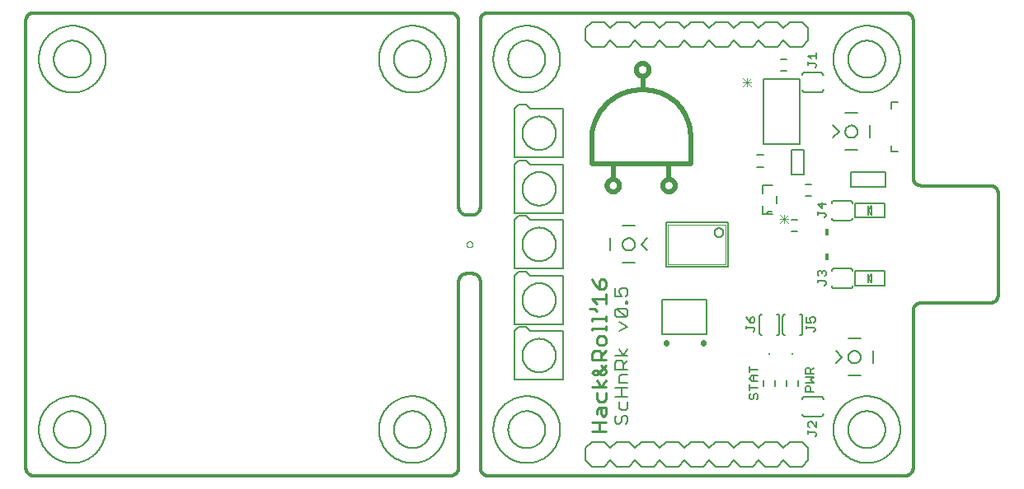
<source format=gto>
G75*
%MOIN*%
%OFA0B0*%
%FSLAX25Y25*%
%IPPOS*%
%LPD*%
%AMOC8*
5,1,8,0,0,1.08239X$1,22.5*
%
%ADD10C,0.01200*%
%ADD11C,0.00000*%
%ADD12C,0.02000*%
%ADD13C,0.00900*%
%ADD14C,0.00800*%
%ADD15C,0.00600*%
%ADD16C,0.02200*%
%ADD17C,0.00500*%
%ADD18C,0.00200*%
%ADD19R,0.00984X0.00984*%
%ADD20R,0.01800X0.03000*%
%ADD21C,0.00300*%
D10*
X0004800Y0001600D02*
X0173400Y0001600D01*
X0173399Y0001601D02*
X0173517Y0001613D01*
X0173633Y0001630D01*
X0173749Y0001650D01*
X0173865Y0001674D01*
X0173979Y0001702D01*
X0174093Y0001733D01*
X0174205Y0001769D01*
X0174316Y0001808D01*
X0174426Y0001851D01*
X0174534Y0001898D01*
X0174641Y0001948D01*
X0174746Y0002002D01*
X0174849Y0002059D01*
X0174950Y0002119D01*
X0175049Y0002183D01*
X0175146Y0002250D01*
X0175240Y0002321D01*
X0175332Y0002394D01*
X0175422Y0002471D01*
X0175509Y0002550D01*
X0175593Y0002633D01*
X0175675Y0002718D01*
X0175753Y0002806D01*
X0175829Y0002896D01*
X0175901Y0002989D01*
X0175971Y0003084D01*
X0176037Y0003182D01*
X0176100Y0003281D01*
X0176159Y0003383D01*
X0176215Y0003487D01*
X0176268Y0003592D01*
X0176317Y0003699D01*
X0176363Y0003808D01*
X0176404Y0003918D01*
X0176442Y0004030D01*
X0176477Y0004142D01*
X0176507Y0004256D01*
X0176534Y0004371D01*
X0176557Y0004486D01*
X0176576Y0004603D01*
X0176591Y0004720D01*
X0176602Y0004837D01*
X0176609Y0004955D01*
X0176613Y0005072D01*
X0176612Y0005190D01*
X0176608Y0005308D01*
X0176599Y0005425D01*
X0176600Y0005425D02*
X0176600Y0080275D01*
X0176602Y0080387D01*
X0176608Y0080498D01*
X0176618Y0080609D01*
X0176631Y0080720D01*
X0176649Y0080831D01*
X0176670Y0080940D01*
X0176695Y0081049D01*
X0176724Y0081157D01*
X0176757Y0081264D01*
X0176793Y0081369D01*
X0176833Y0081474D01*
X0176877Y0081577D01*
X0176924Y0081678D01*
X0176975Y0081777D01*
X0177029Y0081875D01*
X0177086Y0081971D01*
X0177147Y0082064D01*
X0177211Y0082156D01*
X0177278Y0082245D01*
X0177349Y0082332D01*
X0177422Y0082416D01*
X0177498Y0082498D01*
X0177577Y0082577D01*
X0177659Y0082653D01*
X0177743Y0082726D01*
X0177830Y0082797D01*
X0177919Y0082864D01*
X0178011Y0082928D01*
X0178104Y0082989D01*
X0178200Y0083046D01*
X0178298Y0083100D01*
X0178397Y0083151D01*
X0178498Y0083198D01*
X0178601Y0083242D01*
X0178706Y0083282D01*
X0178811Y0083318D01*
X0178918Y0083351D01*
X0179026Y0083380D01*
X0179135Y0083405D01*
X0179244Y0083426D01*
X0179355Y0083444D01*
X0179466Y0083457D01*
X0179577Y0083467D01*
X0179688Y0083473D01*
X0179800Y0083475D01*
X0182150Y0083475D01*
X0179800Y0083475D02*
X0179725Y0083475D01*
X0182150Y0083475D02*
X0182262Y0083473D01*
X0182373Y0083467D01*
X0182484Y0083457D01*
X0182595Y0083444D01*
X0182706Y0083426D01*
X0182815Y0083405D01*
X0182924Y0083380D01*
X0183032Y0083351D01*
X0183139Y0083318D01*
X0183244Y0083282D01*
X0183349Y0083242D01*
X0183452Y0083198D01*
X0183553Y0083151D01*
X0183652Y0083100D01*
X0183750Y0083046D01*
X0183846Y0082989D01*
X0183939Y0082928D01*
X0184031Y0082864D01*
X0184120Y0082797D01*
X0184207Y0082726D01*
X0184291Y0082653D01*
X0184373Y0082577D01*
X0184452Y0082498D01*
X0184528Y0082416D01*
X0184601Y0082332D01*
X0184672Y0082245D01*
X0184739Y0082156D01*
X0184803Y0082064D01*
X0184864Y0081971D01*
X0184921Y0081875D01*
X0184975Y0081777D01*
X0185026Y0081678D01*
X0185073Y0081577D01*
X0185117Y0081474D01*
X0185157Y0081369D01*
X0185193Y0081264D01*
X0185226Y0081157D01*
X0185255Y0081049D01*
X0185280Y0080940D01*
X0185301Y0080831D01*
X0185319Y0080720D01*
X0185332Y0080609D01*
X0185342Y0080498D01*
X0185348Y0080387D01*
X0185350Y0080275D01*
X0185350Y0004800D01*
X0185352Y0004688D01*
X0185358Y0004577D01*
X0185368Y0004466D01*
X0185381Y0004355D01*
X0185399Y0004244D01*
X0185420Y0004135D01*
X0185445Y0004026D01*
X0185474Y0003918D01*
X0185507Y0003811D01*
X0185543Y0003706D01*
X0185583Y0003601D01*
X0185627Y0003498D01*
X0185674Y0003397D01*
X0185725Y0003298D01*
X0185779Y0003200D01*
X0185836Y0003104D01*
X0185897Y0003011D01*
X0185961Y0002919D01*
X0186028Y0002830D01*
X0186099Y0002743D01*
X0186172Y0002659D01*
X0186248Y0002577D01*
X0186327Y0002498D01*
X0186409Y0002422D01*
X0186493Y0002349D01*
X0186580Y0002278D01*
X0186669Y0002211D01*
X0186761Y0002147D01*
X0186854Y0002086D01*
X0186950Y0002029D01*
X0187048Y0001975D01*
X0187147Y0001924D01*
X0187248Y0001877D01*
X0187351Y0001833D01*
X0187456Y0001793D01*
X0187561Y0001757D01*
X0187668Y0001724D01*
X0187776Y0001695D01*
X0187885Y0001670D01*
X0187994Y0001649D01*
X0188105Y0001631D01*
X0188216Y0001618D01*
X0188327Y0001608D01*
X0188438Y0001602D01*
X0188550Y0001600D01*
X0357150Y0001600D01*
X0357262Y0001602D01*
X0357373Y0001608D01*
X0357484Y0001618D01*
X0357595Y0001631D01*
X0357706Y0001649D01*
X0357815Y0001670D01*
X0357924Y0001695D01*
X0358032Y0001724D01*
X0358139Y0001757D01*
X0358244Y0001793D01*
X0358349Y0001833D01*
X0358452Y0001877D01*
X0358553Y0001924D01*
X0358652Y0001975D01*
X0358750Y0002029D01*
X0358846Y0002086D01*
X0358939Y0002147D01*
X0359031Y0002211D01*
X0359120Y0002278D01*
X0359207Y0002349D01*
X0359291Y0002422D01*
X0359373Y0002498D01*
X0359452Y0002577D01*
X0359528Y0002659D01*
X0359601Y0002743D01*
X0359672Y0002830D01*
X0359739Y0002919D01*
X0359803Y0003011D01*
X0359864Y0003104D01*
X0359921Y0003200D01*
X0359975Y0003298D01*
X0360026Y0003397D01*
X0360073Y0003498D01*
X0360117Y0003601D01*
X0360157Y0003706D01*
X0360193Y0003811D01*
X0360226Y0003918D01*
X0360255Y0004026D01*
X0360280Y0004135D01*
X0360301Y0004244D01*
X0360319Y0004355D01*
X0360332Y0004466D01*
X0360342Y0004577D01*
X0360348Y0004688D01*
X0360350Y0004800D01*
X0360350Y0068400D01*
X0360352Y0068512D01*
X0360358Y0068623D01*
X0360368Y0068734D01*
X0360381Y0068845D01*
X0360399Y0068956D01*
X0360420Y0069065D01*
X0360445Y0069174D01*
X0360474Y0069282D01*
X0360507Y0069389D01*
X0360543Y0069494D01*
X0360583Y0069599D01*
X0360627Y0069702D01*
X0360674Y0069803D01*
X0360725Y0069902D01*
X0360779Y0070000D01*
X0360836Y0070096D01*
X0360897Y0070189D01*
X0360961Y0070281D01*
X0361028Y0070370D01*
X0361099Y0070457D01*
X0361172Y0070541D01*
X0361248Y0070623D01*
X0361327Y0070702D01*
X0361409Y0070778D01*
X0361493Y0070851D01*
X0361580Y0070922D01*
X0361669Y0070989D01*
X0361761Y0071053D01*
X0361854Y0071114D01*
X0361950Y0071171D01*
X0362048Y0071225D01*
X0362147Y0071276D01*
X0362248Y0071323D01*
X0362351Y0071367D01*
X0362456Y0071407D01*
X0362561Y0071443D01*
X0362668Y0071476D01*
X0362776Y0071505D01*
X0362885Y0071530D01*
X0362994Y0071551D01*
X0363105Y0071569D01*
X0363216Y0071582D01*
X0363327Y0071592D01*
X0363438Y0071598D01*
X0363550Y0071600D01*
X0391525Y0071600D01*
X0391637Y0071602D01*
X0391748Y0071608D01*
X0391859Y0071618D01*
X0391970Y0071631D01*
X0392081Y0071649D01*
X0392190Y0071670D01*
X0392299Y0071695D01*
X0392407Y0071724D01*
X0392514Y0071757D01*
X0392619Y0071793D01*
X0392724Y0071833D01*
X0392827Y0071877D01*
X0392928Y0071924D01*
X0393027Y0071975D01*
X0393125Y0072029D01*
X0393221Y0072086D01*
X0393314Y0072147D01*
X0393406Y0072211D01*
X0393495Y0072278D01*
X0393582Y0072349D01*
X0393666Y0072422D01*
X0393748Y0072498D01*
X0393827Y0072577D01*
X0393903Y0072659D01*
X0393976Y0072743D01*
X0394047Y0072830D01*
X0394114Y0072919D01*
X0394178Y0073011D01*
X0394239Y0073104D01*
X0394296Y0073200D01*
X0394350Y0073298D01*
X0394401Y0073397D01*
X0394448Y0073498D01*
X0394492Y0073601D01*
X0394532Y0073706D01*
X0394568Y0073811D01*
X0394601Y0073918D01*
X0394630Y0074026D01*
X0394655Y0074135D01*
X0394676Y0074244D01*
X0394694Y0074355D01*
X0394707Y0074466D01*
X0394717Y0074577D01*
X0394723Y0074688D01*
X0394725Y0074800D01*
X0394725Y0115900D01*
X0394723Y0116012D01*
X0394717Y0116123D01*
X0394707Y0116234D01*
X0394694Y0116345D01*
X0394676Y0116456D01*
X0394655Y0116565D01*
X0394630Y0116674D01*
X0394601Y0116782D01*
X0394568Y0116889D01*
X0394532Y0116994D01*
X0394492Y0117099D01*
X0394448Y0117202D01*
X0394401Y0117303D01*
X0394350Y0117402D01*
X0394296Y0117500D01*
X0394239Y0117596D01*
X0394178Y0117689D01*
X0394114Y0117781D01*
X0394047Y0117870D01*
X0393976Y0117957D01*
X0393903Y0118041D01*
X0393827Y0118123D01*
X0393748Y0118202D01*
X0393666Y0118278D01*
X0393582Y0118351D01*
X0393495Y0118422D01*
X0393406Y0118489D01*
X0393314Y0118553D01*
X0393221Y0118614D01*
X0393125Y0118671D01*
X0393027Y0118725D01*
X0392928Y0118776D01*
X0392827Y0118823D01*
X0392724Y0118867D01*
X0392619Y0118907D01*
X0392514Y0118943D01*
X0392407Y0118976D01*
X0392299Y0119005D01*
X0392190Y0119030D01*
X0392081Y0119051D01*
X0391970Y0119069D01*
X0391859Y0119082D01*
X0391748Y0119092D01*
X0391637Y0119098D01*
X0391525Y0119100D01*
X0363550Y0119100D01*
X0363438Y0119102D01*
X0363327Y0119108D01*
X0363216Y0119118D01*
X0363105Y0119131D01*
X0362994Y0119149D01*
X0362885Y0119170D01*
X0362776Y0119195D01*
X0362668Y0119224D01*
X0362561Y0119257D01*
X0362456Y0119293D01*
X0362351Y0119333D01*
X0362248Y0119377D01*
X0362147Y0119424D01*
X0362048Y0119475D01*
X0361950Y0119529D01*
X0361854Y0119586D01*
X0361761Y0119647D01*
X0361669Y0119711D01*
X0361580Y0119778D01*
X0361493Y0119849D01*
X0361409Y0119922D01*
X0361327Y0119998D01*
X0361248Y0120077D01*
X0361172Y0120159D01*
X0361099Y0120243D01*
X0361028Y0120330D01*
X0360961Y0120419D01*
X0360897Y0120511D01*
X0360836Y0120604D01*
X0360779Y0120700D01*
X0360725Y0120798D01*
X0360674Y0120897D01*
X0360627Y0120998D01*
X0360583Y0121101D01*
X0360543Y0121206D01*
X0360507Y0121311D01*
X0360474Y0121418D01*
X0360445Y0121526D01*
X0360420Y0121635D01*
X0360399Y0121744D01*
X0360381Y0121855D01*
X0360368Y0121966D01*
X0360358Y0122077D01*
X0360352Y0122188D01*
X0360350Y0122300D01*
X0360350Y0185900D01*
X0360348Y0186012D01*
X0360342Y0186123D01*
X0360332Y0186234D01*
X0360319Y0186345D01*
X0360301Y0186456D01*
X0360280Y0186565D01*
X0360255Y0186674D01*
X0360226Y0186782D01*
X0360193Y0186889D01*
X0360157Y0186994D01*
X0360117Y0187099D01*
X0360073Y0187202D01*
X0360026Y0187303D01*
X0359975Y0187402D01*
X0359921Y0187500D01*
X0359864Y0187596D01*
X0359803Y0187689D01*
X0359739Y0187781D01*
X0359672Y0187870D01*
X0359601Y0187957D01*
X0359528Y0188041D01*
X0359452Y0188123D01*
X0359373Y0188202D01*
X0359291Y0188278D01*
X0359207Y0188351D01*
X0359120Y0188422D01*
X0359031Y0188489D01*
X0358939Y0188553D01*
X0358846Y0188614D01*
X0358750Y0188671D01*
X0358652Y0188725D01*
X0358553Y0188776D01*
X0358452Y0188823D01*
X0358349Y0188867D01*
X0358244Y0188907D01*
X0358139Y0188943D01*
X0358032Y0188976D01*
X0357924Y0189005D01*
X0357815Y0189030D01*
X0357706Y0189051D01*
X0357595Y0189069D01*
X0357484Y0189082D01*
X0357373Y0189092D01*
X0357262Y0189098D01*
X0357150Y0189100D01*
X0188550Y0189100D01*
X0188438Y0189098D01*
X0188327Y0189092D01*
X0188216Y0189082D01*
X0188105Y0189069D01*
X0187994Y0189051D01*
X0187885Y0189030D01*
X0187776Y0189005D01*
X0187668Y0188976D01*
X0187561Y0188943D01*
X0187456Y0188907D01*
X0187351Y0188867D01*
X0187248Y0188823D01*
X0187147Y0188776D01*
X0187048Y0188725D01*
X0186950Y0188671D01*
X0186854Y0188614D01*
X0186761Y0188553D01*
X0186669Y0188489D01*
X0186580Y0188422D01*
X0186493Y0188351D01*
X0186409Y0188278D01*
X0186327Y0188202D01*
X0186248Y0188123D01*
X0186172Y0188041D01*
X0186099Y0187957D01*
X0186028Y0187870D01*
X0185961Y0187781D01*
X0185897Y0187689D01*
X0185836Y0187596D01*
X0185779Y0187500D01*
X0185725Y0187402D01*
X0185674Y0187303D01*
X0185627Y0187202D01*
X0185583Y0187099D01*
X0185543Y0186994D01*
X0185507Y0186889D01*
X0185474Y0186782D01*
X0185445Y0186674D01*
X0185420Y0186565D01*
X0185399Y0186456D01*
X0185381Y0186345D01*
X0185368Y0186234D01*
X0185358Y0186123D01*
X0185352Y0186012D01*
X0185350Y0185900D01*
X0185350Y0110425D01*
X0185348Y0110313D01*
X0185342Y0110202D01*
X0185332Y0110091D01*
X0185319Y0109980D01*
X0185301Y0109869D01*
X0185280Y0109760D01*
X0185255Y0109651D01*
X0185226Y0109543D01*
X0185193Y0109436D01*
X0185157Y0109331D01*
X0185117Y0109226D01*
X0185073Y0109123D01*
X0185026Y0109022D01*
X0184975Y0108923D01*
X0184921Y0108825D01*
X0184864Y0108729D01*
X0184803Y0108636D01*
X0184739Y0108544D01*
X0184672Y0108455D01*
X0184601Y0108368D01*
X0184528Y0108284D01*
X0184452Y0108202D01*
X0184373Y0108123D01*
X0184291Y0108047D01*
X0184207Y0107974D01*
X0184120Y0107903D01*
X0184031Y0107836D01*
X0183939Y0107772D01*
X0183846Y0107711D01*
X0183750Y0107654D01*
X0183652Y0107600D01*
X0183553Y0107549D01*
X0183452Y0107502D01*
X0183349Y0107458D01*
X0183244Y0107418D01*
X0183139Y0107382D01*
X0183032Y0107349D01*
X0182924Y0107320D01*
X0182815Y0107295D01*
X0182706Y0107274D01*
X0182595Y0107256D01*
X0182484Y0107243D01*
X0182373Y0107233D01*
X0182262Y0107227D01*
X0182150Y0107225D01*
X0179800Y0107225D01*
X0179688Y0107227D01*
X0179577Y0107233D01*
X0179466Y0107243D01*
X0179355Y0107256D01*
X0179244Y0107274D01*
X0179135Y0107295D01*
X0179026Y0107320D01*
X0178918Y0107349D01*
X0178811Y0107382D01*
X0178706Y0107418D01*
X0178601Y0107458D01*
X0178498Y0107502D01*
X0178397Y0107549D01*
X0178298Y0107600D01*
X0178200Y0107654D01*
X0178104Y0107711D01*
X0178011Y0107772D01*
X0177919Y0107836D01*
X0177830Y0107903D01*
X0177743Y0107974D01*
X0177659Y0108047D01*
X0177577Y0108123D01*
X0177498Y0108202D01*
X0177422Y0108284D01*
X0177349Y0108368D01*
X0177278Y0108455D01*
X0177211Y0108544D01*
X0177147Y0108636D01*
X0177086Y0108729D01*
X0177029Y0108825D01*
X0176975Y0108923D01*
X0176924Y0109022D01*
X0176877Y0109123D01*
X0176833Y0109226D01*
X0176793Y0109331D01*
X0176757Y0109436D01*
X0176724Y0109543D01*
X0176695Y0109651D01*
X0176670Y0109760D01*
X0176649Y0109869D01*
X0176631Y0109980D01*
X0176618Y0110091D01*
X0176608Y0110202D01*
X0176602Y0110313D01*
X0176600Y0110425D01*
X0176600Y0185275D01*
X0176599Y0185275D02*
X0176608Y0185392D01*
X0176612Y0185510D01*
X0176613Y0185628D01*
X0176609Y0185745D01*
X0176602Y0185863D01*
X0176591Y0185980D01*
X0176576Y0186097D01*
X0176557Y0186214D01*
X0176534Y0186329D01*
X0176507Y0186444D01*
X0176477Y0186558D01*
X0176442Y0186670D01*
X0176404Y0186782D01*
X0176363Y0186892D01*
X0176317Y0187001D01*
X0176268Y0187108D01*
X0176215Y0187213D01*
X0176159Y0187317D01*
X0176100Y0187419D01*
X0176037Y0187518D01*
X0175971Y0187616D01*
X0175901Y0187711D01*
X0175829Y0187804D01*
X0175753Y0187894D01*
X0175675Y0187982D01*
X0175593Y0188067D01*
X0175509Y0188150D01*
X0175422Y0188229D01*
X0175332Y0188306D01*
X0175240Y0188379D01*
X0175146Y0188450D01*
X0175049Y0188517D01*
X0174950Y0188581D01*
X0174849Y0188641D01*
X0174746Y0188698D01*
X0174641Y0188752D01*
X0174534Y0188802D01*
X0174426Y0188849D01*
X0174316Y0188892D01*
X0174205Y0188931D01*
X0174093Y0188967D01*
X0173979Y0188998D01*
X0173865Y0189026D01*
X0173749Y0189050D01*
X0173633Y0189070D01*
X0173517Y0189087D01*
X0173399Y0189099D01*
X0173400Y0189100D02*
X0009800Y0189100D01*
X0009725Y0189100D02*
X0004800Y0189100D01*
X0004688Y0189098D01*
X0004577Y0189092D01*
X0004466Y0189082D01*
X0004355Y0189069D01*
X0004244Y0189051D01*
X0004135Y0189030D01*
X0004026Y0189005D01*
X0003918Y0188976D01*
X0003811Y0188943D01*
X0003706Y0188907D01*
X0003601Y0188867D01*
X0003498Y0188823D01*
X0003397Y0188776D01*
X0003298Y0188725D01*
X0003200Y0188671D01*
X0003104Y0188614D01*
X0003011Y0188553D01*
X0002919Y0188489D01*
X0002830Y0188422D01*
X0002743Y0188351D01*
X0002659Y0188278D01*
X0002577Y0188202D01*
X0002498Y0188123D01*
X0002422Y0188041D01*
X0002349Y0187957D01*
X0002278Y0187870D01*
X0002211Y0187781D01*
X0002147Y0187689D01*
X0002086Y0187596D01*
X0002029Y0187500D01*
X0001975Y0187402D01*
X0001924Y0187303D01*
X0001877Y0187202D01*
X0001833Y0187099D01*
X0001793Y0186994D01*
X0001757Y0186889D01*
X0001724Y0186782D01*
X0001695Y0186674D01*
X0001670Y0186565D01*
X0001649Y0186456D01*
X0001631Y0186345D01*
X0001618Y0186234D01*
X0001608Y0186123D01*
X0001602Y0186012D01*
X0001600Y0185900D01*
X0001600Y0004800D01*
X0001602Y0004688D01*
X0001608Y0004577D01*
X0001618Y0004466D01*
X0001631Y0004355D01*
X0001649Y0004244D01*
X0001670Y0004135D01*
X0001695Y0004026D01*
X0001724Y0003918D01*
X0001757Y0003811D01*
X0001793Y0003706D01*
X0001833Y0003601D01*
X0001877Y0003498D01*
X0001924Y0003397D01*
X0001975Y0003298D01*
X0002029Y0003200D01*
X0002086Y0003104D01*
X0002147Y0003011D01*
X0002211Y0002919D01*
X0002278Y0002830D01*
X0002349Y0002743D01*
X0002422Y0002659D01*
X0002498Y0002577D01*
X0002577Y0002498D01*
X0002659Y0002422D01*
X0002743Y0002349D01*
X0002830Y0002278D01*
X0002919Y0002211D01*
X0003011Y0002147D01*
X0003104Y0002086D01*
X0003200Y0002029D01*
X0003298Y0001975D01*
X0003397Y0001924D01*
X0003498Y0001877D01*
X0003601Y0001833D01*
X0003706Y0001793D01*
X0003811Y0001757D01*
X0003918Y0001724D01*
X0004026Y0001695D01*
X0004135Y0001670D01*
X0004244Y0001649D01*
X0004355Y0001631D01*
X0004466Y0001618D01*
X0004577Y0001608D01*
X0004688Y0001602D01*
X0004800Y0001600D01*
D11*
X0179794Y0095350D02*
X0179796Y0095419D01*
X0179802Y0095487D01*
X0179812Y0095555D01*
X0179826Y0095622D01*
X0179844Y0095689D01*
X0179865Y0095754D01*
X0179891Y0095818D01*
X0179920Y0095880D01*
X0179952Y0095940D01*
X0179988Y0095999D01*
X0180028Y0096055D01*
X0180070Y0096109D01*
X0180116Y0096160D01*
X0180165Y0096209D01*
X0180216Y0096255D01*
X0180270Y0096297D01*
X0180326Y0096337D01*
X0180384Y0096373D01*
X0180445Y0096405D01*
X0180507Y0096434D01*
X0180571Y0096460D01*
X0180636Y0096481D01*
X0180703Y0096499D01*
X0180770Y0096513D01*
X0180838Y0096523D01*
X0180906Y0096529D01*
X0180975Y0096531D01*
X0181044Y0096529D01*
X0181112Y0096523D01*
X0181180Y0096513D01*
X0181247Y0096499D01*
X0181314Y0096481D01*
X0181379Y0096460D01*
X0181443Y0096434D01*
X0181505Y0096405D01*
X0181565Y0096373D01*
X0181624Y0096337D01*
X0181680Y0096297D01*
X0181734Y0096255D01*
X0181785Y0096209D01*
X0181834Y0096160D01*
X0181880Y0096109D01*
X0181922Y0096055D01*
X0181962Y0095999D01*
X0181998Y0095940D01*
X0182030Y0095880D01*
X0182059Y0095818D01*
X0182085Y0095754D01*
X0182106Y0095689D01*
X0182124Y0095622D01*
X0182138Y0095555D01*
X0182148Y0095487D01*
X0182154Y0095419D01*
X0182156Y0095350D01*
X0182154Y0095281D01*
X0182148Y0095213D01*
X0182138Y0095145D01*
X0182124Y0095078D01*
X0182106Y0095011D01*
X0182085Y0094946D01*
X0182059Y0094882D01*
X0182030Y0094820D01*
X0181998Y0094759D01*
X0181962Y0094701D01*
X0181922Y0094645D01*
X0181880Y0094591D01*
X0181834Y0094540D01*
X0181785Y0094491D01*
X0181734Y0094445D01*
X0181680Y0094403D01*
X0181624Y0094363D01*
X0181566Y0094327D01*
X0181505Y0094295D01*
X0181443Y0094266D01*
X0181379Y0094240D01*
X0181314Y0094219D01*
X0181247Y0094201D01*
X0181180Y0094187D01*
X0181112Y0094177D01*
X0181044Y0094171D01*
X0180975Y0094169D01*
X0180906Y0094171D01*
X0180838Y0094177D01*
X0180770Y0094187D01*
X0180703Y0094201D01*
X0180636Y0094219D01*
X0180571Y0094240D01*
X0180507Y0094266D01*
X0180445Y0094295D01*
X0180384Y0094327D01*
X0180326Y0094363D01*
X0180270Y0094403D01*
X0180216Y0094445D01*
X0180165Y0094491D01*
X0180116Y0094540D01*
X0180070Y0094591D01*
X0180028Y0094645D01*
X0179988Y0094701D01*
X0179952Y0094759D01*
X0179920Y0094820D01*
X0179891Y0094882D01*
X0179865Y0094946D01*
X0179844Y0095011D01*
X0179826Y0095078D01*
X0179812Y0095145D01*
X0179802Y0095213D01*
X0179796Y0095281D01*
X0179794Y0095350D01*
D12*
X0236600Y0119100D02*
X0236602Y0119199D01*
X0236608Y0119299D01*
X0236618Y0119398D01*
X0236632Y0119496D01*
X0236649Y0119594D01*
X0236671Y0119691D01*
X0236696Y0119787D01*
X0236725Y0119882D01*
X0236758Y0119976D01*
X0236795Y0120068D01*
X0236835Y0120159D01*
X0236879Y0120248D01*
X0236927Y0120336D01*
X0236978Y0120421D01*
X0237032Y0120504D01*
X0237089Y0120586D01*
X0237150Y0120664D01*
X0237214Y0120741D01*
X0237280Y0120814D01*
X0237350Y0120885D01*
X0237422Y0120953D01*
X0237497Y0121019D01*
X0237575Y0121081D01*
X0237655Y0121140D01*
X0237737Y0121196D01*
X0237821Y0121248D01*
X0237908Y0121297D01*
X0237996Y0121343D01*
X0238086Y0121385D01*
X0238178Y0121424D01*
X0238271Y0121459D01*
X0238365Y0121490D01*
X0238461Y0121517D01*
X0238558Y0121540D01*
X0238655Y0121560D01*
X0238753Y0121576D01*
X0238852Y0121588D01*
X0238951Y0121596D01*
X0239050Y0121600D01*
X0239150Y0121600D01*
X0239249Y0121596D01*
X0239348Y0121588D01*
X0239447Y0121576D01*
X0239545Y0121560D01*
X0239642Y0121540D01*
X0239739Y0121517D01*
X0239835Y0121490D01*
X0239929Y0121459D01*
X0240022Y0121424D01*
X0240114Y0121385D01*
X0240204Y0121343D01*
X0240292Y0121297D01*
X0240379Y0121248D01*
X0240463Y0121196D01*
X0240545Y0121140D01*
X0240625Y0121081D01*
X0240703Y0121019D01*
X0240778Y0120953D01*
X0240850Y0120885D01*
X0240920Y0120814D01*
X0240986Y0120741D01*
X0241050Y0120664D01*
X0241111Y0120586D01*
X0241168Y0120504D01*
X0241222Y0120421D01*
X0241273Y0120336D01*
X0241321Y0120248D01*
X0241365Y0120159D01*
X0241405Y0120068D01*
X0241442Y0119976D01*
X0241475Y0119882D01*
X0241504Y0119787D01*
X0241529Y0119691D01*
X0241551Y0119594D01*
X0241568Y0119496D01*
X0241582Y0119398D01*
X0241592Y0119299D01*
X0241598Y0119199D01*
X0241600Y0119100D01*
X0241598Y0119001D01*
X0241592Y0118901D01*
X0241582Y0118802D01*
X0241568Y0118704D01*
X0241551Y0118606D01*
X0241529Y0118509D01*
X0241504Y0118413D01*
X0241475Y0118318D01*
X0241442Y0118224D01*
X0241405Y0118132D01*
X0241365Y0118041D01*
X0241321Y0117952D01*
X0241273Y0117864D01*
X0241222Y0117779D01*
X0241168Y0117696D01*
X0241111Y0117614D01*
X0241050Y0117536D01*
X0240986Y0117459D01*
X0240920Y0117386D01*
X0240850Y0117315D01*
X0240778Y0117247D01*
X0240703Y0117181D01*
X0240625Y0117119D01*
X0240545Y0117060D01*
X0240463Y0117004D01*
X0240379Y0116952D01*
X0240292Y0116903D01*
X0240204Y0116857D01*
X0240114Y0116815D01*
X0240022Y0116776D01*
X0239929Y0116741D01*
X0239835Y0116710D01*
X0239739Y0116683D01*
X0239642Y0116660D01*
X0239545Y0116640D01*
X0239447Y0116624D01*
X0239348Y0116612D01*
X0239249Y0116604D01*
X0239150Y0116600D01*
X0239050Y0116600D01*
X0238951Y0116604D01*
X0238852Y0116612D01*
X0238753Y0116624D01*
X0238655Y0116640D01*
X0238558Y0116660D01*
X0238461Y0116683D01*
X0238365Y0116710D01*
X0238271Y0116741D01*
X0238178Y0116776D01*
X0238086Y0116815D01*
X0237996Y0116857D01*
X0237908Y0116903D01*
X0237821Y0116952D01*
X0237737Y0117004D01*
X0237655Y0117060D01*
X0237575Y0117119D01*
X0237497Y0117181D01*
X0237422Y0117247D01*
X0237350Y0117315D01*
X0237280Y0117386D01*
X0237214Y0117459D01*
X0237150Y0117536D01*
X0237089Y0117614D01*
X0237032Y0117696D01*
X0236978Y0117779D01*
X0236927Y0117864D01*
X0236879Y0117952D01*
X0236835Y0118041D01*
X0236795Y0118132D01*
X0236758Y0118224D01*
X0236725Y0118318D01*
X0236696Y0118413D01*
X0236671Y0118509D01*
X0236649Y0118606D01*
X0236632Y0118704D01*
X0236618Y0118802D01*
X0236608Y0118901D01*
X0236602Y0119001D01*
X0236600Y0119100D01*
X0239100Y0121600D02*
X0239100Y0127850D01*
X0261600Y0127850D01*
X0261600Y0121600D01*
X0259100Y0119100D02*
X0259102Y0119199D01*
X0259108Y0119299D01*
X0259118Y0119398D01*
X0259132Y0119496D01*
X0259149Y0119594D01*
X0259171Y0119691D01*
X0259196Y0119787D01*
X0259225Y0119882D01*
X0259258Y0119976D01*
X0259295Y0120068D01*
X0259335Y0120159D01*
X0259379Y0120248D01*
X0259427Y0120336D01*
X0259478Y0120421D01*
X0259532Y0120504D01*
X0259589Y0120586D01*
X0259650Y0120664D01*
X0259714Y0120741D01*
X0259780Y0120814D01*
X0259850Y0120885D01*
X0259922Y0120953D01*
X0259997Y0121019D01*
X0260075Y0121081D01*
X0260155Y0121140D01*
X0260237Y0121196D01*
X0260321Y0121248D01*
X0260408Y0121297D01*
X0260496Y0121343D01*
X0260586Y0121385D01*
X0260678Y0121424D01*
X0260771Y0121459D01*
X0260865Y0121490D01*
X0260961Y0121517D01*
X0261058Y0121540D01*
X0261155Y0121560D01*
X0261253Y0121576D01*
X0261352Y0121588D01*
X0261451Y0121596D01*
X0261550Y0121600D01*
X0261650Y0121600D01*
X0261749Y0121596D01*
X0261848Y0121588D01*
X0261947Y0121576D01*
X0262045Y0121560D01*
X0262142Y0121540D01*
X0262239Y0121517D01*
X0262335Y0121490D01*
X0262429Y0121459D01*
X0262522Y0121424D01*
X0262614Y0121385D01*
X0262704Y0121343D01*
X0262792Y0121297D01*
X0262879Y0121248D01*
X0262963Y0121196D01*
X0263045Y0121140D01*
X0263125Y0121081D01*
X0263203Y0121019D01*
X0263278Y0120953D01*
X0263350Y0120885D01*
X0263420Y0120814D01*
X0263486Y0120741D01*
X0263550Y0120664D01*
X0263611Y0120586D01*
X0263668Y0120504D01*
X0263722Y0120421D01*
X0263773Y0120336D01*
X0263821Y0120248D01*
X0263865Y0120159D01*
X0263905Y0120068D01*
X0263942Y0119976D01*
X0263975Y0119882D01*
X0264004Y0119787D01*
X0264029Y0119691D01*
X0264051Y0119594D01*
X0264068Y0119496D01*
X0264082Y0119398D01*
X0264092Y0119299D01*
X0264098Y0119199D01*
X0264100Y0119100D01*
X0264098Y0119001D01*
X0264092Y0118901D01*
X0264082Y0118802D01*
X0264068Y0118704D01*
X0264051Y0118606D01*
X0264029Y0118509D01*
X0264004Y0118413D01*
X0263975Y0118318D01*
X0263942Y0118224D01*
X0263905Y0118132D01*
X0263865Y0118041D01*
X0263821Y0117952D01*
X0263773Y0117864D01*
X0263722Y0117779D01*
X0263668Y0117696D01*
X0263611Y0117614D01*
X0263550Y0117536D01*
X0263486Y0117459D01*
X0263420Y0117386D01*
X0263350Y0117315D01*
X0263278Y0117247D01*
X0263203Y0117181D01*
X0263125Y0117119D01*
X0263045Y0117060D01*
X0262963Y0117004D01*
X0262879Y0116952D01*
X0262792Y0116903D01*
X0262704Y0116857D01*
X0262614Y0116815D01*
X0262522Y0116776D01*
X0262429Y0116741D01*
X0262335Y0116710D01*
X0262239Y0116683D01*
X0262142Y0116660D01*
X0262045Y0116640D01*
X0261947Y0116624D01*
X0261848Y0116612D01*
X0261749Y0116604D01*
X0261650Y0116600D01*
X0261550Y0116600D01*
X0261451Y0116604D01*
X0261352Y0116612D01*
X0261253Y0116624D01*
X0261155Y0116640D01*
X0261058Y0116660D01*
X0260961Y0116683D01*
X0260865Y0116710D01*
X0260771Y0116741D01*
X0260678Y0116776D01*
X0260586Y0116815D01*
X0260496Y0116857D01*
X0260408Y0116903D01*
X0260321Y0116952D01*
X0260237Y0117004D01*
X0260155Y0117060D01*
X0260075Y0117119D01*
X0259997Y0117181D01*
X0259922Y0117247D01*
X0259850Y0117315D01*
X0259780Y0117386D01*
X0259714Y0117459D01*
X0259650Y0117536D01*
X0259589Y0117614D01*
X0259532Y0117696D01*
X0259478Y0117779D01*
X0259427Y0117864D01*
X0259379Y0117952D01*
X0259335Y0118041D01*
X0259295Y0118132D01*
X0259258Y0118224D01*
X0259225Y0118318D01*
X0259196Y0118413D01*
X0259171Y0118509D01*
X0259149Y0118606D01*
X0259132Y0118704D01*
X0259118Y0118802D01*
X0259108Y0118901D01*
X0259102Y0119001D01*
X0259100Y0119100D01*
X0261600Y0127850D02*
X0270350Y0127850D01*
X0270350Y0139100D01*
X0270345Y0139553D01*
X0270328Y0140006D01*
X0270301Y0140458D01*
X0270262Y0140910D01*
X0270213Y0141360D01*
X0270153Y0141809D01*
X0270082Y0142257D01*
X0270001Y0142702D01*
X0269908Y0143146D01*
X0269805Y0143587D01*
X0269691Y0144026D01*
X0269567Y0144461D01*
X0269432Y0144894D01*
X0269287Y0145323D01*
X0269132Y0145749D01*
X0268966Y0146171D01*
X0268790Y0146588D01*
X0268604Y0147001D01*
X0268408Y0147410D01*
X0268202Y0147814D01*
X0267987Y0148212D01*
X0267762Y0148605D01*
X0267528Y0148993D01*
X0267284Y0149375D01*
X0267031Y0149751D01*
X0266769Y0150121D01*
X0266498Y0150484D01*
X0266219Y0150841D01*
X0265931Y0151191D01*
X0265635Y0151534D01*
X0265330Y0151869D01*
X0265017Y0152197D01*
X0264697Y0152517D01*
X0264369Y0152830D01*
X0264034Y0153135D01*
X0263691Y0153431D01*
X0263341Y0153719D01*
X0262984Y0153998D01*
X0262621Y0154269D01*
X0262251Y0154531D01*
X0261875Y0154784D01*
X0261493Y0155028D01*
X0261105Y0155262D01*
X0260712Y0155487D01*
X0260314Y0155702D01*
X0259910Y0155908D01*
X0259501Y0156104D01*
X0259088Y0156290D01*
X0258671Y0156466D01*
X0258249Y0156632D01*
X0257823Y0156787D01*
X0257394Y0156932D01*
X0256961Y0157067D01*
X0256526Y0157191D01*
X0256087Y0157305D01*
X0255646Y0157408D01*
X0255202Y0157501D01*
X0254757Y0157582D01*
X0254309Y0157653D01*
X0253860Y0157713D01*
X0253410Y0157762D01*
X0252958Y0157801D01*
X0252506Y0157828D01*
X0252053Y0157845D01*
X0251600Y0157850D01*
X0250975Y0157850D01*
X0250975Y0162850D01*
X0248398Y0165975D02*
X0248400Y0166076D01*
X0248406Y0166177D01*
X0248416Y0166278D01*
X0248430Y0166378D01*
X0248448Y0166478D01*
X0248469Y0166577D01*
X0248495Y0166675D01*
X0248524Y0166771D01*
X0248557Y0166867D01*
X0248594Y0166961D01*
X0248635Y0167054D01*
X0248679Y0167145D01*
X0248727Y0167234D01*
X0248778Y0167321D01*
X0248832Y0167407D01*
X0248890Y0167490D01*
X0248951Y0167570D01*
X0249015Y0167649D01*
X0249083Y0167724D01*
X0249153Y0167797D01*
X0249226Y0167867D01*
X0249301Y0167935D01*
X0249380Y0167999D01*
X0249460Y0168060D01*
X0249543Y0168118D01*
X0249629Y0168172D01*
X0249716Y0168223D01*
X0249805Y0168271D01*
X0249896Y0168315D01*
X0249989Y0168356D01*
X0250083Y0168393D01*
X0250179Y0168426D01*
X0250275Y0168455D01*
X0250373Y0168481D01*
X0250472Y0168502D01*
X0250572Y0168520D01*
X0250672Y0168534D01*
X0250773Y0168544D01*
X0250874Y0168550D01*
X0250975Y0168552D01*
X0251076Y0168550D01*
X0251177Y0168544D01*
X0251278Y0168534D01*
X0251378Y0168520D01*
X0251478Y0168502D01*
X0251577Y0168481D01*
X0251675Y0168455D01*
X0251771Y0168426D01*
X0251867Y0168393D01*
X0251961Y0168356D01*
X0252054Y0168315D01*
X0252145Y0168271D01*
X0252234Y0168223D01*
X0252321Y0168172D01*
X0252407Y0168118D01*
X0252490Y0168060D01*
X0252570Y0167999D01*
X0252649Y0167935D01*
X0252724Y0167867D01*
X0252797Y0167797D01*
X0252867Y0167724D01*
X0252935Y0167649D01*
X0252999Y0167570D01*
X0253060Y0167490D01*
X0253118Y0167407D01*
X0253172Y0167321D01*
X0253223Y0167234D01*
X0253271Y0167145D01*
X0253315Y0167054D01*
X0253356Y0166961D01*
X0253393Y0166867D01*
X0253426Y0166771D01*
X0253455Y0166675D01*
X0253481Y0166577D01*
X0253502Y0166478D01*
X0253520Y0166378D01*
X0253534Y0166278D01*
X0253544Y0166177D01*
X0253550Y0166076D01*
X0253552Y0165975D01*
X0253550Y0165874D01*
X0253544Y0165773D01*
X0253534Y0165672D01*
X0253520Y0165572D01*
X0253502Y0165472D01*
X0253481Y0165373D01*
X0253455Y0165275D01*
X0253426Y0165179D01*
X0253393Y0165083D01*
X0253356Y0164989D01*
X0253315Y0164896D01*
X0253271Y0164805D01*
X0253223Y0164716D01*
X0253172Y0164629D01*
X0253118Y0164543D01*
X0253060Y0164460D01*
X0252999Y0164380D01*
X0252935Y0164301D01*
X0252867Y0164226D01*
X0252797Y0164153D01*
X0252724Y0164083D01*
X0252649Y0164015D01*
X0252570Y0163951D01*
X0252490Y0163890D01*
X0252407Y0163832D01*
X0252321Y0163778D01*
X0252234Y0163727D01*
X0252145Y0163679D01*
X0252054Y0163635D01*
X0251961Y0163594D01*
X0251867Y0163557D01*
X0251771Y0163524D01*
X0251675Y0163495D01*
X0251577Y0163469D01*
X0251478Y0163448D01*
X0251378Y0163430D01*
X0251278Y0163416D01*
X0251177Y0163406D01*
X0251076Y0163400D01*
X0250975Y0163398D01*
X0250874Y0163400D01*
X0250773Y0163406D01*
X0250672Y0163416D01*
X0250572Y0163430D01*
X0250472Y0163448D01*
X0250373Y0163469D01*
X0250275Y0163495D01*
X0250179Y0163524D01*
X0250083Y0163557D01*
X0249989Y0163594D01*
X0249896Y0163635D01*
X0249805Y0163679D01*
X0249716Y0163727D01*
X0249629Y0163778D01*
X0249543Y0163832D01*
X0249460Y0163890D01*
X0249380Y0163951D01*
X0249301Y0164015D01*
X0249226Y0164083D01*
X0249153Y0164153D01*
X0249083Y0164226D01*
X0249015Y0164301D01*
X0248951Y0164380D01*
X0248890Y0164460D01*
X0248832Y0164543D01*
X0248778Y0164629D01*
X0248727Y0164716D01*
X0248679Y0164805D01*
X0248635Y0164896D01*
X0248594Y0164989D01*
X0248557Y0165083D01*
X0248524Y0165179D01*
X0248495Y0165275D01*
X0248469Y0165373D01*
X0248448Y0165472D01*
X0248430Y0165572D01*
X0248416Y0165672D01*
X0248406Y0165773D01*
X0248400Y0165874D01*
X0248398Y0165975D01*
X0250350Y0157850D02*
X0250975Y0157850D01*
X0250350Y0157850D02*
X0249867Y0157844D01*
X0249384Y0157827D01*
X0248901Y0157797D01*
X0248420Y0157757D01*
X0247939Y0157704D01*
X0247460Y0157640D01*
X0246983Y0157565D01*
X0246507Y0157477D01*
X0246034Y0157379D01*
X0245564Y0157269D01*
X0245096Y0157148D01*
X0244631Y0157015D01*
X0244170Y0156871D01*
X0243712Y0156716D01*
X0243258Y0156550D01*
X0242808Y0156373D01*
X0242363Y0156186D01*
X0241922Y0155987D01*
X0241486Y0155779D01*
X0241056Y0155559D01*
X0240630Y0155329D01*
X0240211Y0155089D01*
X0239797Y0154839D01*
X0239390Y0154579D01*
X0238989Y0154310D01*
X0238594Y0154030D01*
X0238207Y0153742D01*
X0237826Y0153443D01*
X0237453Y0153136D01*
X0237088Y0152820D01*
X0236730Y0152495D01*
X0236380Y0152162D01*
X0236038Y0151820D01*
X0235705Y0151470D01*
X0235380Y0151112D01*
X0235064Y0150747D01*
X0234757Y0150374D01*
X0234458Y0149993D01*
X0234170Y0149606D01*
X0233890Y0149211D01*
X0233621Y0148810D01*
X0233361Y0148403D01*
X0233111Y0147989D01*
X0232871Y0147570D01*
X0232641Y0147144D01*
X0232421Y0146714D01*
X0232213Y0146278D01*
X0232014Y0145837D01*
X0231827Y0145392D01*
X0231650Y0144942D01*
X0231484Y0144488D01*
X0231329Y0144030D01*
X0231185Y0143569D01*
X0231052Y0143104D01*
X0230931Y0142636D01*
X0230821Y0142166D01*
X0230723Y0141693D01*
X0230635Y0141217D01*
X0230560Y0140740D01*
X0230496Y0140261D01*
X0230443Y0139780D01*
X0230403Y0139299D01*
X0230373Y0138816D01*
X0230356Y0138333D01*
X0230350Y0137850D01*
X0230350Y0127850D01*
X0239100Y0127850D01*
D13*
X0235216Y0081143D02*
X0234282Y0081143D01*
X0233348Y0080208D01*
X0233348Y0077406D01*
X0235216Y0077406D01*
X0236150Y0078340D01*
X0236150Y0080208D01*
X0235216Y0081143D01*
X0233348Y0077406D02*
X0231479Y0079274D01*
X0230545Y0081143D01*
X0236150Y0075157D02*
X0236150Y0071421D01*
X0236150Y0073289D02*
X0230545Y0073289D01*
X0232413Y0071421D01*
X0231479Y0069363D02*
X0229611Y0069363D01*
X0231479Y0069363D02*
X0232413Y0068428D01*
X0230545Y0065372D02*
X0236150Y0065372D01*
X0236150Y0064438D02*
X0236150Y0066307D01*
X0230545Y0065372D02*
X0230545Y0064438D01*
X0230545Y0061382D02*
X0236150Y0061382D01*
X0236150Y0060448D02*
X0236150Y0062317D01*
X0230545Y0061382D02*
X0230545Y0060448D01*
X0233348Y0058200D02*
X0232413Y0057266D01*
X0232413Y0055397D01*
X0233348Y0054463D01*
X0235216Y0054463D01*
X0236150Y0055397D01*
X0236150Y0057266D01*
X0235216Y0058200D01*
X0233348Y0058200D01*
X0233348Y0052215D02*
X0234282Y0051280D01*
X0234282Y0048478D01*
X0236150Y0048478D02*
X0230545Y0048478D01*
X0230545Y0051280D01*
X0231479Y0052215D01*
X0233348Y0052215D01*
X0234282Y0050346D02*
X0236150Y0052215D01*
X0236150Y0046229D02*
X0232413Y0042493D01*
X0231479Y0042493D01*
X0230545Y0043427D01*
X0231479Y0044361D01*
X0232413Y0044361D01*
X0234282Y0042493D01*
X0235216Y0042493D01*
X0236150Y0043427D01*
X0236150Y0044361D01*
X0234282Y0046229D01*
X0236150Y0040308D02*
X0234282Y0037505D01*
X0232413Y0040308D01*
X0230545Y0037505D02*
X0236150Y0037505D01*
X0236150Y0035257D02*
X0236150Y0032454D01*
X0235216Y0031520D01*
X0233348Y0031520D01*
X0232413Y0032454D01*
X0232413Y0035257D01*
X0233348Y0029272D02*
X0236150Y0029272D01*
X0236150Y0026469D01*
X0235216Y0025535D01*
X0234282Y0026469D01*
X0234282Y0029272D01*
X0233348Y0029272D02*
X0232413Y0028337D01*
X0232413Y0026469D01*
X0233348Y0023287D02*
X0233348Y0019550D01*
X0236150Y0019550D02*
X0230545Y0019550D01*
X0230545Y0023287D02*
X0236150Y0023287D01*
D14*
X0239746Y0023492D02*
X0240613Y0022625D01*
X0241480Y0022625D01*
X0242348Y0023492D01*
X0242348Y0025227D01*
X0243215Y0026095D01*
X0244083Y0026095D01*
X0244950Y0025227D01*
X0244950Y0023492D01*
X0244083Y0022625D01*
X0239746Y0023492D02*
X0239746Y0025227D01*
X0240613Y0026095D01*
X0242348Y0028150D02*
X0244083Y0028150D01*
X0244950Y0029017D01*
X0244950Y0031619D01*
X0244950Y0033674D02*
X0239746Y0033674D01*
X0242348Y0033674D02*
X0242348Y0037144D01*
X0241480Y0039199D02*
X0241480Y0041801D01*
X0242348Y0042669D01*
X0244950Y0042669D01*
X0244950Y0044724D02*
X0239746Y0044724D01*
X0239746Y0047326D01*
X0240613Y0048193D01*
X0242348Y0048193D01*
X0243215Y0047326D01*
X0243215Y0044724D01*
X0243215Y0046459D02*
X0244950Y0048193D01*
X0244950Y0050249D02*
X0239746Y0050249D01*
X0241480Y0052851D02*
X0243215Y0050249D01*
X0244950Y0052851D01*
X0241480Y0060377D02*
X0244950Y0062112D01*
X0241480Y0063847D01*
X0240613Y0065902D02*
X0239746Y0066769D01*
X0239746Y0068504D01*
X0240613Y0069372D01*
X0244083Y0065902D01*
X0244950Y0066769D01*
X0244950Y0068504D01*
X0244083Y0069372D01*
X0240613Y0069372D01*
X0244083Y0071427D02*
X0244083Y0072294D01*
X0244950Y0072294D01*
X0244950Y0071427D01*
X0244083Y0071427D01*
X0244083Y0074189D02*
X0244950Y0075056D01*
X0244950Y0076791D01*
X0244083Y0077659D01*
X0242348Y0077659D01*
X0241480Y0076791D01*
X0241480Y0075924D01*
X0242348Y0074189D01*
X0239746Y0074189D01*
X0239746Y0077659D01*
X0240613Y0065902D02*
X0244083Y0065902D01*
X0244950Y0039199D02*
X0241480Y0039199D01*
X0239746Y0037144D02*
X0244950Y0037144D01*
X0241480Y0031619D02*
X0241480Y0029017D01*
X0242348Y0028150D01*
X0240350Y0015350D02*
X0245350Y0015350D01*
X0247850Y0012850D01*
X0250350Y0015350D01*
X0255350Y0015350D01*
X0257850Y0012850D01*
X0260350Y0015350D01*
X0265350Y0015350D01*
X0267850Y0012850D01*
X0270350Y0015350D01*
X0275350Y0015350D01*
X0277850Y0012850D01*
X0280350Y0015350D01*
X0285350Y0015350D01*
X0287850Y0012850D01*
X0290350Y0015350D01*
X0295350Y0015350D01*
X0297850Y0012850D01*
X0300350Y0015350D01*
X0305350Y0015350D01*
X0307850Y0012850D01*
X0310350Y0015350D01*
X0315350Y0015350D01*
X0317850Y0012850D01*
X0317850Y0007850D01*
X0315350Y0005350D01*
X0310350Y0005350D01*
X0307850Y0007850D01*
X0305350Y0005350D01*
X0300350Y0005350D01*
X0297850Y0007850D01*
X0295350Y0005350D01*
X0290350Y0005350D01*
X0287850Y0007850D01*
X0285350Y0005350D01*
X0280350Y0005350D01*
X0277850Y0007850D01*
X0275350Y0005350D01*
X0270350Y0005350D01*
X0267850Y0007850D01*
X0265350Y0005350D01*
X0260350Y0005350D01*
X0257850Y0007850D01*
X0255350Y0005350D01*
X0250350Y0005350D01*
X0247850Y0007850D01*
X0245350Y0005350D01*
X0240350Y0005350D01*
X0237850Y0007850D01*
X0235350Y0005350D01*
X0230350Y0005350D01*
X0227850Y0007850D01*
X0227850Y0012850D01*
X0230350Y0015350D01*
X0235350Y0015350D01*
X0237850Y0012850D01*
X0240350Y0015350D01*
X0196620Y0020350D02*
X0196622Y0020534D01*
X0196629Y0020717D01*
X0196640Y0020900D01*
X0196656Y0021083D01*
X0196676Y0021266D01*
X0196701Y0021448D01*
X0196730Y0021629D01*
X0196764Y0021809D01*
X0196802Y0021989D01*
X0196844Y0022167D01*
X0196891Y0022345D01*
X0196942Y0022521D01*
X0196998Y0022696D01*
X0197057Y0022870D01*
X0197121Y0023042D01*
X0197189Y0023212D01*
X0197262Y0023381D01*
X0197338Y0023548D01*
X0197419Y0023713D01*
X0197503Y0023876D01*
X0197592Y0024037D01*
X0197684Y0024195D01*
X0197780Y0024352D01*
X0197881Y0024506D01*
X0197984Y0024657D01*
X0198092Y0024806D01*
X0198203Y0024952D01*
X0198318Y0025095D01*
X0198436Y0025236D01*
X0198558Y0025373D01*
X0198683Y0025508D01*
X0198811Y0025639D01*
X0198942Y0025767D01*
X0199077Y0025892D01*
X0199214Y0026014D01*
X0199355Y0026132D01*
X0199498Y0026247D01*
X0199644Y0026358D01*
X0199793Y0026466D01*
X0199944Y0026569D01*
X0200098Y0026670D01*
X0200255Y0026766D01*
X0200413Y0026858D01*
X0200574Y0026947D01*
X0200737Y0027031D01*
X0200902Y0027112D01*
X0201069Y0027188D01*
X0201238Y0027261D01*
X0201408Y0027329D01*
X0201580Y0027393D01*
X0201754Y0027452D01*
X0201929Y0027508D01*
X0202105Y0027559D01*
X0202283Y0027606D01*
X0202461Y0027648D01*
X0202641Y0027686D01*
X0202821Y0027720D01*
X0203002Y0027749D01*
X0203184Y0027774D01*
X0203367Y0027794D01*
X0203550Y0027810D01*
X0203733Y0027821D01*
X0203916Y0027828D01*
X0204100Y0027830D01*
X0204284Y0027828D01*
X0204467Y0027821D01*
X0204650Y0027810D01*
X0204833Y0027794D01*
X0205016Y0027774D01*
X0205198Y0027749D01*
X0205379Y0027720D01*
X0205559Y0027686D01*
X0205739Y0027648D01*
X0205917Y0027606D01*
X0206095Y0027559D01*
X0206271Y0027508D01*
X0206446Y0027452D01*
X0206620Y0027393D01*
X0206792Y0027329D01*
X0206962Y0027261D01*
X0207131Y0027188D01*
X0207298Y0027112D01*
X0207463Y0027031D01*
X0207626Y0026947D01*
X0207787Y0026858D01*
X0207945Y0026766D01*
X0208102Y0026670D01*
X0208256Y0026569D01*
X0208407Y0026466D01*
X0208556Y0026358D01*
X0208702Y0026247D01*
X0208845Y0026132D01*
X0208986Y0026014D01*
X0209123Y0025892D01*
X0209258Y0025767D01*
X0209389Y0025639D01*
X0209517Y0025508D01*
X0209642Y0025373D01*
X0209764Y0025236D01*
X0209882Y0025095D01*
X0209997Y0024952D01*
X0210108Y0024806D01*
X0210216Y0024657D01*
X0210319Y0024506D01*
X0210420Y0024352D01*
X0210516Y0024195D01*
X0210608Y0024037D01*
X0210697Y0023876D01*
X0210781Y0023713D01*
X0210862Y0023548D01*
X0210938Y0023381D01*
X0211011Y0023212D01*
X0211079Y0023042D01*
X0211143Y0022870D01*
X0211202Y0022696D01*
X0211258Y0022521D01*
X0211309Y0022345D01*
X0211356Y0022167D01*
X0211398Y0021989D01*
X0211436Y0021809D01*
X0211470Y0021629D01*
X0211499Y0021448D01*
X0211524Y0021266D01*
X0211544Y0021083D01*
X0211560Y0020900D01*
X0211571Y0020717D01*
X0211578Y0020534D01*
X0211580Y0020350D01*
X0211578Y0020166D01*
X0211571Y0019983D01*
X0211560Y0019800D01*
X0211544Y0019617D01*
X0211524Y0019434D01*
X0211499Y0019252D01*
X0211470Y0019071D01*
X0211436Y0018891D01*
X0211398Y0018711D01*
X0211356Y0018533D01*
X0211309Y0018355D01*
X0211258Y0018179D01*
X0211202Y0018004D01*
X0211143Y0017830D01*
X0211079Y0017658D01*
X0211011Y0017488D01*
X0210938Y0017319D01*
X0210862Y0017152D01*
X0210781Y0016987D01*
X0210697Y0016824D01*
X0210608Y0016663D01*
X0210516Y0016505D01*
X0210420Y0016348D01*
X0210319Y0016194D01*
X0210216Y0016043D01*
X0210108Y0015894D01*
X0209997Y0015748D01*
X0209882Y0015605D01*
X0209764Y0015464D01*
X0209642Y0015327D01*
X0209517Y0015192D01*
X0209389Y0015061D01*
X0209258Y0014933D01*
X0209123Y0014808D01*
X0208986Y0014686D01*
X0208845Y0014568D01*
X0208702Y0014453D01*
X0208556Y0014342D01*
X0208407Y0014234D01*
X0208256Y0014131D01*
X0208102Y0014030D01*
X0207945Y0013934D01*
X0207787Y0013842D01*
X0207626Y0013753D01*
X0207463Y0013669D01*
X0207298Y0013588D01*
X0207131Y0013512D01*
X0206962Y0013439D01*
X0206792Y0013371D01*
X0206620Y0013307D01*
X0206446Y0013248D01*
X0206271Y0013192D01*
X0206095Y0013141D01*
X0205917Y0013094D01*
X0205739Y0013052D01*
X0205559Y0013014D01*
X0205379Y0012980D01*
X0205198Y0012951D01*
X0205016Y0012926D01*
X0204833Y0012906D01*
X0204650Y0012890D01*
X0204467Y0012879D01*
X0204284Y0012872D01*
X0204100Y0012870D01*
X0203916Y0012872D01*
X0203733Y0012879D01*
X0203550Y0012890D01*
X0203367Y0012906D01*
X0203184Y0012926D01*
X0203002Y0012951D01*
X0202821Y0012980D01*
X0202641Y0013014D01*
X0202461Y0013052D01*
X0202283Y0013094D01*
X0202105Y0013141D01*
X0201929Y0013192D01*
X0201754Y0013248D01*
X0201580Y0013307D01*
X0201408Y0013371D01*
X0201238Y0013439D01*
X0201069Y0013512D01*
X0200902Y0013588D01*
X0200737Y0013669D01*
X0200574Y0013753D01*
X0200413Y0013842D01*
X0200255Y0013934D01*
X0200098Y0014030D01*
X0199944Y0014131D01*
X0199793Y0014234D01*
X0199644Y0014342D01*
X0199498Y0014453D01*
X0199355Y0014568D01*
X0199214Y0014686D01*
X0199077Y0014808D01*
X0198942Y0014933D01*
X0198811Y0015061D01*
X0198683Y0015192D01*
X0198558Y0015327D01*
X0198436Y0015464D01*
X0198318Y0015605D01*
X0198203Y0015748D01*
X0198092Y0015894D01*
X0197984Y0016043D01*
X0197881Y0016194D01*
X0197780Y0016348D01*
X0197684Y0016505D01*
X0197592Y0016663D01*
X0197503Y0016824D01*
X0197419Y0016987D01*
X0197338Y0017152D01*
X0197262Y0017319D01*
X0197189Y0017488D01*
X0197121Y0017658D01*
X0197057Y0017830D01*
X0196998Y0018004D01*
X0196942Y0018179D01*
X0196891Y0018355D01*
X0196844Y0018533D01*
X0196802Y0018711D01*
X0196764Y0018891D01*
X0196730Y0019071D01*
X0196701Y0019252D01*
X0196676Y0019434D01*
X0196656Y0019617D01*
X0196640Y0019800D01*
X0196629Y0019983D01*
X0196622Y0020166D01*
X0196620Y0020350D01*
X0150370Y0020350D02*
X0150372Y0020534D01*
X0150379Y0020717D01*
X0150390Y0020900D01*
X0150406Y0021083D01*
X0150426Y0021266D01*
X0150451Y0021448D01*
X0150480Y0021629D01*
X0150514Y0021809D01*
X0150552Y0021989D01*
X0150594Y0022167D01*
X0150641Y0022345D01*
X0150692Y0022521D01*
X0150748Y0022696D01*
X0150807Y0022870D01*
X0150871Y0023042D01*
X0150939Y0023212D01*
X0151012Y0023381D01*
X0151088Y0023548D01*
X0151169Y0023713D01*
X0151253Y0023876D01*
X0151342Y0024037D01*
X0151434Y0024195D01*
X0151530Y0024352D01*
X0151631Y0024506D01*
X0151734Y0024657D01*
X0151842Y0024806D01*
X0151953Y0024952D01*
X0152068Y0025095D01*
X0152186Y0025236D01*
X0152308Y0025373D01*
X0152433Y0025508D01*
X0152561Y0025639D01*
X0152692Y0025767D01*
X0152827Y0025892D01*
X0152964Y0026014D01*
X0153105Y0026132D01*
X0153248Y0026247D01*
X0153394Y0026358D01*
X0153543Y0026466D01*
X0153694Y0026569D01*
X0153848Y0026670D01*
X0154005Y0026766D01*
X0154163Y0026858D01*
X0154324Y0026947D01*
X0154487Y0027031D01*
X0154652Y0027112D01*
X0154819Y0027188D01*
X0154988Y0027261D01*
X0155158Y0027329D01*
X0155330Y0027393D01*
X0155504Y0027452D01*
X0155679Y0027508D01*
X0155855Y0027559D01*
X0156033Y0027606D01*
X0156211Y0027648D01*
X0156391Y0027686D01*
X0156571Y0027720D01*
X0156752Y0027749D01*
X0156934Y0027774D01*
X0157117Y0027794D01*
X0157300Y0027810D01*
X0157483Y0027821D01*
X0157666Y0027828D01*
X0157850Y0027830D01*
X0158034Y0027828D01*
X0158217Y0027821D01*
X0158400Y0027810D01*
X0158583Y0027794D01*
X0158766Y0027774D01*
X0158948Y0027749D01*
X0159129Y0027720D01*
X0159309Y0027686D01*
X0159489Y0027648D01*
X0159667Y0027606D01*
X0159845Y0027559D01*
X0160021Y0027508D01*
X0160196Y0027452D01*
X0160370Y0027393D01*
X0160542Y0027329D01*
X0160712Y0027261D01*
X0160881Y0027188D01*
X0161048Y0027112D01*
X0161213Y0027031D01*
X0161376Y0026947D01*
X0161537Y0026858D01*
X0161695Y0026766D01*
X0161852Y0026670D01*
X0162006Y0026569D01*
X0162157Y0026466D01*
X0162306Y0026358D01*
X0162452Y0026247D01*
X0162595Y0026132D01*
X0162736Y0026014D01*
X0162873Y0025892D01*
X0163008Y0025767D01*
X0163139Y0025639D01*
X0163267Y0025508D01*
X0163392Y0025373D01*
X0163514Y0025236D01*
X0163632Y0025095D01*
X0163747Y0024952D01*
X0163858Y0024806D01*
X0163966Y0024657D01*
X0164069Y0024506D01*
X0164170Y0024352D01*
X0164266Y0024195D01*
X0164358Y0024037D01*
X0164447Y0023876D01*
X0164531Y0023713D01*
X0164612Y0023548D01*
X0164688Y0023381D01*
X0164761Y0023212D01*
X0164829Y0023042D01*
X0164893Y0022870D01*
X0164952Y0022696D01*
X0165008Y0022521D01*
X0165059Y0022345D01*
X0165106Y0022167D01*
X0165148Y0021989D01*
X0165186Y0021809D01*
X0165220Y0021629D01*
X0165249Y0021448D01*
X0165274Y0021266D01*
X0165294Y0021083D01*
X0165310Y0020900D01*
X0165321Y0020717D01*
X0165328Y0020534D01*
X0165330Y0020350D01*
X0165328Y0020166D01*
X0165321Y0019983D01*
X0165310Y0019800D01*
X0165294Y0019617D01*
X0165274Y0019434D01*
X0165249Y0019252D01*
X0165220Y0019071D01*
X0165186Y0018891D01*
X0165148Y0018711D01*
X0165106Y0018533D01*
X0165059Y0018355D01*
X0165008Y0018179D01*
X0164952Y0018004D01*
X0164893Y0017830D01*
X0164829Y0017658D01*
X0164761Y0017488D01*
X0164688Y0017319D01*
X0164612Y0017152D01*
X0164531Y0016987D01*
X0164447Y0016824D01*
X0164358Y0016663D01*
X0164266Y0016505D01*
X0164170Y0016348D01*
X0164069Y0016194D01*
X0163966Y0016043D01*
X0163858Y0015894D01*
X0163747Y0015748D01*
X0163632Y0015605D01*
X0163514Y0015464D01*
X0163392Y0015327D01*
X0163267Y0015192D01*
X0163139Y0015061D01*
X0163008Y0014933D01*
X0162873Y0014808D01*
X0162736Y0014686D01*
X0162595Y0014568D01*
X0162452Y0014453D01*
X0162306Y0014342D01*
X0162157Y0014234D01*
X0162006Y0014131D01*
X0161852Y0014030D01*
X0161695Y0013934D01*
X0161537Y0013842D01*
X0161376Y0013753D01*
X0161213Y0013669D01*
X0161048Y0013588D01*
X0160881Y0013512D01*
X0160712Y0013439D01*
X0160542Y0013371D01*
X0160370Y0013307D01*
X0160196Y0013248D01*
X0160021Y0013192D01*
X0159845Y0013141D01*
X0159667Y0013094D01*
X0159489Y0013052D01*
X0159309Y0013014D01*
X0159129Y0012980D01*
X0158948Y0012951D01*
X0158766Y0012926D01*
X0158583Y0012906D01*
X0158400Y0012890D01*
X0158217Y0012879D01*
X0158034Y0012872D01*
X0157850Y0012870D01*
X0157666Y0012872D01*
X0157483Y0012879D01*
X0157300Y0012890D01*
X0157117Y0012906D01*
X0156934Y0012926D01*
X0156752Y0012951D01*
X0156571Y0012980D01*
X0156391Y0013014D01*
X0156211Y0013052D01*
X0156033Y0013094D01*
X0155855Y0013141D01*
X0155679Y0013192D01*
X0155504Y0013248D01*
X0155330Y0013307D01*
X0155158Y0013371D01*
X0154988Y0013439D01*
X0154819Y0013512D01*
X0154652Y0013588D01*
X0154487Y0013669D01*
X0154324Y0013753D01*
X0154163Y0013842D01*
X0154005Y0013934D01*
X0153848Y0014030D01*
X0153694Y0014131D01*
X0153543Y0014234D01*
X0153394Y0014342D01*
X0153248Y0014453D01*
X0153105Y0014568D01*
X0152964Y0014686D01*
X0152827Y0014808D01*
X0152692Y0014933D01*
X0152561Y0015061D01*
X0152433Y0015192D01*
X0152308Y0015327D01*
X0152186Y0015464D01*
X0152068Y0015605D01*
X0151953Y0015748D01*
X0151842Y0015894D01*
X0151734Y0016043D01*
X0151631Y0016194D01*
X0151530Y0016348D01*
X0151434Y0016505D01*
X0151342Y0016663D01*
X0151253Y0016824D01*
X0151169Y0016987D01*
X0151088Y0017152D01*
X0151012Y0017319D01*
X0150939Y0017488D01*
X0150871Y0017658D01*
X0150807Y0017830D01*
X0150748Y0018004D01*
X0150692Y0018179D01*
X0150641Y0018355D01*
X0150594Y0018533D01*
X0150552Y0018711D01*
X0150514Y0018891D01*
X0150480Y0019071D01*
X0150451Y0019252D01*
X0150426Y0019434D01*
X0150406Y0019617D01*
X0150390Y0019800D01*
X0150379Y0019983D01*
X0150372Y0020166D01*
X0150370Y0020350D01*
X0012870Y0020350D02*
X0012872Y0020534D01*
X0012879Y0020717D01*
X0012890Y0020900D01*
X0012906Y0021083D01*
X0012926Y0021266D01*
X0012951Y0021448D01*
X0012980Y0021629D01*
X0013014Y0021809D01*
X0013052Y0021989D01*
X0013094Y0022167D01*
X0013141Y0022345D01*
X0013192Y0022521D01*
X0013248Y0022696D01*
X0013307Y0022870D01*
X0013371Y0023042D01*
X0013439Y0023212D01*
X0013512Y0023381D01*
X0013588Y0023548D01*
X0013669Y0023713D01*
X0013753Y0023876D01*
X0013842Y0024037D01*
X0013934Y0024195D01*
X0014030Y0024352D01*
X0014131Y0024506D01*
X0014234Y0024657D01*
X0014342Y0024806D01*
X0014453Y0024952D01*
X0014568Y0025095D01*
X0014686Y0025236D01*
X0014808Y0025373D01*
X0014933Y0025508D01*
X0015061Y0025639D01*
X0015192Y0025767D01*
X0015327Y0025892D01*
X0015464Y0026014D01*
X0015605Y0026132D01*
X0015748Y0026247D01*
X0015894Y0026358D01*
X0016043Y0026466D01*
X0016194Y0026569D01*
X0016348Y0026670D01*
X0016505Y0026766D01*
X0016663Y0026858D01*
X0016824Y0026947D01*
X0016987Y0027031D01*
X0017152Y0027112D01*
X0017319Y0027188D01*
X0017488Y0027261D01*
X0017658Y0027329D01*
X0017830Y0027393D01*
X0018004Y0027452D01*
X0018179Y0027508D01*
X0018355Y0027559D01*
X0018533Y0027606D01*
X0018711Y0027648D01*
X0018891Y0027686D01*
X0019071Y0027720D01*
X0019252Y0027749D01*
X0019434Y0027774D01*
X0019617Y0027794D01*
X0019800Y0027810D01*
X0019983Y0027821D01*
X0020166Y0027828D01*
X0020350Y0027830D01*
X0020534Y0027828D01*
X0020717Y0027821D01*
X0020900Y0027810D01*
X0021083Y0027794D01*
X0021266Y0027774D01*
X0021448Y0027749D01*
X0021629Y0027720D01*
X0021809Y0027686D01*
X0021989Y0027648D01*
X0022167Y0027606D01*
X0022345Y0027559D01*
X0022521Y0027508D01*
X0022696Y0027452D01*
X0022870Y0027393D01*
X0023042Y0027329D01*
X0023212Y0027261D01*
X0023381Y0027188D01*
X0023548Y0027112D01*
X0023713Y0027031D01*
X0023876Y0026947D01*
X0024037Y0026858D01*
X0024195Y0026766D01*
X0024352Y0026670D01*
X0024506Y0026569D01*
X0024657Y0026466D01*
X0024806Y0026358D01*
X0024952Y0026247D01*
X0025095Y0026132D01*
X0025236Y0026014D01*
X0025373Y0025892D01*
X0025508Y0025767D01*
X0025639Y0025639D01*
X0025767Y0025508D01*
X0025892Y0025373D01*
X0026014Y0025236D01*
X0026132Y0025095D01*
X0026247Y0024952D01*
X0026358Y0024806D01*
X0026466Y0024657D01*
X0026569Y0024506D01*
X0026670Y0024352D01*
X0026766Y0024195D01*
X0026858Y0024037D01*
X0026947Y0023876D01*
X0027031Y0023713D01*
X0027112Y0023548D01*
X0027188Y0023381D01*
X0027261Y0023212D01*
X0027329Y0023042D01*
X0027393Y0022870D01*
X0027452Y0022696D01*
X0027508Y0022521D01*
X0027559Y0022345D01*
X0027606Y0022167D01*
X0027648Y0021989D01*
X0027686Y0021809D01*
X0027720Y0021629D01*
X0027749Y0021448D01*
X0027774Y0021266D01*
X0027794Y0021083D01*
X0027810Y0020900D01*
X0027821Y0020717D01*
X0027828Y0020534D01*
X0027830Y0020350D01*
X0027828Y0020166D01*
X0027821Y0019983D01*
X0027810Y0019800D01*
X0027794Y0019617D01*
X0027774Y0019434D01*
X0027749Y0019252D01*
X0027720Y0019071D01*
X0027686Y0018891D01*
X0027648Y0018711D01*
X0027606Y0018533D01*
X0027559Y0018355D01*
X0027508Y0018179D01*
X0027452Y0018004D01*
X0027393Y0017830D01*
X0027329Y0017658D01*
X0027261Y0017488D01*
X0027188Y0017319D01*
X0027112Y0017152D01*
X0027031Y0016987D01*
X0026947Y0016824D01*
X0026858Y0016663D01*
X0026766Y0016505D01*
X0026670Y0016348D01*
X0026569Y0016194D01*
X0026466Y0016043D01*
X0026358Y0015894D01*
X0026247Y0015748D01*
X0026132Y0015605D01*
X0026014Y0015464D01*
X0025892Y0015327D01*
X0025767Y0015192D01*
X0025639Y0015061D01*
X0025508Y0014933D01*
X0025373Y0014808D01*
X0025236Y0014686D01*
X0025095Y0014568D01*
X0024952Y0014453D01*
X0024806Y0014342D01*
X0024657Y0014234D01*
X0024506Y0014131D01*
X0024352Y0014030D01*
X0024195Y0013934D01*
X0024037Y0013842D01*
X0023876Y0013753D01*
X0023713Y0013669D01*
X0023548Y0013588D01*
X0023381Y0013512D01*
X0023212Y0013439D01*
X0023042Y0013371D01*
X0022870Y0013307D01*
X0022696Y0013248D01*
X0022521Y0013192D01*
X0022345Y0013141D01*
X0022167Y0013094D01*
X0021989Y0013052D01*
X0021809Y0013014D01*
X0021629Y0012980D01*
X0021448Y0012951D01*
X0021266Y0012926D01*
X0021083Y0012906D01*
X0020900Y0012890D01*
X0020717Y0012879D01*
X0020534Y0012872D01*
X0020350Y0012870D01*
X0020166Y0012872D01*
X0019983Y0012879D01*
X0019800Y0012890D01*
X0019617Y0012906D01*
X0019434Y0012926D01*
X0019252Y0012951D01*
X0019071Y0012980D01*
X0018891Y0013014D01*
X0018711Y0013052D01*
X0018533Y0013094D01*
X0018355Y0013141D01*
X0018179Y0013192D01*
X0018004Y0013248D01*
X0017830Y0013307D01*
X0017658Y0013371D01*
X0017488Y0013439D01*
X0017319Y0013512D01*
X0017152Y0013588D01*
X0016987Y0013669D01*
X0016824Y0013753D01*
X0016663Y0013842D01*
X0016505Y0013934D01*
X0016348Y0014030D01*
X0016194Y0014131D01*
X0016043Y0014234D01*
X0015894Y0014342D01*
X0015748Y0014453D01*
X0015605Y0014568D01*
X0015464Y0014686D01*
X0015327Y0014808D01*
X0015192Y0014933D01*
X0015061Y0015061D01*
X0014933Y0015192D01*
X0014808Y0015327D01*
X0014686Y0015464D01*
X0014568Y0015605D01*
X0014453Y0015748D01*
X0014342Y0015894D01*
X0014234Y0016043D01*
X0014131Y0016194D01*
X0014030Y0016348D01*
X0013934Y0016505D01*
X0013842Y0016663D01*
X0013753Y0016824D01*
X0013669Y0016987D01*
X0013588Y0017152D01*
X0013512Y0017319D01*
X0013439Y0017488D01*
X0013371Y0017658D01*
X0013307Y0017830D01*
X0013248Y0018004D01*
X0013192Y0018179D01*
X0013141Y0018355D01*
X0013094Y0018533D01*
X0013052Y0018711D01*
X0013014Y0018891D01*
X0012980Y0019071D01*
X0012951Y0019252D01*
X0012926Y0019434D01*
X0012906Y0019617D01*
X0012890Y0019800D01*
X0012879Y0019983D01*
X0012872Y0020166D01*
X0012870Y0020350D01*
X0298225Y0059600D02*
X0298225Y0066100D01*
X0298227Y0066160D01*
X0298232Y0066221D01*
X0298241Y0066280D01*
X0298254Y0066339D01*
X0298270Y0066398D01*
X0298290Y0066455D01*
X0298313Y0066510D01*
X0298340Y0066565D01*
X0298369Y0066617D01*
X0298402Y0066668D01*
X0298438Y0066717D01*
X0298476Y0066763D01*
X0298518Y0066807D01*
X0298562Y0066849D01*
X0298608Y0066887D01*
X0298657Y0066923D01*
X0298708Y0066956D01*
X0298760Y0066985D01*
X0298815Y0067012D01*
X0298870Y0067035D01*
X0298927Y0067055D01*
X0298986Y0067071D01*
X0299045Y0067084D01*
X0299104Y0067093D01*
X0299165Y0067098D01*
X0299225Y0067100D01*
X0305225Y0067100D02*
X0305285Y0067098D01*
X0305346Y0067093D01*
X0305405Y0067084D01*
X0305464Y0067071D01*
X0305523Y0067055D01*
X0305580Y0067035D01*
X0305635Y0067012D01*
X0305690Y0066985D01*
X0305742Y0066956D01*
X0305793Y0066923D01*
X0305842Y0066887D01*
X0305888Y0066849D01*
X0305932Y0066807D01*
X0305974Y0066763D01*
X0306012Y0066717D01*
X0306048Y0066668D01*
X0306081Y0066617D01*
X0306110Y0066565D01*
X0306137Y0066510D01*
X0306160Y0066455D01*
X0306180Y0066398D01*
X0306196Y0066339D01*
X0306209Y0066280D01*
X0306218Y0066221D01*
X0306223Y0066160D01*
X0306225Y0066100D01*
X0306225Y0059600D01*
X0306223Y0059540D01*
X0306218Y0059479D01*
X0306209Y0059420D01*
X0306196Y0059361D01*
X0306180Y0059302D01*
X0306160Y0059245D01*
X0306137Y0059190D01*
X0306110Y0059135D01*
X0306081Y0059083D01*
X0306048Y0059032D01*
X0306012Y0058983D01*
X0305974Y0058937D01*
X0305932Y0058893D01*
X0305888Y0058851D01*
X0305842Y0058813D01*
X0305793Y0058777D01*
X0305742Y0058744D01*
X0305690Y0058715D01*
X0305635Y0058688D01*
X0305580Y0058665D01*
X0305523Y0058645D01*
X0305464Y0058629D01*
X0305405Y0058616D01*
X0305346Y0058607D01*
X0305285Y0058602D01*
X0305225Y0058600D01*
X0307600Y0059600D02*
X0307600Y0066100D01*
X0307602Y0066160D01*
X0307607Y0066221D01*
X0307616Y0066280D01*
X0307629Y0066339D01*
X0307645Y0066398D01*
X0307665Y0066455D01*
X0307688Y0066510D01*
X0307715Y0066565D01*
X0307744Y0066617D01*
X0307777Y0066668D01*
X0307813Y0066717D01*
X0307851Y0066763D01*
X0307893Y0066807D01*
X0307937Y0066849D01*
X0307983Y0066887D01*
X0308032Y0066923D01*
X0308083Y0066956D01*
X0308135Y0066985D01*
X0308190Y0067012D01*
X0308245Y0067035D01*
X0308302Y0067055D01*
X0308361Y0067071D01*
X0308420Y0067084D01*
X0308479Y0067093D01*
X0308540Y0067098D01*
X0308600Y0067100D01*
X0314600Y0067100D02*
X0314660Y0067098D01*
X0314721Y0067093D01*
X0314780Y0067084D01*
X0314839Y0067071D01*
X0314898Y0067055D01*
X0314955Y0067035D01*
X0315010Y0067012D01*
X0315065Y0066985D01*
X0315117Y0066956D01*
X0315168Y0066923D01*
X0315217Y0066887D01*
X0315263Y0066849D01*
X0315307Y0066807D01*
X0315349Y0066763D01*
X0315387Y0066717D01*
X0315423Y0066668D01*
X0315456Y0066617D01*
X0315485Y0066565D01*
X0315512Y0066510D01*
X0315535Y0066455D01*
X0315555Y0066398D01*
X0315571Y0066339D01*
X0315584Y0066280D01*
X0315593Y0066221D01*
X0315598Y0066160D01*
X0315600Y0066100D01*
X0315600Y0059600D01*
X0315598Y0059540D01*
X0315593Y0059479D01*
X0315584Y0059420D01*
X0315571Y0059361D01*
X0315555Y0059302D01*
X0315535Y0059245D01*
X0315512Y0059190D01*
X0315485Y0059135D01*
X0315456Y0059083D01*
X0315423Y0059032D01*
X0315387Y0058983D01*
X0315349Y0058937D01*
X0315307Y0058893D01*
X0315263Y0058851D01*
X0315217Y0058813D01*
X0315168Y0058777D01*
X0315117Y0058744D01*
X0315065Y0058715D01*
X0315010Y0058688D01*
X0314955Y0058665D01*
X0314898Y0058645D01*
X0314839Y0058629D01*
X0314780Y0058616D01*
X0314721Y0058607D01*
X0314660Y0058602D01*
X0314600Y0058600D01*
X0308600Y0058600D02*
X0308540Y0058602D01*
X0308479Y0058607D01*
X0308420Y0058616D01*
X0308361Y0058629D01*
X0308302Y0058645D01*
X0308245Y0058665D01*
X0308190Y0058688D01*
X0308135Y0058715D01*
X0308083Y0058744D01*
X0308032Y0058777D01*
X0307983Y0058813D01*
X0307937Y0058851D01*
X0307893Y0058893D01*
X0307851Y0058937D01*
X0307813Y0058983D01*
X0307777Y0059032D01*
X0307744Y0059083D01*
X0307715Y0059135D01*
X0307688Y0059190D01*
X0307665Y0059245D01*
X0307645Y0059302D01*
X0307629Y0059361D01*
X0307616Y0059420D01*
X0307607Y0059479D01*
X0307602Y0059540D01*
X0307600Y0059600D01*
X0299225Y0058600D02*
X0299165Y0058602D01*
X0299104Y0058607D01*
X0299045Y0058616D01*
X0298986Y0058629D01*
X0298927Y0058645D01*
X0298870Y0058665D01*
X0298815Y0058688D01*
X0298760Y0058715D01*
X0298708Y0058744D01*
X0298657Y0058777D01*
X0298608Y0058813D01*
X0298562Y0058851D01*
X0298518Y0058893D01*
X0298476Y0058937D01*
X0298438Y0058983D01*
X0298402Y0059032D01*
X0298369Y0059083D01*
X0298340Y0059135D01*
X0298313Y0059190D01*
X0298290Y0059245D01*
X0298270Y0059302D01*
X0298254Y0059361D01*
X0298241Y0059420D01*
X0298232Y0059479D01*
X0298227Y0059540D01*
X0298225Y0059600D01*
X0328350Y0077600D02*
X0334850Y0077600D01*
X0334910Y0077602D01*
X0334971Y0077607D01*
X0335030Y0077616D01*
X0335089Y0077629D01*
X0335148Y0077645D01*
X0335205Y0077665D01*
X0335260Y0077688D01*
X0335315Y0077715D01*
X0335367Y0077744D01*
X0335418Y0077777D01*
X0335467Y0077813D01*
X0335513Y0077851D01*
X0335557Y0077893D01*
X0335599Y0077937D01*
X0335637Y0077983D01*
X0335673Y0078032D01*
X0335706Y0078083D01*
X0335735Y0078135D01*
X0335762Y0078190D01*
X0335785Y0078245D01*
X0335805Y0078302D01*
X0335821Y0078361D01*
X0335834Y0078420D01*
X0335843Y0078479D01*
X0335848Y0078540D01*
X0335850Y0078600D01*
X0328350Y0077600D02*
X0328290Y0077602D01*
X0328229Y0077607D01*
X0328170Y0077616D01*
X0328111Y0077629D01*
X0328052Y0077645D01*
X0327995Y0077665D01*
X0327940Y0077688D01*
X0327885Y0077715D01*
X0327833Y0077744D01*
X0327782Y0077777D01*
X0327733Y0077813D01*
X0327687Y0077851D01*
X0327643Y0077893D01*
X0327601Y0077937D01*
X0327563Y0077983D01*
X0327527Y0078032D01*
X0327494Y0078083D01*
X0327465Y0078135D01*
X0327438Y0078190D01*
X0327415Y0078245D01*
X0327395Y0078302D01*
X0327379Y0078361D01*
X0327366Y0078420D01*
X0327357Y0078479D01*
X0327352Y0078540D01*
X0327350Y0078600D01*
X0327350Y0084600D02*
X0327352Y0084660D01*
X0327357Y0084721D01*
X0327366Y0084780D01*
X0327379Y0084839D01*
X0327395Y0084898D01*
X0327415Y0084955D01*
X0327438Y0085010D01*
X0327465Y0085065D01*
X0327494Y0085117D01*
X0327527Y0085168D01*
X0327563Y0085217D01*
X0327601Y0085263D01*
X0327643Y0085307D01*
X0327687Y0085349D01*
X0327733Y0085387D01*
X0327782Y0085423D01*
X0327833Y0085456D01*
X0327885Y0085485D01*
X0327940Y0085512D01*
X0327995Y0085535D01*
X0328052Y0085555D01*
X0328111Y0085571D01*
X0328170Y0085584D01*
X0328229Y0085593D01*
X0328290Y0085598D01*
X0328350Y0085600D01*
X0334850Y0085600D01*
X0334910Y0085598D01*
X0334971Y0085593D01*
X0335030Y0085584D01*
X0335089Y0085571D01*
X0335148Y0085555D01*
X0335205Y0085535D01*
X0335260Y0085512D01*
X0335315Y0085485D01*
X0335367Y0085456D01*
X0335418Y0085423D01*
X0335467Y0085387D01*
X0335513Y0085349D01*
X0335557Y0085307D01*
X0335599Y0085263D01*
X0335637Y0085217D01*
X0335673Y0085168D01*
X0335706Y0085117D01*
X0335735Y0085065D01*
X0335762Y0085010D01*
X0335785Y0084955D01*
X0335805Y0084898D01*
X0335821Y0084839D01*
X0335834Y0084780D01*
X0335843Y0084721D01*
X0335848Y0084660D01*
X0335850Y0084600D01*
X0334850Y0105100D02*
X0328350Y0105100D01*
X0328290Y0105102D01*
X0328229Y0105107D01*
X0328170Y0105116D01*
X0328111Y0105129D01*
X0328052Y0105145D01*
X0327995Y0105165D01*
X0327940Y0105188D01*
X0327885Y0105215D01*
X0327833Y0105244D01*
X0327782Y0105277D01*
X0327733Y0105313D01*
X0327687Y0105351D01*
X0327643Y0105393D01*
X0327601Y0105437D01*
X0327563Y0105483D01*
X0327527Y0105532D01*
X0327494Y0105583D01*
X0327465Y0105635D01*
X0327438Y0105690D01*
X0327415Y0105745D01*
X0327395Y0105802D01*
X0327379Y0105861D01*
X0327366Y0105920D01*
X0327357Y0105979D01*
X0327352Y0106040D01*
X0327350Y0106100D01*
X0334850Y0105100D02*
X0334910Y0105102D01*
X0334971Y0105107D01*
X0335030Y0105116D01*
X0335089Y0105129D01*
X0335148Y0105145D01*
X0335205Y0105165D01*
X0335260Y0105188D01*
X0335315Y0105215D01*
X0335367Y0105244D01*
X0335418Y0105277D01*
X0335467Y0105313D01*
X0335513Y0105351D01*
X0335557Y0105393D01*
X0335599Y0105437D01*
X0335637Y0105483D01*
X0335673Y0105532D01*
X0335706Y0105583D01*
X0335735Y0105635D01*
X0335762Y0105690D01*
X0335785Y0105745D01*
X0335805Y0105802D01*
X0335821Y0105861D01*
X0335834Y0105920D01*
X0335843Y0105979D01*
X0335848Y0106040D01*
X0335850Y0106100D01*
X0335850Y0112100D02*
X0335848Y0112160D01*
X0335843Y0112221D01*
X0335834Y0112280D01*
X0335821Y0112339D01*
X0335805Y0112398D01*
X0335785Y0112455D01*
X0335762Y0112510D01*
X0335735Y0112565D01*
X0335706Y0112617D01*
X0335673Y0112668D01*
X0335637Y0112717D01*
X0335599Y0112763D01*
X0335557Y0112807D01*
X0335513Y0112849D01*
X0335467Y0112887D01*
X0335418Y0112923D01*
X0335367Y0112956D01*
X0335315Y0112985D01*
X0335260Y0113012D01*
X0335205Y0113035D01*
X0335148Y0113055D01*
X0335089Y0113071D01*
X0335030Y0113084D01*
X0334971Y0113093D01*
X0334910Y0113098D01*
X0334850Y0113100D01*
X0328350Y0113100D01*
X0328290Y0113098D01*
X0328229Y0113093D01*
X0328170Y0113084D01*
X0328111Y0113071D01*
X0328052Y0113055D01*
X0327995Y0113035D01*
X0327940Y0113012D01*
X0327885Y0112985D01*
X0327833Y0112956D01*
X0327782Y0112923D01*
X0327733Y0112887D01*
X0327687Y0112849D01*
X0327643Y0112807D01*
X0327601Y0112763D01*
X0327563Y0112717D01*
X0327527Y0112668D01*
X0327494Y0112617D01*
X0327465Y0112565D01*
X0327438Y0112510D01*
X0327415Y0112455D01*
X0327395Y0112398D01*
X0327379Y0112339D01*
X0327366Y0112280D01*
X0327357Y0112221D01*
X0327352Y0112160D01*
X0327350Y0112100D01*
X0322975Y0156975D02*
X0316475Y0156975D01*
X0316415Y0156977D01*
X0316354Y0156982D01*
X0316295Y0156991D01*
X0316236Y0157004D01*
X0316177Y0157020D01*
X0316120Y0157040D01*
X0316065Y0157063D01*
X0316010Y0157090D01*
X0315958Y0157119D01*
X0315907Y0157152D01*
X0315858Y0157188D01*
X0315812Y0157226D01*
X0315768Y0157268D01*
X0315726Y0157312D01*
X0315688Y0157358D01*
X0315652Y0157407D01*
X0315619Y0157458D01*
X0315590Y0157510D01*
X0315563Y0157565D01*
X0315540Y0157620D01*
X0315520Y0157677D01*
X0315504Y0157736D01*
X0315491Y0157795D01*
X0315482Y0157854D01*
X0315477Y0157915D01*
X0315475Y0157975D01*
X0322975Y0156975D02*
X0323035Y0156977D01*
X0323096Y0156982D01*
X0323155Y0156991D01*
X0323214Y0157004D01*
X0323273Y0157020D01*
X0323330Y0157040D01*
X0323385Y0157063D01*
X0323440Y0157090D01*
X0323492Y0157119D01*
X0323543Y0157152D01*
X0323592Y0157188D01*
X0323638Y0157226D01*
X0323682Y0157268D01*
X0323724Y0157312D01*
X0323762Y0157358D01*
X0323798Y0157407D01*
X0323831Y0157458D01*
X0323860Y0157510D01*
X0323887Y0157565D01*
X0323910Y0157620D01*
X0323930Y0157677D01*
X0323946Y0157736D01*
X0323959Y0157795D01*
X0323968Y0157854D01*
X0323973Y0157915D01*
X0323975Y0157975D01*
X0323975Y0163975D02*
X0323973Y0164035D01*
X0323968Y0164096D01*
X0323959Y0164155D01*
X0323946Y0164214D01*
X0323930Y0164273D01*
X0323910Y0164330D01*
X0323887Y0164385D01*
X0323860Y0164440D01*
X0323831Y0164492D01*
X0323798Y0164543D01*
X0323762Y0164592D01*
X0323724Y0164638D01*
X0323682Y0164682D01*
X0323638Y0164724D01*
X0323592Y0164762D01*
X0323543Y0164798D01*
X0323492Y0164831D01*
X0323440Y0164860D01*
X0323385Y0164887D01*
X0323330Y0164910D01*
X0323273Y0164930D01*
X0323214Y0164946D01*
X0323155Y0164959D01*
X0323096Y0164968D01*
X0323035Y0164973D01*
X0322975Y0164975D01*
X0316475Y0164975D01*
X0316415Y0164973D01*
X0316354Y0164968D01*
X0316295Y0164959D01*
X0316236Y0164946D01*
X0316177Y0164930D01*
X0316120Y0164910D01*
X0316065Y0164887D01*
X0316010Y0164860D01*
X0315958Y0164831D01*
X0315907Y0164798D01*
X0315858Y0164762D01*
X0315812Y0164724D01*
X0315768Y0164682D01*
X0315726Y0164638D01*
X0315688Y0164592D01*
X0315652Y0164543D01*
X0315619Y0164492D01*
X0315590Y0164440D01*
X0315563Y0164385D01*
X0315540Y0164330D01*
X0315520Y0164273D01*
X0315504Y0164214D01*
X0315491Y0164155D01*
X0315482Y0164096D01*
X0315477Y0164035D01*
X0315475Y0163975D01*
X0315350Y0175350D02*
X0310350Y0175350D01*
X0307850Y0177850D01*
X0305350Y0175350D01*
X0300350Y0175350D01*
X0297850Y0177850D01*
X0295350Y0175350D01*
X0290350Y0175350D01*
X0287850Y0177850D01*
X0285350Y0175350D01*
X0280350Y0175350D01*
X0277850Y0177850D01*
X0275350Y0175350D01*
X0270350Y0175350D01*
X0267850Y0177850D01*
X0265350Y0175350D01*
X0260350Y0175350D01*
X0257850Y0177850D01*
X0255350Y0175350D01*
X0250350Y0175350D01*
X0247850Y0177850D01*
X0245350Y0175350D01*
X0240350Y0175350D01*
X0237850Y0177850D01*
X0235350Y0175350D01*
X0230350Y0175350D01*
X0227850Y0177850D01*
X0227850Y0182850D01*
X0230350Y0185350D01*
X0235350Y0185350D01*
X0237850Y0182850D01*
X0240350Y0185350D01*
X0245350Y0185350D01*
X0247850Y0182850D01*
X0250350Y0185350D01*
X0255350Y0185350D01*
X0257850Y0182850D01*
X0260350Y0185350D01*
X0265350Y0185350D01*
X0267850Y0182850D01*
X0270350Y0185350D01*
X0275350Y0185350D01*
X0277850Y0182850D01*
X0280350Y0185350D01*
X0285350Y0185350D01*
X0287850Y0182850D01*
X0290350Y0185350D01*
X0295350Y0185350D01*
X0297850Y0182850D01*
X0300350Y0185350D01*
X0305350Y0185350D01*
X0307850Y0182850D01*
X0310350Y0185350D01*
X0315350Y0185350D01*
X0317850Y0182850D01*
X0317850Y0177850D01*
X0315350Y0175350D01*
X0334120Y0170350D02*
X0334122Y0170534D01*
X0334129Y0170717D01*
X0334140Y0170900D01*
X0334156Y0171083D01*
X0334176Y0171266D01*
X0334201Y0171448D01*
X0334230Y0171629D01*
X0334264Y0171809D01*
X0334302Y0171989D01*
X0334344Y0172167D01*
X0334391Y0172345D01*
X0334442Y0172521D01*
X0334498Y0172696D01*
X0334557Y0172870D01*
X0334621Y0173042D01*
X0334689Y0173212D01*
X0334762Y0173381D01*
X0334838Y0173548D01*
X0334919Y0173713D01*
X0335003Y0173876D01*
X0335092Y0174037D01*
X0335184Y0174195D01*
X0335280Y0174352D01*
X0335381Y0174506D01*
X0335484Y0174657D01*
X0335592Y0174806D01*
X0335703Y0174952D01*
X0335818Y0175095D01*
X0335936Y0175236D01*
X0336058Y0175373D01*
X0336183Y0175508D01*
X0336311Y0175639D01*
X0336442Y0175767D01*
X0336577Y0175892D01*
X0336714Y0176014D01*
X0336855Y0176132D01*
X0336998Y0176247D01*
X0337144Y0176358D01*
X0337293Y0176466D01*
X0337444Y0176569D01*
X0337598Y0176670D01*
X0337755Y0176766D01*
X0337913Y0176858D01*
X0338074Y0176947D01*
X0338237Y0177031D01*
X0338402Y0177112D01*
X0338569Y0177188D01*
X0338738Y0177261D01*
X0338908Y0177329D01*
X0339080Y0177393D01*
X0339254Y0177452D01*
X0339429Y0177508D01*
X0339605Y0177559D01*
X0339783Y0177606D01*
X0339961Y0177648D01*
X0340141Y0177686D01*
X0340321Y0177720D01*
X0340502Y0177749D01*
X0340684Y0177774D01*
X0340867Y0177794D01*
X0341050Y0177810D01*
X0341233Y0177821D01*
X0341416Y0177828D01*
X0341600Y0177830D01*
X0341784Y0177828D01*
X0341967Y0177821D01*
X0342150Y0177810D01*
X0342333Y0177794D01*
X0342516Y0177774D01*
X0342698Y0177749D01*
X0342879Y0177720D01*
X0343059Y0177686D01*
X0343239Y0177648D01*
X0343417Y0177606D01*
X0343595Y0177559D01*
X0343771Y0177508D01*
X0343946Y0177452D01*
X0344120Y0177393D01*
X0344292Y0177329D01*
X0344462Y0177261D01*
X0344631Y0177188D01*
X0344798Y0177112D01*
X0344963Y0177031D01*
X0345126Y0176947D01*
X0345287Y0176858D01*
X0345445Y0176766D01*
X0345602Y0176670D01*
X0345756Y0176569D01*
X0345907Y0176466D01*
X0346056Y0176358D01*
X0346202Y0176247D01*
X0346345Y0176132D01*
X0346486Y0176014D01*
X0346623Y0175892D01*
X0346758Y0175767D01*
X0346889Y0175639D01*
X0347017Y0175508D01*
X0347142Y0175373D01*
X0347264Y0175236D01*
X0347382Y0175095D01*
X0347497Y0174952D01*
X0347608Y0174806D01*
X0347716Y0174657D01*
X0347819Y0174506D01*
X0347920Y0174352D01*
X0348016Y0174195D01*
X0348108Y0174037D01*
X0348197Y0173876D01*
X0348281Y0173713D01*
X0348362Y0173548D01*
X0348438Y0173381D01*
X0348511Y0173212D01*
X0348579Y0173042D01*
X0348643Y0172870D01*
X0348702Y0172696D01*
X0348758Y0172521D01*
X0348809Y0172345D01*
X0348856Y0172167D01*
X0348898Y0171989D01*
X0348936Y0171809D01*
X0348970Y0171629D01*
X0348999Y0171448D01*
X0349024Y0171266D01*
X0349044Y0171083D01*
X0349060Y0170900D01*
X0349071Y0170717D01*
X0349078Y0170534D01*
X0349080Y0170350D01*
X0349078Y0170166D01*
X0349071Y0169983D01*
X0349060Y0169800D01*
X0349044Y0169617D01*
X0349024Y0169434D01*
X0348999Y0169252D01*
X0348970Y0169071D01*
X0348936Y0168891D01*
X0348898Y0168711D01*
X0348856Y0168533D01*
X0348809Y0168355D01*
X0348758Y0168179D01*
X0348702Y0168004D01*
X0348643Y0167830D01*
X0348579Y0167658D01*
X0348511Y0167488D01*
X0348438Y0167319D01*
X0348362Y0167152D01*
X0348281Y0166987D01*
X0348197Y0166824D01*
X0348108Y0166663D01*
X0348016Y0166505D01*
X0347920Y0166348D01*
X0347819Y0166194D01*
X0347716Y0166043D01*
X0347608Y0165894D01*
X0347497Y0165748D01*
X0347382Y0165605D01*
X0347264Y0165464D01*
X0347142Y0165327D01*
X0347017Y0165192D01*
X0346889Y0165061D01*
X0346758Y0164933D01*
X0346623Y0164808D01*
X0346486Y0164686D01*
X0346345Y0164568D01*
X0346202Y0164453D01*
X0346056Y0164342D01*
X0345907Y0164234D01*
X0345756Y0164131D01*
X0345602Y0164030D01*
X0345445Y0163934D01*
X0345287Y0163842D01*
X0345126Y0163753D01*
X0344963Y0163669D01*
X0344798Y0163588D01*
X0344631Y0163512D01*
X0344462Y0163439D01*
X0344292Y0163371D01*
X0344120Y0163307D01*
X0343946Y0163248D01*
X0343771Y0163192D01*
X0343595Y0163141D01*
X0343417Y0163094D01*
X0343239Y0163052D01*
X0343059Y0163014D01*
X0342879Y0162980D01*
X0342698Y0162951D01*
X0342516Y0162926D01*
X0342333Y0162906D01*
X0342150Y0162890D01*
X0341967Y0162879D01*
X0341784Y0162872D01*
X0341600Y0162870D01*
X0341416Y0162872D01*
X0341233Y0162879D01*
X0341050Y0162890D01*
X0340867Y0162906D01*
X0340684Y0162926D01*
X0340502Y0162951D01*
X0340321Y0162980D01*
X0340141Y0163014D01*
X0339961Y0163052D01*
X0339783Y0163094D01*
X0339605Y0163141D01*
X0339429Y0163192D01*
X0339254Y0163248D01*
X0339080Y0163307D01*
X0338908Y0163371D01*
X0338738Y0163439D01*
X0338569Y0163512D01*
X0338402Y0163588D01*
X0338237Y0163669D01*
X0338074Y0163753D01*
X0337913Y0163842D01*
X0337755Y0163934D01*
X0337598Y0164030D01*
X0337444Y0164131D01*
X0337293Y0164234D01*
X0337144Y0164342D01*
X0336998Y0164453D01*
X0336855Y0164568D01*
X0336714Y0164686D01*
X0336577Y0164808D01*
X0336442Y0164933D01*
X0336311Y0165061D01*
X0336183Y0165192D01*
X0336058Y0165327D01*
X0335936Y0165464D01*
X0335818Y0165605D01*
X0335703Y0165748D01*
X0335592Y0165894D01*
X0335484Y0166043D01*
X0335381Y0166194D01*
X0335280Y0166348D01*
X0335184Y0166505D01*
X0335092Y0166663D01*
X0335003Y0166824D01*
X0334919Y0166987D01*
X0334838Y0167152D01*
X0334762Y0167319D01*
X0334689Y0167488D01*
X0334621Y0167658D01*
X0334557Y0167830D01*
X0334498Y0168004D01*
X0334442Y0168179D01*
X0334391Y0168355D01*
X0334344Y0168533D01*
X0334302Y0168711D01*
X0334264Y0168891D01*
X0334230Y0169071D01*
X0334201Y0169252D01*
X0334176Y0169434D01*
X0334156Y0169617D01*
X0334140Y0169800D01*
X0334129Y0169983D01*
X0334122Y0170166D01*
X0334120Y0170350D01*
X0196620Y0170350D02*
X0196622Y0170534D01*
X0196629Y0170717D01*
X0196640Y0170900D01*
X0196656Y0171083D01*
X0196676Y0171266D01*
X0196701Y0171448D01*
X0196730Y0171629D01*
X0196764Y0171809D01*
X0196802Y0171989D01*
X0196844Y0172167D01*
X0196891Y0172345D01*
X0196942Y0172521D01*
X0196998Y0172696D01*
X0197057Y0172870D01*
X0197121Y0173042D01*
X0197189Y0173212D01*
X0197262Y0173381D01*
X0197338Y0173548D01*
X0197419Y0173713D01*
X0197503Y0173876D01*
X0197592Y0174037D01*
X0197684Y0174195D01*
X0197780Y0174352D01*
X0197881Y0174506D01*
X0197984Y0174657D01*
X0198092Y0174806D01*
X0198203Y0174952D01*
X0198318Y0175095D01*
X0198436Y0175236D01*
X0198558Y0175373D01*
X0198683Y0175508D01*
X0198811Y0175639D01*
X0198942Y0175767D01*
X0199077Y0175892D01*
X0199214Y0176014D01*
X0199355Y0176132D01*
X0199498Y0176247D01*
X0199644Y0176358D01*
X0199793Y0176466D01*
X0199944Y0176569D01*
X0200098Y0176670D01*
X0200255Y0176766D01*
X0200413Y0176858D01*
X0200574Y0176947D01*
X0200737Y0177031D01*
X0200902Y0177112D01*
X0201069Y0177188D01*
X0201238Y0177261D01*
X0201408Y0177329D01*
X0201580Y0177393D01*
X0201754Y0177452D01*
X0201929Y0177508D01*
X0202105Y0177559D01*
X0202283Y0177606D01*
X0202461Y0177648D01*
X0202641Y0177686D01*
X0202821Y0177720D01*
X0203002Y0177749D01*
X0203184Y0177774D01*
X0203367Y0177794D01*
X0203550Y0177810D01*
X0203733Y0177821D01*
X0203916Y0177828D01*
X0204100Y0177830D01*
X0204284Y0177828D01*
X0204467Y0177821D01*
X0204650Y0177810D01*
X0204833Y0177794D01*
X0205016Y0177774D01*
X0205198Y0177749D01*
X0205379Y0177720D01*
X0205559Y0177686D01*
X0205739Y0177648D01*
X0205917Y0177606D01*
X0206095Y0177559D01*
X0206271Y0177508D01*
X0206446Y0177452D01*
X0206620Y0177393D01*
X0206792Y0177329D01*
X0206962Y0177261D01*
X0207131Y0177188D01*
X0207298Y0177112D01*
X0207463Y0177031D01*
X0207626Y0176947D01*
X0207787Y0176858D01*
X0207945Y0176766D01*
X0208102Y0176670D01*
X0208256Y0176569D01*
X0208407Y0176466D01*
X0208556Y0176358D01*
X0208702Y0176247D01*
X0208845Y0176132D01*
X0208986Y0176014D01*
X0209123Y0175892D01*
X0209258Y0175767D01*
X0209389Y0175639D01*
X0209517Y0175508D01*
X0209642Y0175373D01*
X0209764Y0175236D01*
X0209882Y0175095D01*
X0209997Y0174952D01*
X0210108Y0174806D01*
X0210216Y0174657D01*
X0210319Y0174506D01*
X0210420Y0174352D01*
X0210516Y0174195D01*
X0210608Y0174037D01*
X0210697Y0173876D01*
X0210781Y0173713D01*
X0210862Y0173548D01*
X0210938Y0173381D01*
X0211011Y0173212D01*
X0211079Y0173042D01*
X0211143Y0172870D01*
X0211202Y0172696D01*
X0211258Y0172521D01*
X0211309Y0172345D01*
X0211356Y0172167D01*
X0211398Y0171989D01*
X0211436Y0171809D01*
X0211470Y0171629D01*
X0211499Y0171448D01*
X0211524Y0171266D01*
X0211544Y0171083D01*
X0211560Y0170900D01*
X0211571Y0170717D01*
X0211578Y0170534D01*
X0211580Y0170350D01*
X0211578Y0170166D01*
X0211571Y0169983D01*
X0211560Y0169800D01*
X0211544Y0169617D01*
X0211524Y0169434D01*
X0211499Y0169252D01*
X0211470Y0169071D01*
X0211436Y0168891D01*
X0211398Y0168711D01*
X0211356Y0168533D01*
X0211309Y0168355D01*
X0211258Y0168179D01*
X0211202Y0168004D01*
X0211143Y0167830D01*
X0211079Y0167658D01*
X0211011Y0167488D01*
X0210938Y0167319D01*
X0210862Y0167152D01*
X0210781Y0166987D01*
X0210697Y0166824D01*
X0210608Y0166663D01*
X0210516Y0166505D01*
X0210420Y0166348D01*
X0210319Y0166194D01*
X0210216Y0166043D01*
X0210108Y0165894D01*
X0209997Y0165748D01*
X0209882Y0165605D01*
X0209764Y0165464D01*
X0209642Y0165327D01*
X0209517Y0165192D01*
X0209389Y0165061D01*
X0209258Y0164933D01*
X0209123Y0164808D01*
X0208986Y0164686D01*
X0208845Y0164568D01*
X0208702Y0164453D01*
X0208556Y0164342D01*
X0208407Y0164234D01*
X0208256Y0164131D01*
X0208102Y0164030D01*
X0207945Y0163934D01*
X0207787Y0163842D01*
X0207626Y0163753D01*
X0207463Y0163669D01*
X0207298Y0163588D01*
X0207131Y0163512D01*
X0206962Y0163439D01*
X0206792Y0163371D01*
X0206620Y0163307D01*
X0206446Y0163248D01*
X0206271Y0163192D01*
X0206095Y0163141D01*
X0205917Y0163094D01*
X0205739Y0163052D01*
X0205559Y0163014D01*
X0205379Y0162980D01*
X0205198Y0162951D01*
X0205016Y0162926D01*
X0204833Y0162906D01*
X0204650Y0162890D01*
X0204467Y0162879D01*
X0204284Y0162872D01*
X0204100Y0162870D01*
X0203916Y0162872D01*
X0203733Y0162879D01*
X0203550Y0162890D01*
X0203367Y0162906D01*
X0203184Y0162926D01*
X0203002Y0162951D01*
X0202821Y0162980D01*
X0202641Y0163014D01*
X0202461Y0163052D01*
X0202283Y0163094D01*
X0202105Y0163141D01*
X0201929Y0163192D01*
X0201754Y0163248D01*
X0201580Y0163307D01*
X0201408Y0163371D01*
X0201238Y0163439D01*
X0201069Y0163512D01*
X0200902Y0163588D01*
X0200737Y0163669D01*
X0200574Y0163753D01*
X0200413Y0163842D01*
X0200255Y0163934D01*
X0200098Y0164030D01*
X0199944Y0164131D01*
X0199793Y0164234D01*
X0199644Y0164342D01*
X0199498Y0164453D01*
X0199355Y0164568D01*
X0199214Y0164686D01*
X0199077Y0164808D01*
X0198942Y0164933D01*
X0198811Y0165061D01*
X0198683Y0165192D01*
X0198558Y0165327D01*
X0198436Y0165464D01*
X0198318Y0165605D01*
X0198203Y0165748D01*
X0198092Y0165894D01*
X0197984Y0166043D01*
X0197881Y0166194D01*
X0197780Y0166348D01*
X0197684Y0166505D01*
X0197592Y0166663D01*
X0197503Y0166824D01*
X0197419Y0166987D01*
X0197338Y0167152D01*
X0197262Y0167319D01*
X0197189Y0167488D01*
X0197121Y0167658D01*
X0197057Y0167830D01*
X0196998Y0168004D01*
X0196942Y0168179D01*
X0196891Y0168355D01*
X0196844Y0168533D01*
X0196802Y0168711D01*
X0196764Y0168891D01*
X0196730Y0169071D01*
X0196701Y0169252D01*
X0196676Y0169434D01*
X0196656Y0169617D01*
X0196640Y0169800D01*
X0196629Y0169983D01*
X0196622Y0170166D01*
X0196620Y0170350D01*
X0150370Y0170350D02*
X0150372Y0170534D01*
X0150379Y0170717D01*
X0150390Y0170900D01*
X0150406Y0171083D01*
X0150426Y0171266D01*
X0150451Y0171448D01*
X0150480Y0171629D01*
X0150514Y0171809D01*
X0150552Y0171989D01*
X0150594Y0172167D01*
X0150641Y0172345D01*
X0150692Y0172521D01*
X0150748Y0172696D01*
X0150807Y0172870D01*
X0150871Y0173042D01*
X0150939Y0173212D01*
X0151012Y0173381D01*
X0151088Y0173548D01*
X0151169Y0173713D01*
X0151253Y0173876D01*
X0151342Y0174037D01*
X0151434Y0174195D01*
X0151530Y0174352D01*
X0151631Y0174506D01*
X0151734Y0174657D01*
X0151842Y0174806D01*
X0151953Y0174952D01*
X0152068Y0175095D01*
X0152186Y0175236D01*
X0152308Y0175373D01*
X0152433Y0175508D01*
X0152561Y0175639D01*
X0152692Y0175767D01*
X0152827Y0175892D01*
X0152964Y0176014D01*
X0153105Y0176132D01*
X0153248Y0176247D01*
X0153394Y0176358D01*
X0153543Y0176466D01*
X0153694Y0176569D01*
X0153848Y0176670D01*
X0154005Y0176766D01*
X0154163Y0176858D01*
X0154324Y0176947D01*
X0154487Y0177031D01*
X0154652Y0177112D01*
X0154819Y0177188D01*
X0154988Y0177261D01*
X0155158Y0177329D01*
X0155330Y0177393D01*
X0155504Y0177452D01*
X0155679Y0177508D01*
X0155855Y0177559D01*
X0156033Y0177606D01*
X0156211Y0177648D01*
X0156391Y0177686D01*
X0156571Y0177720D01*
X0156752Y0177749D01*
X0156934Y0177774D01*
X0157117Y0177794D01*
X0157300Y0177810D01*
X0157483Y0177821D01*
X0157666Y0177828D01*
X0157850Y0177830D01*
X0158034Y0177828D01*
X0158217Y0177821D01*
X0158400Y0177810D01*
X0158583Y0177794D01*
X0158766Y0177774D01*
X0158948Y0177749D01*
X0159129Y0177720D01*
X0159309Y0177686D01*
X0159489Y0177648D01*
X0159667Y0177606D01*
X0159845Y0177559D01*
X0160021Y0177508D01*
X0160196Y0177452D01*
X0160370Y0177393D01*
X0160542Y0177329D01*
X0160712Y0177261D01*
X0160881Y0177188D01*
X0161048Y0177112D01*
X0161213Y0177031D01*
X0161376Y0176947D01*
X0161537Y0176858D01*
X0161695Y0176766D01*
X0161852Y0176670D01*
X0162006Y0176569D01*
X0162157Y0176466D01*
X0162306Y0176358D01*
X0162452Y0176247D01*
X0162595Y0176132D01*
X0162736Y0176014D01*
X0162873Y0175892D01*
X0163008Y0175767D01*
X0163139Y0175639D01*
X0163267Y0175508D01*
X0163392Y0175373D01*
X0163514Y0175236D01*
X0163632Y0175095D01*
X0163747Y0174952D01*
X0163858Y0174806D01*
X0163966Y0174657D01*
X0164069Y0174506D01*
X0164170Y0174352D01*
X0164266Y0174195D01*
X0164358Y0174037D01*
X0164447Y0173876D01*
X0164531Y0173713D01*
X0164612Y0173548D01*
X0164688Y0173381D01*
X0164761Y0173212D01*
X0164829Y0173042D01*
X0164893Y0172870D01*
X0164952Y0172696D01*
X0165008Y0172521D01*
X0165059Y0172345D01*
X0165106Y0172167D01*
X0165148Y0171989D01*
X0165186Y0171809D01*
X0165220Y0171629D01*
X0165249Y0171448D01*
X0165274Y0171266D01*
X0165294Y0171083D01*
X0165310Y0170900D01*
X0165321Y0170717D01*
X0165328Y0170534D01*
X0165330Y0170350D01*
X0165328Y0170166D01*
X0165321Y0169983D01*
X0165310Y0169800D01*
X0165294Y0169617D01*
X0165274Y0169434D01*
X0165249Y0169252D01*
X0165220Y0169071D01*
X0165186Y0168891D01*
X0165148Y0168711D01*
X0165106Y0168533D01*
X0165059Y0168355D01*
X0165008Y0168179D01*
X0164952Y0168004D01*
X0164893Y0167830D01*
X0164829Y0167658D01*
X0164761Y0167488D01*
X0164688Y0167319D01*
X0164612Y0167152D01*
X0164531Y0166987D01*
X0164447Y0166824D01*
X0164358Y0166663D01*
X0164266Y0166505D01*
X0164170Y0166348D01*
X0164069Y0166194D01*
X0163966Y0166043D01*
X0163858Y0165894D01*
X0163747Y0165748D01*
X0163632Y0165605D01*
X0163514Y0165464D01*
X0163392Y0165327D01*
X0163267Y0165192D01*
X0163139Y0165061D01*
X0163008Y0164933D01*
X0162873Y0164808D01*
X0162736Y0164686D01*
X0162595Y0164568D01*
X0162452Y0164453D01*
X0162306Y0164342D01*
X0162157Y0164234D01*
X0162006Y0164131D01*
X0161852Y0164030D01*
X0161695Y0163934D01*
X0161537Y0163842D01*
X0161376Y0163753D01*
X0161213Y0163669D01*
X0161048Y0163588D01*
X0160881Y0163512D01*
X0160712Y0163439D01*
X0160542Y0163371D01*
X0160370Y0163307D01*
X0160196Y0163248D01*
X0160021Y0163192D01*
X0159845Y0163141D01*
X0159667Y0163094D01*
X0159489Y0163052D01*
X0159309Y0163014D01*
X0159129Y0162980D01*
X0158948Y0162951D01*
X0158766Y0162926D01*
X0158583Y0162906D01*
X0158400Y0162890D01*
X0158217Y0162879D01*
X0158034Y0162872D01*
X0157850Y0162870D01*
X0157666Y0162872D01*
X0157483Y0162879D01*
X0157300Y0162890D01*
X0157117Y0162906D01*
X0156934Y0162926D01*
X0156752Y0162951D01*
X0156571Y0162980D01*
X0156391Y0163014D01*
X0156211Y0163052D01*
X0156033Y0163094D01*
X0155855Y0163141D01*
X0155679Y0163192D01*
X0155504Y0163248D01*
X0155330Y0163307D01*
X0155158Y0163371D01*
X0154988Y0163439D01*
X0154819Y0163512D01*
X0154652Y0163588D01*
X0154487Y0163669D01*
X0154324Y0163753D01*
X0154163Y0163842D01*
X0154005Y0163934D01*
X0153848Y0164030D01*
X0153694Y0164131D01*
X0153543Y0164234D01*
X0153394Y0164342D01*
X0153248Y0164453D01*
X0153105Y0164568D01*
X0152964Y0164686D01*
X0152827Y0164808D01*
X0152692Y0164933D01*
X0152561Y0165061D01*
X0152433Y0165192D01*
X0152308Y0165327D01*
X0152186Y0165464D01*
X0152068Y0165605D01*
X0151953Y0165748D01*
X0151842Y0165894D01*
X0151734Y0166043D01*
X0151631Y0166194D01*
X0151530Y0166348D01*
X0151434Y0166505D01*
X0151342Y0166663D01*
X0151253Y0166824D01*
X0151169Y0166987D01*
X0151088Y0167152D01*
X0151012Y0167319D01*
X0150939Y0167488D01*
X0150871Y0167658D01*
X0150807Y0167830D01*
X0150748Y0168004D01*
X0150692Y0168179D01*
X0150641Y0168355D01*
X0150594Y0168533D01*
X0150552Y0168711D01*
X0150514Y0168891D01*
X0150480Y0169071D01*
X0150451Y0169252D01*
X0150426Y0169434D01*
X0150406Y0169617D01*
X0150390Y0169800D01*
X0150379Y0169983D01*
X0150372Y0170166D01*
X0150370Y0170350D01*
X0012870Y0170350D02*
X0012872Y0170534D01*
X0012879Y0170717D01*
X0012890Y0170900D01*
X0012906Y0171083D01*
X0012926Y0171266D01*
X0012951Y0171448D01*
X0012980Y0171629D01*
X0013014Y0171809D01*
X0013052Y0171989D01*
X0013094Y0172167D01*
X0013141Y0172345D01*
X0013192Y0172521D01*
X0013248Y0172696D01*
X0013307Y0172870D01*
X0013371Y0173042D01*
X0013439Y0173212D01*
X0013512Y0173381D01*
X0013588Y0173548D01*
X0013669Y0173713D01*
X0013753Y0173876D01*
X0013842Y0174037D01*
X0013934Y0174195D01*
X0014030Y0174352D01*
X0014131Y0174506D01*
X0014234Y0174657D01*
X0014342Y0174806D01*
X0014453Y0174952D01*
X0014568Y0175095D01*
X0014686Y0175236D01*
X0014808Y0175373D01*
X0014933Y0175508D01*
X0015061Y0175639D01*
X0015192Y0175767D01*
X0015327Y0175892D01*
X0015464Y0176014D01*
X0015605Y0176132D01*
X0015748Y0176247D01*
X0015894Y0176358D01*
X0016043Y0176466D01*
X0016194Y0176569D01*
X0016348Y0176670D01*
X0016505Y0176766D01*
X0016663Y0176858D01*
X0016824Y0176947D01*
X0016987Y0177031D01*
X0017152Y0177112D01*
X0017319Y0177188D01*
X0017488Y0177261D01*
X0017658Y0177329D01*
X0017830Y0177393D01*
X0018004Y0177452D01*
X0018179Y0177508D01*
X0018355Y0177559D01*
X0018533Y0177606D01*
X0018711Y0177648D01*
X0018891Y0177686D01*
X0019071Y0177720D01*
X0019252Y0177749D01*
X0019434Y0177774D01*
X0019617Y0177794D01*
X0019800Y0177810D01*
X0019983Y0177821D01*
X0020166Y0177828D01*
X0020350Y0177830D01*
X0020534Y0177828D01*
X0020717Y0177821D01*
X0020900Y0177810D01*
X0021083Y0177794D01*
X0021266Y0177774D01*
X0021448Y0177749D01*
X0021629Y0177720D01*
X0021809Y0177686D01*
X0021989Y0177648D01*
X0022167Y0177606D01*
X0022345Y0177559D01*
X0022521Y0177508D01*
X0022696Y0177452D01*
X0022870Y0177393D01*
X0023042Y0177329D01*
X0023212Y0177261D01*
X0023381Y0177188D01*
X0023548Y0177112D01*
X0023713Y0177031D01*
X0023876Y0176947D01*
X0024037Y0176858D01*
X0024195Y0176766D01*
X0024352Y0176670D01*
X0024506Y0176569D01*
X0024657Y0176466D01*
X0024806Y0176358D01*
X0024952Y0176247D01*
X0025095Y0176132D01*
X0025236Y0176014D01*
X0025373Y0175892D01*
X0025508Y0175767D01*
X0025639Y0175639D01*
X0025767Y0175508D01*
X0025892Y0175373D01*
X0026014Y0175236D01*
X0026132Y0175095D01*
X0026247Y0174952D01*
X0026358Y0174806D01*
X0026466Y0174657D01*
X0026569Y0174506D01*
X0026670Y0174352D01*
X0026766Y0174195D01*
X0026858Y0174037D01*
X0026947Y0173876D01*
X0027031Y0173713D01*
X0027112Y0173548D01*
X0027188Y0173381D01*
X0027261Y0173212D01*
X0027329Y0173042D01*
X0027393Y0172870D01*
X0027452Y0172696D01*
X0027508Y0172521D01*
X0027559Y0172345D01*
X0027606Y0172167D01*
X0027648Y0171989D01*
X0027686Y0171809D01*
X0027720Y0171629D01*
X0027749Y0171448D01*
X0027774Y0171266D01*
X0027794Y0171083D01*
X0027810Y0170900D01*
X0027821Y0170717D01*
X0027828Y0170534D01*
X0027830Y0170350D01*
X0027828Y0170166D01*
X0027821Y0169983D01*
X0027810Y0169800D01*
X0027794Y0169617D01*
X0027774Y0169434D01*
X0027749Y0169252D01*
X0027720Y0169071D01*
X0027686Y0168891D01*
X0027648Y0168711D01*
X0027606Y0168533D01*
X0027559Y0168355D01*
X0027508Y0168179D01*
X0027452Y0168004D01*
X0027393Y0167830D01*
X0027329Y0167658D01*
X0027261Y0167488D01*
X0027188Y0167319D01*
X0027112Y0167152D01*
X0027031Y0166987D01*
X0026947Y0166824D01*
X0026858Y0166663D01*
X0026766Y0166505D01*
X0026670Y0166348D01*
X0026569Y0166194D01*
X0026466Y0166043D01*
X0026358Y0165894D01*
X0026247Y0165748D01*
X0026132Y0165605D01*
X0026014Y0165464D01*
X0025892Y0165327D01*
X0025767Y0165192D01*
X0025639Y0165061D01*
X0025508Y0164933D01*
X0025373Y0164808D01*
X0025236Y0164686D01*
X0025095Y0164568D01*
X0024952Y0164453D01*
X0024806Y0164342D01*
X0024657Y0164234D01*
X0024506Y0164131D01*
X0024352Y0164030D01*
X0024195Y0163934D01*
X0024037Y0163842D01*
X0023876Y0163753D01*
X0023713Y0163669D01*
X0023548Y0163588D01*
X0023381Y0163512D01*
X0023212Y0163439D01*
X0023042Y0163371D01*
X0022870Y0163307D01*
X0022696Y0163248D01*
X0022521Y0163192D01*
X0022345Y0163141D01*
X0022167Y0163094D01*
X0021989Y0163052D01*
X0021809Y0163014D01*
X0021629Y0162980D01*
X0021448Y0162951D01*
X0021266Y0162926D01*
X0021083Y0162906D01*
X0020900Y0162890D01*
X0020717Y0162879D01*
X0020534Y0162872D01*
X0020350Y0162870D01*
X0020166Y0162872D01*
X0019983Y0162879D01*
X0019800Y0162890D01*
X0019617Y0162906D01*
X0019434Y0162926D01*
X0019252Y0162951D01*
X0019071Y0162980D01*
X0018891Y0163014D01*
X0018711Y0163052D01*
X0018533Y0163094D01*
X0018355Y0163141D01*
X0018179Y0163192D01*
X0018004Y0163248D01*
X0017830Y0163307D01*
X0017658Y0163371D01*
X0017488Y0163439D01*
X0017319Y0163512D01*
X0017152Y0163588D01*
X0016987Y0163669D01*
X0016824Y0163753D01*
X0016663Y0163842D01*
X0016505Y0163934D01*
X0016348Y0164030D01*
X0016194Y0164131D01*
X0016043Y0164234D01*
X0015894Y0164342D01*
X0015748Y0164453D01*
X0015605Y0164568D01*
X0015464Y0164686D01*
X0015327Y0164808D01*
X0015192Y0164933D01*
X0015061Y0165061D01*
X0014933Y0165192D01*
X0014808Y0165327D01*
X0014686Y0165464D01*
X0014568Y0165605D01*
X0014453Y0165748D01*
X0014342Y0165894D01*
X0014234Y0166043D01*
X0014131Y0166194D01*
X0014030Y0166348D01*
X0013934Y0166505D01*
X0013842Y0166663D01*
X0013753Y0166824D01*
X0013669Y0166987D01*
X0013588Y0167152D01*
X0013512Y0167319D01*
X0013439Y0167488D01*
X0013371Y0167658D01*
X0013307Y0167830D01*
X0013248Y0168004D01*
X0013192Y0168179D01*
X0013141Y0168355D01*
X0013094Y0168533D01*
X0013052Y0168711D01*
X0013014Y0168891D01*
X0012980Y0169071D01*
X0012951Y0169252D01*
X0012926Y0169434D01*
X0012906Y0169617D01*
X0012890Y0169800D01*
X0012879Y0169983D01*
X0012872Y0170166D01*
X0012870Y0170350D01*
X0316475Y0033725D02*
X0322975Y0033725D01*
X0323035Y0033723D01*
X0323096Y0033718D01*
X0323155Y0033709D01*
X0323214Y0033696D01*
X0323273Y0033680D01*
X0323330Y0033660D01*
X0323385Y0033637D01*
X0323440Y0033610D01*
X0323492Y0033581D01*
X0323543Y0033548D01*
X0323592Y0033512D01*
X0323638Y0033474D01*
X0323682Y0033432D01*
X0323724Y0033388D01*
X0323762Y0033342D01*
X0323798Y0033293D01*
X0323831Y0033242D01*
X0323860Y0033190D01*
X0323887Y0033135D01*
X0323910Y0033080D01*
X0323930Y0033023D01*
X0323946Y0032964D01*
X0323959Y0032905D01*
X0323968Y0032846D01*
X0323973Y0032785D01*
X0323975Y0032725D01*
X0316475Y0033725D02*
X0316415Y0033723D01*
X0316354Y0033718D01*
X0316295Y0033709D01*
X0316236Y0033696D01*
X0316177Y0033680D01*
X0316120Y0033660D01*
X0316065Y0033637D01*
X0316010Y0033610D01*
X0315958Y0033581D01*
X0315907Y0033548D01*
X0315858Y0033512D01*
X0315812Y0033474D01*
X0315768Y0033432D01*
X0315726Y0033388D01*
X0315688Y0033342D01*
X0315652Y0033293D01*
X0315619Y0033242D01*
X0315590Y0033190D01*
X0315563Y0033135D01*
X0315540Y0033080D01*
X0315520Y0033023D01*
X0315504Y0032964D01*
X0315491Y0032905D01*
X0315482Y0032846D01*
X0315477Y0032785D01*
X0315475Y0032725D01*
X0315475Y0026725D02*
X0315477Y0026665D01*
X0315482Y0026604D01*
X0315491Y0026545D01*
X0315504Y0026486D01*
X0315520Y0026427D01*
X0315540Y0026370D01*
X0315563Y0026315D01*
X0315590Y0026260D01*
X0315619Y0026208D01*
X0315652Y0026157D01*
X0315688Y0026108D01*
X0315726Y0026062D01*
X0315768Y0026018D01*
X0315812Y0025976D01*
X0315858Y0025938D01*
X0315907Y0025902D01*
X0315958Y0025869D01*
X0316010Y0025840D01*
X0316065Y0025813D01*
X0316120Y0025790D01*
X0316177Y0025770D01*
X0316236Y0025754D01*
X0316295Y0025741D01*
X0316354Y0025732D01*
X0316415Y0025727D01*
X0316475Y0025725D01*
X0322975Y0025725D01*
X0323035Y0025727D01*
X0323096Y0025732D01*
X0323155Y0025741D01*
X0323214Y0025754D01*
X0323273Y0025770D01*
X0323330Y0025790D01*
X0323385Y0025813D01*
X0323440Y0025840D01*
X0323492Y0025869D01*
X0323543Y0025902D01*
X0323592Y0025938D01*
X0323638Y0025976D01*
X0323682Y0026018D01*
X0323724Y0026062D01*
X0323762Y0026108D01*
X0323798Y0026157D01*
X0323831Y0026208D01*
X0323860Y0026260D01*
X0323887Y0026315D01*
X0323910Y0026370D01*
X0323930Y0026427D01*
X0323946Y0026486D01*
X0323959Y0026545D01*
X0323968Y0026604D01*
X0323973Y0026665D01*
X0323975Y0026725D01*
X0334120Y0020350D02*
X0334122Y0020534D01*
X0334129Y0020717D01*
X0334140Y0020900D01*
X0334156Y0021083D01*
X0334176Y0021266D01*
X0334201Y0021448D01*
X0334230Y0021629D01*
X0334264Y0021809D01*
X0334302Y0021989D01*
X0334344Y0022167D01*
X0334391Y0022345D01*
X0334442Y0022521D01*
X0334498Y0022696D01*
X0334557Y0022870D01*
X0334621Y0023042D01*
X0334689Y0023212D01*
X0334762Y0023381D01*
X0334838Y0023548D01*
X0334919Y0023713D01*
X0335003Y0023876D01*
X0335092Y0024037D01*
X0335184Y0024195D01*
X0335280Y0024352D01*
X0335381Y0024506D01*
X0335484Y0024657D01*
X0335592Y0024806D01*
X0335703Y0024952D01*
X0335818Y0025095D01*
X0335936Y0025236D01*
X0336058Y0025373D01*
X0336183Y0025508D01*
X0336311Y0025639D01*
X0336442Y0025767D01*
X0336577Y0025892D01*
X0336714Y0026014D01*
X0336855Y0026132D01*
X0336998Y0026247D01*
X0337144Y0026358D01*
X0337293Y0026466D01*
X0337444Y0026569D01*
X0337598Y0026670D01*
X0337755Y0026766D01*
X0337913Y0026858D01*
X0338074Y0026947D01*
X0338237Y0027031D01*
X0338402Y0027112D01*
X0338569Y0027188D01*
X0338738Y0027261D01*
X0338908Y0027329D01*
X0339080Y0027393D01*
X0339254Y0027452D01*
X0339429Y0027508D01*
X0339605Y0027559D01*
X0339783Y0027606D01*
X0339961Y0027648D01*
X0340141Y0027686D01*
X0340321Y0027720D01*
X0340502Y0027749D01*
X0340684Y0027774D01*
X0340867Y0027794D01*
X0341050Y0027810D01*
X0341233Y0027821D01*
X0341416Y0027828D01*
X0341600Y0027830D01*
X0341784Y0027828D01*
X0341967Y0027821D01*
X0342150Y0027810D01*
X0342333Y0027794D01*
X0342516Y0027774D01*
X0342698Y0027749D01*
X0342879Y0027720D01*
X0343059Y0027686D01*
X0343239Y0027648D01*
X0343417Y0027606D01*
X0343595Y0027559D01*
X0343771Y0027508D01*
X0343946Y0027452D01*
X0344120Y0027393D01*
X0344292Y0027329D01*
X0344462Y0027261D01*
X0344631Y0027188D01*
X0344798Y0027112D01*
X0344963Y0027031D01*
X0345126Y0026947D01*
X0345287Y0026858D01*
X0345445Y0026766D01*
X0345602Y0026670D01*
X0345756Y0026569D01*
X0345907Y0026466D01*
X0346056Y0026358D01*
X0346202Y0026247D01*
X0346345Y0026132D01*
X0346486Y0026014D01*
X0346623Y0025892D01*
X0346758Y0025767D01*
X0346889Y0025639D01*
X0347017Y0025508D01*
X0347142Y0025373D01*
X0347264Y0025236D01*
X0347382Y0025095D01*
X0347497Y0024952D01*
X0347608Y0024806D01*
X0347716Y0024657D01*
X0347819Y0024506D01*
X0347920Y0024352D01*
X0348016Y0024195D01*
X0348108Y0024037D01*
X0348197Y0023876D01*
X0348281Y0023713D01*
X0348362Y0023548D01*
X0348438Y0023381D01*
X0348511Y0023212D01*
X0348579Y0023042D01*
X0348643Y0022870D01*
X0348702Y0022696D01*
X0348758Y0022521D01*
X0348809Y0022345D01*
X0348856Y0022167D01*
X0348898Y0021989D01*
X0348936Y0021809D01*
X0348970Y0021629D01*
X0348999Y0021448D01*
X0349024Y0021266D01*
X0349044Y0021083D01*
X0349060Y0020900D01*
X0349071Y0020717D01*
X0349078Y0020534D01*
X0349080Y0020350D01*
X0349078Y0020166D01*
X0349071Y0019983D01*
X0349060Y0019800D01*
X0349044Y0019617D01*
X0349024Y0019434D01*
X0348999Y0019252D01*
X0348970Y0019071D01*
X0348936Y0018891D01*
X0348898Y0018711D01*
X0348856Y0018533D01*
X0348809Y0018355D01*
X0348758Y0018179D01*
X0348702Y0018004D01*
X0348643Y0017830D01*
X0348579Y0017658D01*
X0348511Y0017488D01*
X0348438Y0017319D01*
X0348362Y0017152D01*
X0348281Y0016987D01*
X0348197Y0016824D01*
X0348108Y0016663D01*
X0348016Y0016505D01*
X0347920Y0016348D01*
X0347819Y0016194D01*
X0347716Y0016043D01*
X0347608Y0015894D01*
X0347497Y0015748D01*
X0347382Y0015605D01*
X0347264Y0015464D01*
X0347142Y0015327D01*
X0347017Y0015192D01*
X0346889Y0015061D01*
X0346758Y0014933D01*
X0346623Y0014808D01*
X0346486Y0014686D01*
X0346345Y0014568D01*
X0346202Y0014453D01*
X0346056Y0014342D01*
X0345907Y0014234D01*
X0345756Y0014131D01*
X0345602Y0014030D01*
X0345445Y0013934D01*
X0345287Y0013842D01*
X0345126Y0013753D01*
X0344963Y0013669D01*
X0344798Y0013588D01*
X0344631Y0013512D01*
X0344462Y0013439D01*
X0344292Y0013371D01*
X0344120Y0013307D01*
X0343946Y0013248D01*
X0343771Y0013192D01*
X0343595Y0013141D01*
X0343417Y0013094D01*
X0343239Y0013052D01*
X0343059Y0013014D01*
X0342879Y0012980D01*
X0342698Y0012951D01*
X0342516Y0012926D01*
X0342333Y0012906D01*
X0342150Y0012890D01*
X0341967Y0012879D01*
X0341784Y0012872D01*
X0341600Y0012870D01*
X0341416Y0012872D01*
X0341233Y0012879D01*
X0341050Y0012890D01*
X0340867Y0012906D01*
X0340684Y0012926D01*
X0340502Y0012951D01*
X0340321Y0012980D01*
X0340141Y0013014D01*
X0339961Y0013052D01*
X0339783Y0013094D01*
X0339605Y0013141D01*
X0339429Y0013192D01*
X0339254Y0013248D01*
X0339080Y0013307D01*
X0338908Y0013371D01*
X0338738Y0013439D01*
X0338569Y0013512D01*
X0338402Y0013588D01*
X0338237Y0013669D01*
X0338074Y0013753D01*
X0337913Y0013842D01*
X0337755Y0013934D01*
X0337598Y0014030D01*
X0337444Y0014131D01*
X0337293Y0014234D01*
X0337144Y0014342D01*
X0336998Y0014453D01*
X0336855Y0014568D01*
X0336714Y0014686D01*
X0336577Y0014808D01*
X0336442Y0014933D01*
X0336311Y0015061D01*
X0336183Y0015192D01*
X0336058Y0015327D01*
X0335936Y0015464D01*
X0335818Y0015605D01*
X0335703Y0015748D01*
X0335592Y0015894D01*
X0335484Y0016043D01*
X0335381Y0016194D01*
X0335280Y0016348D01*
X0335184Y0016505D01*
X0335092Y0016663D01*
X0335003Y0016824D01*
X0334919Y0016987D01*
X0334838Y0017152D01*
X0334762Y0017319D01*
X0334689Y0017488D01*
X0334621Y0017658D01*
X0334557Y0017830D01*
X0334498Y0018004D01*
X0334442Y0018179D01*
X0334391Y0018355D01*
X0334344Y0018533D01*
X0334302Y0018711D01*
X0334264Y0018891D01*
X0334230Y0019071D01*
X0334201Y0019252D01*
X0334176Y0019434D01*
X0334156Y0019617D01*
X0334140Y0019800D01*
X0334129Y0019983D01*
X0334122Y0020166D01*
X0334120Y0020350D01*
D15*
X0328100Y0020350D02*
X0328104Y0020681D01*
X0328116Y0021012D01*
X0328137Y0021343D01*
X0328165Y0021673D01*
X0328202Y0022003D01*
X0328246Y0022331D01*
X0328299Y0022658D01*
X0328359Y0022984D01*
X0328428Y0023308D01*
X0328505Y0023630D01*
X0328589Y0023951D01*
X0328681Y0024269D01*
X0328781Y0024585D01*
X0328889Y0024898D01*
X0329005Y0025209D01*
X0329128Y0025516D01*
X0329258Y0025821D01*
X0329396Y0026122D01*
X0329541Y0026420D01*
X0329694Y0026714D01*
X0329854Y0027004D01*
X0330021Y0027290D01*
X0330194Y0027572D01*
X0330375Y0027850D01*
X0330563Y0028123D01*
X0330757Y0028392D01*
X0330957Y0028656D01*
X0331164Y0028914D01*
X0331378Y0029168D01*
X0331597Y0029416D01*
X0331823Y0029659D01*
X0332054Y0029896D01*
X0332291Y0030127D01*
X0332534Y0030353D01*
X0332782Y0030572D01*
X0333036Y0030786D01*
X0333294Y0030993D01*
X0333558Y0031193D01*
X0333827Y0031387D01*
X0334100Y0031575D01*
X0334378Y0031756D01*
X0334660Y0031929D01*
X0334946Y0032096D01*
X0335236Y0032256D01*
X0335530Y0032409D01*
X0335828Y0032554D01*
X0336129Y0032692D01*
X0336434Y0032822D01*
X0336741Y0032945D01*
X0337052Y0033061D01*
X0337365Y0033169D01*
X0337681Y0033269D01*
X0337999Y0033361D01*
X0338320Y0033445D01*
X0338642Y0033522D01*
X0338966Y0033591D01*
X0339292Y0033651D01*
X0339619Y0033704D01*
X0339947Y0033748D01*
X0340277Y0033785D01*
X0340607Y0033813D01*
X0340938Y0033834D01*
X0341269Y0033846D01*
X0341600Y0033850D01*
X0341931Y0033846D01*
X0342262Y0033834D01*
X0342593Y0033813D01*
X0342923Y0033785D01*
X0343253Y0033748D01*
X0343581Y0033704D01*
X0343908Y0033651D01*
X0344234Y0033591D01*
X0344558Y0033522D01*
X0344880Y0033445D01*
X0345201Y0033361D01*
X0345519Y0033269D01*
X0345835Y0033169D01*
X0346148Y0033061D01*
X0346459Y0032945D01*
X0346766Y0032822D01*
X0347071Y0032692D01*
X0347372Y0032554D01*
X0347670Y0032409D01*
X0347964Y0032256D01*
X0348254Y0032096D01*
X0348540Y0031929D01*
X0348822Y0031756D01*
X0349100Y0031575D01*
X0349373Y0031387D01*
X0349642Y0031193D01*
X0349906Y0030993D01*
X0350164Y0030786D01*
X0350418Y0030572D01*
X0350666Y0030353D01*
X0350909Y0030127D01*
X0351146Y0029896D01*
X0351377Y0029659D01*
X0351603Y0029416D01*
X0351822Y0029168D01*
X0352036Y0028914D01*
X0352243Y0028656D01*
X0352443Y0028392D01*
X0352637Y0028123D01*
X0352825Y0027850D01*
X0353006Y0027572D01*
X0353179Y0027290D01*
X0353346Y0027004D01*
X0353506Y0026714D01*
X0353659Y0026420D01*
X0353804Y0026122D01*
X0353942Y0025821D01*
X0354072Y0025516D01*
X0354195Y0025209D01*
X0354311Y0024898D01*
X0354419Y0024585D01*
X0354519Y0024269D01*
X0354611Y0023951D01*
X0354695Y0023630D01*
X0354772Y0023308D01*
X0354841Y0022984D01*
X0354901Y0022658D01*
X0354954Y0022331D01*
X0354998Y0022003D01*
X0355035Y0021673D01*
X0355063Y0021343D01*
X0355084Y0021012D01*
X0355096Y0020681D01*
X0355100Y0020350D01*
X0355096Y0020019D01*
X0355084Y0019688D01*
X0355063Y0019357D01*
X0355035Y0019027D01*
X0354998Y0018697D01*
X0354954Y0018369D01*
X0354901Y0018042D01*
X0354841Y0017716D01*
X0354772Y0017392D01*
X0354695Y0017070D01*
X0354611Y0016749D01*
X0354519Y0016431D01*
X0354419Y0016115D01*
X0354311Y0015802D01*
X0354195Y0015491D01*
X0354072Y0015184D01*
X0353942Y0014879D01*
X0353804Y0014578D01*
X0353659Y0014280D01*
X0353506Y0013986D01*
X0353346Y0013696D01*
X0353179Y0013410D01*
X0353006Y0013128D01*
X0352825Y0012850D01*
X0352637Y0012577D01*
X0352443Y0012308D01*
X0352243Y0012044D01*
X0352036Y0011786D01*
X0351822Y0011532D01*
X0351603Y0011284D01*
X0351377Y0011041D01*
X0351146Y0010804D01*
X0350909Y0010573D01*
X0350666Y0010347D01*
X0350418Y0010128D01*
X0350164Y0009914D01*
X0349906Y0009707D01*
X0349642Y0009507D01*
X0349373Y0009313D01*
X0349100Y0009125D01*
X0348822Y0008944D01*
X0348540Y0008771D01*
X0348254Y0008604D01*
X0347964Y0008444D01*
X0347670Y0008291D01*
X0347372Y0008146D01*
X0347071Y0008008D01*
X0346766Y0007878D01*
X0346459Y0007755D01*
X0346148Y0007639D01*
X0345835Y0007531D01*
X0345519Y0007431D01*
X0345201Y0007339D01*
X0344880Y0007255D01*
X0344558Y0007178D01*
X0344234Y0007109D01*
X0343908Y0007049D01*
X0343581Y0006996D01*
X0343253Y0006952D01*
X0342923Y0006915D01*
X0342593Y0006887D01*
X0342262Y0006866D01*
X0341931Y0006854D01*
X0341600Y0006850D01*
X0341269Y0006854D01*
X0340938Y0006866D01*
X0340607Y0006887D01*
X0340277Y0006915D01*
X0339947Y0006952D01*
X0339619Y0006996D01*
X0339292Y0007049D01*
X0338966Y0007109D01*
X0338642Y0007178D01*
X0338320Y0007255D01*
X0337999Y0007339D01*
X0337681Y0007431D01*
X0337365Y0007531D01*
X0337052Y0007639D01*
X0336741Y0007755D01*
X0336434Y0007878D01*
X0336129Y0008008D01*
X0335828Y0008146D01*
X0335530Y0008291D01*
X0335236Y0008444D01*
X0334946Y0008604D01*
X0334660Y0008771D01*
X0334378Y0008944D01*
X0334100Y0009125D01*
X0333827Y0009313D01*
X0333558Y0009507D01*
X0333294Y0009707D01*
X0333036Y0009914D01*
X0332782Y0010128D01*
X0332534Y0010347D01*
X0332291Y0010573D01*
X0332054Y0010804D01*
X0331823Y0011041D01*
X0331597Y0011284D01*
X0331378Y0011532D01*
X0331164Y0011786D01*
X0330957Y0012044D01*
X0330757Y0012308D01*
X0330563Y0012577D01*
X0330375Y0012850D01*
X0330194Y0013128D01*
X0330021Y0013410D01*
X0329854Y0013696D01*
X0329694Y0013986D01*
X0329541Y0014280D01*
X0329396Y0014578D01*
X0329258Y0014879D01*
X0329128Y0015184D01*
X0329005Y0015491D01*
X0328889Y0015802D01*
X0328781Y0016115D01*
X0328681Y0016431D01*
X0328589Y0016749D01*
X0328505Y0017070D01*
X0328428Y0017392D01*
X0328359Y0017716D01*
X0328299Y0018042D01*
X0328246Y0018369D01*
X0328202Y0018697D01*
X0328165Y0019027D01*
X0328137Y0019357D01*
X0328116Y0019688D01*
X0328104Y0020019D01*
X0328100Y0020350D01*
X0321300Y0021208D02*
X0319031Y0023477D01*
X0318464Y0023477D01*
X0317897Y0022910D01*
X0317897Y0021775D01*
X0318464Y0021208D01*
X0317897Y0019794D02*
X0317897Y0018659D01*
X0317897Y0019226D02*
X0320733Y0019226D01*
X0321300Y0018659D01*
X0321300Y0018092D01*
X0320733Y0017525D01*
X0321300Y0021208D02*
X0321300Y0023477D01*
X0320050Y0035650D02*
X0316647Y0035650D01*
X0316647Y0037351D01*
X0317214Y0037919D01*
X0318349Y0037919D01*
X0318916Y0037351D01*
X0318916Y0035650D01*
X0313962Y0037919D02*
X0313962Y0040281D01*
X0316647Y0039333D02*
X0320050Y0039333D01*
X0318916Y0040467D01*
X0320050Y0041602D01*
X0316647Y0041602D01*
X0316647Y0043016D02*
X0316647Y0044718D01*
X0317214Y0045285D01*
X0318349Y0045285D01*
X0318916Y0044718D01*
X0318916Y0043016D01*
X0320050Y0043016D02*
X0316647Y0043016D01*
X0318916Y0044151D02*
X0320050Y0045285D01*
X0309238Y0040281D02*
X0309238Y0037919D01*
X0304587Y0037919D02*
X0304587Y0040281D01*
X0299863Y0040281D02*
X0299863Y0037919D01*
X0297550Y0037342D02*
X0294147Y0037342D01*
X0294147Y0036208D02*
X0294147Y0038477D01*
X0295281Y0039891D02*
X0294147Y0041026D01*
X0295281Y0042160D01*
X0297550Y0042160D01*
X0295849Y0042160D02*
X0295849Y0039891D01*
X0295281Y0039891D02*
X0297550Y0039891D01*
X0294147Y0043574D02*
X0294147Y0045843D01*
X0294147Y0044709D02*
X0297550Y0044709D01*
X0296983Y0034794D02*
X0297550Y0034226D01*
X0297550Y0033092D01*
X0296983Y0032525D01*
X0295849Y0033092D02*
X0295849Y0034226D01*
X0296416Y0034794D01*
X0296983Y0034794D01*
X0295849Y0033092D02*
X0295281Y0032525D01*
X0294714Y0032525D01*
X0294147Y0033092D01*
X0294147Y0034226D01*
X0294714Y0034794D01*
X0295733Y0060025D02*
X0296300Y0060592D01*
X0296300Y0061159D01*
X0295733Y0061726D01*
X0292897Y0061726D01*
X0292897Y0061159D02*
X0292897Y0062294D01*
X0294599Y0063708D02*
X0294599Y0065410D01*
X0295166Y0065977D01*
X0295733Y0065977D01*
X0296300Y0065410D01*
X0296300Y0064275D01*
X0295733Y0063708D01*
X0294599Y0063708D01*
X0293464Y0064842D01*
X0292897Y0065977D01*
X0317272Y0065977D02*
X0317272Y0063708D01*
X0318974Y0063708D01*
X0318406Y0064842D01*
X0318406Y0065410D01*
X0318974Y0065977D01*
X0320108Y0065977D01*
X0320675Y0065410D01*
X0320675Y0064275D01*
X0320108Y0063708D01*
X0320108Y0061726D02*
X0317272Y0061726D01*
X0317272Y0061159D02*
X0317272Y0062294D01*
X0320108Y0061726D02*
X0320675Y0061159D01*
X0320675Y0060592D01*
X0320108Y0060025D01*
X0324483Y0078775D02*
X0325050Y0079342D01*
X0325050Y0079909D01*
X0324483Y0080476D01*
X0321647Y0080476D01*
X0321647Y0079909D02*
X0321647Y0081044D01*
X0322214Y0082458D02*
X0321647Y0083025D01*
X0321647Y0084160D01*
X0322214Y0084727D01*
X0322781Y0084727D01*
X0323349Y0084160D01*
X0323916Y0084727D01*
X0324483Y0084727D01*
X0325050Y0084160D01*
X0325050Y0083025D01*
X0324483Y0082458D01*
X0323349Y0083592D02*
X0323349Y0084160D01*
X0313406Y0100488D02*
X0311044Y0100488D01*
X0311044Y0105212D02*
X0313406Y0105212D01*
X0321647Y0107409D02*
X0321647Y0108544D01*
X0321647Y0107976D02*
X0324483Y0107976D01*
X0325050Y0107409D01*
X0325050Y0106842D01*
X0324483Y0106275D01*
X0323349Y0109958D02*
X0323349Y0112227D01*
X0325050Y0111660D02*
X0321647Y0111660D01*
X0323349Y0109958D01*
X0319031Y0114863D02*
X0316669Y0114863D01*
X0316669Y0119587D02*
X0319031Y0119587D01*
X0305025Y0114875D02*
X0305025Y0112075D01*
X0299425Y0111075D02*
X0299425Y0107575D01*
X0301025Y0107575D01*
X0303625Y0107575D01*
X0303024Y0108475D02*
X0302971Y0108517D01*
X0302915Y0108556D01*
X0302857Y0108592D01*
X0302797Y0108624D01*
X0302736Y0108653D01*
X0302673Y0108679D01*
X0302608Y0108701D01*
X0302543Y0108720D01*
X0302476Y0108735D01*
X0302409Y0108746D01*
X0302341Y0108753D01*
X0302273Y0108757D01*
X0302205Y0108756D01*
X0302137Y0108752D01*
X0302069Y0108744D01*
X0302002Y0108733D01*
X0301936Y0108717D01*
X0301870Y0108698D01*
X0301806Y0108676D01*
X0301743Y0108650D01*
X0301682Y0108620D01*
X0301622Y0108587D01*
X0301565Y0108550D01*
X0301509Y0108511D01*
X0301456Y0108468D01*
X0301405Y0108423D01*
X0301357Y0108375D01*
X0301312Y0108324D01*
X0301269Y0108271D01*
X0301230Y0108215D01*
X0301194Y0108158D01*
X0301161Y0108098D01*
X0301131Y0108037D01*
X0301105Y0107974D01*
X0301082Y0107909D01*
X0301063Y0107844D01*
X0301048Y0107778D01*
X0301036Y0107710D01*
X0301029Y0107643D01*
X0301025Y0107575D01*
X0299425Y0115875D02*
X0299425Y0119375D01*
X0303625Y0119375D01*
X0299656Y0126738D02*
X0297294Y0126738D01*
X0297294Y0131462D02*
X0299656Y0131462D01*
X0299925Y0135900D02*
X0299925Y0162300D01*
X0314525Y0162300D01*
X0314525Y0135900D01*
X0299925Y0135900D01*
X0306669Y0165488D02*
X0309031Y0165488D01*
X0309031Y0170212D02*
X0306669Y0170212D01*
X0317897Y0169169D02*
X0317897Y0168034D01*
X0317897Y0168601D02*
X0320733Y0168601D01*
X0321300Y0168034D01*
X0321300Y0167467D01*
X0320733Y0166900D01*
X0321300Y0170583D02*
X0321300Y0172852D01*
X0321300Y0171717D02*
X0317897Y0171717D01*
X0319031Y0170583D01*
X0328100Y0170350D02*
X0328104Y0170681D01*
X0328116Y0171012D01*
X0328137Y0171343D01*
X0328165Y0171673D01*
X0328202Y0172003D01*
X0328246Y0172331D01*
X0328299Y0172658D01*
X0328359Y0172984D01*
X0328428Y0173308D01*
X0328505Y0173630D01*
X0328589Y0173951D01*
X0328681Y0174269D01*
X0328781Y0174585D01*
X0328889Y0174898D01*
X0329005Y0175209D01*
X0329128Y0175516D01*
X0329258Y0175821D01*
X0329396Y0176122D01*
X0329541Y0176420D01*
X0329694Y0176714D01*
X0329854Y0177004D01*
X0330021Y0177290D01*
X0330194Y0177572D01*
X0330375Y0177850D01*
X0330563Y0178123D01*
X0330757Y0178392D01*
X0330957Y0178656D01*
X0331164Y0178914D01*
X0331378Y0179168D01*
X0331597Y0179416D01*
X0331823Y0179659D01*
X0332054Y0179896D01*
X0332291Y0180127D01*
X0332534Y0180353D01*
X0332782Y0180572D01*
X0333036Y0180786D01*
X0333294Y0180993D01*
X0333558Y0181193D01*
X0333827Y0181387D01*
X0334100Y0181575D01*
X0334378Y0181756D01*
X0334660Y0181929D01*
X0334946Y0182096D01*
X0335236Y0182256D01*
X0335530Y0182409D01*
X0335828Y0182554D01*
X0336129Y0182692D01*
X0336434Y0182822D01*
X0336741Y0182945D01*
X0337052Y0183061D01*
X0337365Y0183169D01*
X0337681Y0183269D01*
X0337999Y0183361D01*
X0338320Y0183445D01*
X0338642Y0183522D01*
X0338966Y0183591D01*
X0339292Y0183651D01*
X0339619Y0183704D01*
X0339947Y0183748D01*
X0340277Y0183785D01*
X0340607Y0183813D01*
X0340938Y0183834D01*
X0341269Y0183846D01*
X0341600Y0183850D01*
X0341931Y0183846D01*
X0342262Y0183834D01*
X0342593Y0183813D01*
X0342923Y0183785D01*
X0343253Y0183748D01*
X0343581Y0183704D01*
X0343908Y0183651D01*
X0344234Y0183591D01*
X0344558Y0183522D01*
X0344880Y0183445D01*
X0345201Y0183361D01*
X0345519Y0183269D01*
X0345835Y0183169D01*
X0346148Y0183061D01*
X0346459Y0182945D01*
X0346766Y0182822D01*
X0347071Y0182692D01*
X0347372Y0182554D01*
X0347670Y0182409D01*
X0347964Y0182256D01*
X0348254Y0182096D01*
X0348540Y0181929D01*
X0348822Y0181756D01*
X0349100Y0181575D01*
X0349373Y0181387D01*
X0349642Y0181193D01*
X0349906Y0180993D01*
X0350164Y0180786D01*
X0350418Y0180572D01*
X0350666Y0180353D01*
X0350909Y0180127D01*
X0351146Y0179896D01*
X0351377Y0179659D01*
X0351603Y0179416D01*
X0351822Y0179168D01*
X0352036Y0178914D01*
X0352243Y0178656D01*
X0352443Y0178392D01*
X0352637Y0178123D01*
X0352825Y0177850D01*
X0353006Y0177572D01*
X0353179Y0177290D01*
X0353346Y0177004D01*
X0353506Y0176714D01*
X0353659Y0176420D01*
X0353804Y0176122D01*
X0353942Y0175821D01*
X0354072Y0175516D01*
X0354195Y0175209D01*
X0354311Y0174898D01*
X0354419Y0174585D01*
X0354519Y0174269D01*
X0354611Y0173951D01*
X0354695Y0173630D01*
X0354772Y0173308D01*
X0354841Y0172984D01*
X0354901Y0172658D01*
X0354954Y0172331D01*
X0354998Y0172003D01*
X0355035Y0171673D01*
X0355063Y0171343D01*
X0355084Y0171012D01*
X0355096Y0170681D01*
X0355100Y0170350D01*
X0355096Y0170019D01*
X0355084Y0169688D01*
X0355063Y0169357D01*
X0355035Y0169027D01*
X0354998Y0168697D01*
X0354954Y0168369D01*
X0354901Y0168042D01*
X0354841Y0167716D01*
X0354772Y0167392D01*
X0354695Y0167070D01*
X0354611Y0166749D01*
X0354519Y0166431D01*
X0354419Y0166115D01*
X0354311Y0165802D01*
X0354195Y0165491D01*
X0354072Y0165184D01*
X0353942Y0164879D01*
X0353804Y0164578D01*
X0353659Y0164280D01*
X0353506Y0163986D01*
X0353346Y0163696D01*
X0353179Y0163410D01*
X0353006Y0163128D01*
X0352825Y0162850D01*
X0352637Y0162577D01*
X0352443Y0162308D01*
X0352243Y0162044D01*
X0352036Y0161786D01*
X0351822Y0161532D01*
X0351603Y0161284D01*
X0351377Y0161041D01*
X0351146Y0160804D01*
X0350909Y0160573D01*
X0350666Y0160347D01*
X0350418Y0160128D01*
X0350164Y0159914D01*
X0349906Y0159707D01*
X0349642Y0159507D01*
X0349373Y0159313D01*
X0349100Y0159125D01*
X0348822Y0158944D01*
X0348540Y0158771D01*
X0348254Y0158604D01*
X0347964Y0158444D01*
X0347670Y0158291D01*
X0347372Y0158146D01*
X0347071Y0158008D01*
X0346766Y0157878D01*
X0346459Y0157755D01*
X0346148Y0157639D01*
X0345835Y0157531D01*
X0345519Y0157431D01*
X0345201Y0157339D01*
X0344880Y0157255D01*
X0344558Y0157178D01*
X0344234Y0157109D01*
X0343908Y0157049D01*
X0343581Y0156996D01*
X0343253Y0156952D01*
X0342923Y0156915D01*
X0342593Y0156887D01*
X0342262Y0156866D01*
X0341931Y0156854D01*
X0341600Y0156850D01*
X0341269Y0156854D01*
X0340938Y0156866D01*
X0340607Y0156887D01*
X0340277Y0156915D01*
X0339947Y0156952D01*
X0339619Y0156996D01*
X0339292Y0157049D01*
X0338966Y0157109D01*
X0338642Y0157178D01*
X0338320Y0157255D01*
X0337999Y0157339D01*
X0337681Y0157431D01*
X0337365Y0157531D01*
X0337052Y0157639D01*
X0336741Y0157755D01*
X0336434Y0157878D01*
X0336129Y0158008D01*
X0335828Y0158146D01*
X0335530Y0158291D01*
X0335236Y0158444D01*
X0334946Y0158604D01*
X0334660Y0158771D01*
X0334378Y0158944D01*
X0334100Y0159125D01*
X0333827Y0159313D01*
X0333558Y0159507D01*
X0333294Y0159707D01*
X0333036Y0159914D01*
X0332782Y0160128D01*
X0332534Y0160347D01*
X0332291Y0160573D01*
X0332054Y0160804D01*
X0331823Y0161041D01*
X0331597Y0161284D01*
X0331378Y0161532D01*
X0331164Y0161786D01*
X0330957Y0162044D01*
X0330757Y0162308D01*
X0330563Y0162577D01*
X0330375Y0162850D01*
X0330194Y0163128D01*
X0330021Y0163410D01*
X0329854Y0163696D01*
X0329694Y0163986D01*
X0329541Y0164280D01*
X0329396Y0164578D01*
X0329258Y0164879D01*
X0329128Y0165184D01*
X0329005Y0165491D01*
X0328889Y0165802D01*
X0328781Y0166115D01*
X0328681Y0166431D01*
X0328589Y0166749D01*
X0328505Y0167070D01*
X0328428Y0167392D01*
X0328359Y0167716D01*
X0328299Y0168042D01*
X0328246Y0168369D01*
X0328202Y0168697D01*
X0328165Y0169027D01*
X0328137Y0169357D01*
X0328116Y0169688D01*
X0328104Y0170019D01*
X0328100Y0170350D01*
X0190600Y0170350D02*
X0190604Y0170681D01*
X0190616Y0171012D01*
X0190637Y0171343D01*
X0190665Y0171673D01*
X0190702Y0172003D01*
X0190746Y0172331D01*
X0190799Y0172658D01*
X0190859Y0172984D01*
X0190928Y0173308D01*
X0191005Y0173630D01*
X0191089Y0173951D01*
X0191181Y0174269D01*
X0191281Y0174585D01*
X0191389Y0174898D01*
X0191505Y0175209D01*
X0191628Y0175516D01*
X0191758Y0175821D01*
X0191896Y0176122D01*
X0192041Y0176420D01*
X0192194Y0176714D01*
X0192354Y0177004D01*
X0192521Y0177290D01*
X0192694Y0177572D01*
X0192875Y0177850D01*
X0193063Y0178123D01*
X0193257Y0178392D01*
X0193457Y0178656D01*
X0193664Y0178914D01*
X0193878Y0179168D01*
X0194097Y0179416D01*
X0194323Y0179659D01*
X0194554Y0179896D01*
X0194791Y0180127D01*
X0195034Y0180353D01*
X0195282Y0180572D01*
X0195536Y0180786D01*
X0195794Y0180993D01*
X0196058Y0181193D01*
X0196327Y0181387D01*
X0196600Y0181575D01*
X0196878Y0181756D01*
X0197160Y0181929D01*
X0197446Y0182096D01*
X0197736Y0182256D01*
X0198030Y0182409D01*
X0198328Y0182554D01*
X0198629Y0182692D01*
X0198934Y0182822D01*
X0199241Y0182945D01*
X0199552Y0183061D01*
X0199865Y0183169D01*
X0200181Y0183269D01*
X0200499Y0183361D01*
X0200820Y0183445D01*
X0201142Y0183522D01*
X0201466Y0183591D01*
X0201792Y0183651D01*
X0202119Y0183704D01*
X0202447Y0183748D01*
X0202777Y0183785D01*
X0203107Y0183813D01*
X0203438Y0183834D01*
X0203769Y0183846D01*
X0204100Y0183850D01*
X0204431Y0183846D01*
X0204762Y0183834D01*
X0205093Y0183813D01*
X0205423Y0183785D01*
X0205753Y0183748D01*
X0206081Y0183704D01*
X0206408Y0183651D01*
X0206734Y0183591D01*
X0207058Y0183522D01*
X0207380Y0183445D01*
X0207701Y0183361D01*
X0208019Y0183269D01*
X0208335Y0183169D01*
X0208648Y0183061D01*
X0208959Y0182945D01*
X0209266Y0182822D01*
X0209571Y0182692D01*
X0209872Y0182554D01*
X0210170Y0182409D01*
X0210464Y0182256D01*
X0210754Y0182096D01*
X0211040Y0181929D01*
X0211322Y0181756D01*
X0211600Y0181575D01*
X0211873Y0181387D01*
X0212142Y0181193D01*
X0212406Y0180993D01*
X0212664Y0180786D01*
X0212918Y0180572D01*
X0213166Y0180353D01*
X0213409Y0180127D01*
X0213646Y0179896D01*
X0213877Y0179659D01*
X0214103Y0179416D01*
X0214322Y0179168D01*
X0214536Y0178914D01*
X0214743Y0178656D01*
X0214943Y0178392D01*
X0215137Y0178123D01*
X0215325Y0177850D01*
X0215506Y0177572D01*
X0215679Y0177290D01*
X0215846Y0177004D01*
X0216006Y0176714D01*
X0216159Y0176420D01*
X0216304Y0176122D01*
X0216442Y0175821D01*
X0216572Y0175516D01*
X0216695Y0175209D01*
X0216811Y0174898D01*
X0216919Y0174585D01*
X0217019Y0174269D01*
X0217111Y0173951D01*
X0217195Y0173630D01*
X0217272Y0173308D01*
X0217341Y0172984D01*
X0217401Y0172658D01*
X0217454Y0172331D01*
X0217498Y0172003D01*
X0217535Y0171673D01*
X0217563Y0171343D01*
X0217584Y0171012D01*
X0217596Y0170681D01*
X0217600Y0170350D01*
X0217596Y0170019D01*
X0217584Y0169688D01*
X0217563Y0169357D01*
X0217535Y0169027D01*
X0217498Y0168697D01*
X0217454Y0168369D01*
X0217401Y0168042D01*
X0217341Y0167716D01*
X0217272Y0167392D01*
X0217195Y0167070D01*
X0217111Y0166749D01*
X0217019Y0166431D01*
X0216919Y0166115D01*
X0216811Y0165802D01*
X0216695Y0165491D01*
X0216572Y0165184D01*
X0216442Y0164879D01*
X0216304Y0164578D01*
X0216159Y0164280D01*
X0216006Y0163986D01*
X0215846Y0163696D01*
X0215679Y0163410D01*
X0215506Y0163128D01*
X0215325Y0162850D01*
X0215137Y0162577D01*
X0214943Y0162308D01*
X0214743Y0162044D01*
X0214536Y0161786D01*
X0214322Y0161532D01*
X0214103Y0161284D01*
X0213877Y0161041D01*
X0213646Y0160804D01*
X0213409Y0160573D01*
X0213166Y0160347D01*
X0212918Y0160128D01*
X0212664Y0159914D01*
X0212406Y0159707D01*
X0212142Y0159507D01*
X0211873Y0159313D01*
X0211600Y0159125D01*
X0211322Y0158944D01*
X0211040Y0158771D01*
X0210754Y0158604D01*
X0210464Y0158444D01*
X0210170Y0158291D01*
X0209872Y0158146D01*
X0209571Y0158008D01*
X0209266Y0157878D01*
X0208959Y0157755D01*
X0208648Y0157639D01*
X0208335Y0157531D01*
X0208019Y0157431D01*
X0207701Y0157339D01*
X0207380Y0157255D01*
X0207058Y0157178D01*
X0206734Y0157109D01*
X0206408Y0157049D01*
X0206081Y0156996D01*
X0205753Y0156952D01*
X0205423Y0156915D01*
X0205093Y0156887D01*
X0204762Y0156866D01*
X0204431Y0156854D01*
X0204100Y0156850D01*
X0203769Y0156854D01*
X0203438Y0156866D01*
X0203107Y0156887D01*
X0202777Y0156915D01*
X0202447Y0156952D01*
X0202119Y0156996D01*
X0201792Y0157049D01*
X0201466Y0157109D01*
X0201142Y0157178D01*
X0200820Y0157255D01*
X0200499Y0157339D01*
X0200181Y0157431D01*
X0199865Y0157531D01*
X0199552Y0157639D01*
X0199241Y0157755D01*
X0198934Y0157878D01*
X0198629Y0158008D01*
X0198328Y0158146D01*
X0198030Y0158291D01*
X0197736Y0158444D01*
X0197446Y0158604D01*
X0197160Y0158771D01*
X0196878Y0158944D01*
X0196600Y0159125D01*
X0196327Y0159313D01*
X0196058Y0159507D01*
X0195794Y0159707D01*
X0195536Y0159914D01*
X0195282Y0160128D01*
X0195034Y0160347D01*
X0194791Y0160573D01*
X0194554Y0160804D01*
X0194323Y0161041D01*
X0194097Y0161284D01*
X0193878Y0161532D01*
X0193664Y0161786D01*
X0193457Y0162044D01*
X0193257Y0162308D01*
X0193063Y0162577D01*
X0192875Y0162850D01*
X0192694Y0163128D01*
X0192521Y0163410D01*
X0192354Y0163696D01*
X0192194Y0163986D01*
X0192041Y0164280D01*
X0191896Y0164578D01*
X0191758Y0164879D01*
X0191628Y0165184D01*
X0191505Y0165491D01*
X0191389Y0165802D01*
X0191281Y0166115D01*
X0191181Y0166431D01*
X0191089Y0166749D01*
X0191005Y0167070D01*
X0190928Y0167392D01*
X0190859Y0167716D01*
X0190799Y0168042D01*
X0190746Y0168369D01*
X0190702Y0168697D01*
X0190665Y0169027D01*
X0190637Y0169357D01*
X0190616Y0169688D01*
X0190604Y0170019D01*
X0190600Y0170350D01*
X0144350Y0170350D02*
X0144354Y0170681D01*
X0144366Y0171012D01*
X0144387Y0171343D01*
X0144415Y0171673D01*
X0144452Y0172003D01*
X0144496Y0172331D01*
X0144549Y0172658D01*
X0144609Y0172984D01*
X0144678Y0173308D01*
X0144755Y0173630D01*
X0144839Y0173951D01*
X0144931Y0174269D01*
X0145031Y0174585D01*
X0145139Y0174898D01*
X0145255Y0175209D01*
X0145378Y0175516D01*
X0145508Y0175821D01*
X0145646Y0176122D01*
X0145791Y0176420D01*
X0145944Y0176714D01*
X0146104Y0177004D01*
X0146271Y0177290D01*
X0146444Y0177572D01*
X0146625Y0177850D01*
X0146813Y0178123D01*
X0147007Y0178392D01*
X0147207Y0178656D01*
X0147414Y0178914D01*
X0147628Y0179168D01*
X0147847Y0179416D01*
X0148073Y0179659D01*
X0148304Y0179896D01*
X0148541Y0180127D01*
X0148784Y0180353D01*
X0149032Y0180572D01*
X0149286Y0180786D01*
X0149544Y0180993D01*
X0149808Y0181193D01*
X0150077Y0181387D01*
X0150350Y0181575D01*
X0150628Y0181756D01*
X0150910Y0181929D01*
X0151196Y0182096D01*
X0151486Y0182256D01*
X0151780Y0182409D01*
X0152078Y0182554D01*
X0152379Y0182692D01*
X0152684Y0182822D01*
X0152991Y0182945D01*
X0153302Y0183061D01*
X0153615Y0183169D01*
X0153931Y0183269D01*
X0154249Y0183361D01*
X0154570Y0183445D01*
X0154892Y0183522D01*
X0155216Y0183591D01*
X0155542Y0183651D01*
X0155869Y0183704D01*
X0156197Y0183748D01*
X0156527Y0183785D01*
X0156857Y0183813D01*
X0157188Y0183834D01*
X0157519Y0183846D01*
X0157850Y0183850D01*
X0158181Y0183846D01*
X0158512Y0183834D01*
X0158843Y0183813D01*
X0159173Y0183785D01*
X0159503Y0183748D01*
X0159831Y0183704D01*
X0160158Y0183651D01*
X0160484Y0183591D01*
X0160808Y0183522D01*
X0161130Y0183445D01*
X0161451Y0183361D01*
X0161769Y0183269D01*
X0162085Y0183169D01*
X0162398Y0183061D01*
X0162709Y0182945D01*
X0163016Y0182822D01*
X0163321Y0182692D01*
X0163622Y0182554D01*
X0163920Y0182409D01*
X0164214Y0182256D01*
X0164504Y0182096D01*
X0164790Y0181929D01*
X0165072Y0181756D01*
X0165350Y0181575D01*
X0165623Y0181387D01*
X0165892Y0181193D01*
X0166156Y0180993D01*
X0166414Y0180786D01*
X0166668Y0180572D01*
X0166916Y0180353D01*
X0167159Y0180127D01*
X0167396Y0179896D01*
X0167627Y0179659D01*
X0167853Y0179416D01*
X0168072Y0179168D01*
X0168286Y0178914D01*
X0168493Y0178656D01*
X0168693Y0178392D01*
X0168887Y0178123D01*
X0169075Y0177850D01*
X0169256Y0177572D01*
X0169429Y0177290D01*
X0169596Y0177004D01*
X0169756Y0176714D01*
X0169909Y0176420D01*
X0170054Y0176122D01*
X0170192Y0175821D01*
X0170322Y0175516D01*
X0170445Y0175209D01*
X0170561Y0174898D01*
X0170669Y0174585D01*
X0170769Y0174269D01*
X0170861Y0173951D01*
X0170945Y0173630D01*
X0171022Y0173308D01*
X0171091Y0172984D01*
X0171151Y0172658D01*
X0171204Y0172331D01*
X0171248Y0172003D01*
X0171285Y0171673D01*
X0171313Y0171343D01*
X0171334Y0171012D01*
X0171346Y0170681D01*
X0171350Y0170350D01*
X0171346Y0170019D01*
X0171334Y0169688D01*
X0171313Y0169357D01*
X0171285Y0169027D01*
X0171248Y0168697D01*
X0171204Y0168369D01*
X0171151Y0168042D01*
X0171091Y0167716D01*
X0171022Y0167392D01*
X0170945Y0167070D01*
X0170861Y0166749D01*
X0170769Y0166431D01*
X0170669Y0166115D01*
X0170561Y0165802D01*
X0170445Y0165491D01*
X0170322Y0165184D01*
X0170192Y0164879D01*
X0170054Y0164578D01*
X0169909Y0164280D01*
X0169756Y0163986D01*
X0169596Y0163696D01*
X0169429Y0163410D01*
X0169256Y0163128D01*
X0169075Y0162850D01*
X0168887Y0162577D01*
X0168693Y0162308D01*
X0168493Y0162044D01*
X0168286Y0161786D01*
X0168072Y0161532D01*
X0167853Y0161284D01*
X0167627Y0161041D01*
X0167396Y0160804D01*
X0167159Y0160573D01*
X0166916Y0160347D01*
X0166668Y0160128D01*
X0166414Y0159914D01*
X0166156Y0159707D01*
X0165892Y0159507D01*
X0165623Y0159313D01*
X0165350Y0159125D01*
X0165072Y0158944D01*
X0164790Y0158771D01*
X0164504Y0158604D01*
X0164214Y0158444D01*
X0163920Y0158291D01*
X0163622Y0158146D01*
X0163321Y0158008D01*
X0163016Y0157878D01*
X0162709Y0157755D01*
X0162398Y0157639D01*
X0162085Y0157531D01*
X0161769Y0157431D01*
X0161451Y0157339D01*
X0161130Y0157255D01*
X0160808Y0157178D01*
X0160484Y0157109D01*
X0160158Y0157049D01*
X0159831Y0156996D01*
X0159503Y0156952D01*
X0159173Y0156915D01*
X0158843Y0156887D01*
X0158512Y0156866D01*
X0158181Y0156854D01*
X0157850Y0156850D01*
X0157519Y0156854D01*
X0157188Y0156866D01*
X0156857Y0156887D01*
X0156527Y0156915D01*
X0156197Y0156952D01*
X0155869Y0156996D01*
X0155542Y0157049D01*
X0155216Y0157109D01*
X0154892Y0157178D01*
X0154570Y0157255D01*
X0154249Y0157339D01*
X0153931Y0157431D01*
X0153615Y0157531D01*
X0153302Y0157639D01*
X0152991Y0157755D01*
X0152684Y0157878D01*
X0152379Y0158008D01*
X0152078Y0158146D01*
X0151780Y0158291D01*
X0151486Y0158444D01*
X0151196Y0158604D01*
X0150910Y0158771D01*
X0150628Y0158944D01*
X0150350Y0159125D01*
X0150077Y0159313D01*
X0149808Y0159507D01*
X0149544Y0159707D01*
X0149286Y0159914D01*
X0149032Y0160128D01*
X0148784Y0160347D01*
X0148541Y0160573D01*
X0148304Y0160804D01*
X0148073Y0161041D01*
X0147847Y0161284D01*
X0147628Y0161532D01*
X0147414Y0161786D01*
X0147207Y0162044D01*
X0147007Y0162308D01*
X0146813Y0162577D01*
X0146625Y0162850D01*
X0146444Y0163128D01*
X0146271Y0163410D01*
X0146104Y0163696D01*
X0145944Y0163986D01*
X0145791Y0164280D01*
X0145646Y0164578D01*
X0145508Y0164879D01*
X0145378Y0165184D01*
X0145255Y0165491D01*
X0145139Y0165802D01*
X0145031Y0166115D01*
X0144931Y0166431D01*
X0144839Y0166749D01*
X0144755Y0167070D01*
X0144678Y0167392D01*
X0144609Y0167716D01*
X0144549Y0168042D01*
X0144496Y0168369D01*
X0144452Y0168697D01*
X0144415Y0169027D01*
X0144387Y0169357D01*
X0144366Y0169688D01*
X0144354Y0170019D01*
X0144350Y0170350D01*
X0006850Y0170350D02*
X0006854Y0170681D01*
X0006866Y0171012D01*
X0006887Y0171343D01*
X0006915Y0171673D01*
X0006952Y0172003D01*
X0006996Y0172331D01*
X0007049Y0172658D01*
X0007109Y0172984D01*
X0007178Y0173308D01*
X0007255Y0173630D01*
X0007339Y0173951D01*
X0007431Y0174269D01*
X0007531Y0174585D01*
X0007639Y0174898D01*
X0007755Y0175209D01*
X0007878Y0175516D01*
X0008008Y0175821D01*
X0008146Y0176122D01*
X0008291Y0176420D01*
X0008444Y0176714D01*
X0008604Y0177004D01*
X0008771Y0177290D01*
X0008944Y0177572D01*
X0009125Y0177850D01*
X0009313Y0178123D01*
X0009507Y0178392D01*
X0009707Y0178656D01*
X0009914Y0178914D01*
X0010128Y0179168D01*
X0010347Y0179416D01*
X0010573Y0179659D01*
X0010804Y0179896D01*
X0011041Y0180127D01*
X0011284Y0180353D01*
X0011532Y0180572D01*
X0011786Y0180786D01*
X0012044Y0180993D01*
X0012308Y0181193D01*
X0012577Y0181387D01*
X0012850Y0181575D01*
X0013128Y0181756D01*
X0013410Y0181929D01*
X0013696Y0182096D01*
X0013986Y0182256D01*
X0014280Y0182409D01*
X0014578Y0182554D01*
X0014879Y0182692D01*
X0015184Y0182822D01*
X0015491Y0182945D01*
X0015802Y0183061D01*
X0016115Y0183169D01*
X0016431Y0183269D01*
X0016749Y0183361D01*
X0017070Y0183445D01*
X0017392Y0183522D01*
X0017716Y0183591D01*
X0018042Y0183651D01*
X0018369Y0183704D01*
X0018697Y0183748D01*
X0019027Y0183785D01*
X0019357Y0183813D01*
X0019688Y0183834D01*
X0020019Y0183846D01*
X0020350Y0183850D01*
X0020681Y0183846D01*
X0021012Y0183834D01*
X0021343Y0183813D01*
X0021673Y0183785D01*
X0022003Y0183748D01*
X0022331Y0183704D01*
X0022658Y0183651D01*
X0022984Y0183591D01*
X0023308Y0183522D01*
X0023630Y0183445D01*
X0023951Y0183361D01*
X0024269Y0183269D01*
X0024585Y0183169D01*
X0024898Y0183061D01*
X0025209Y0182945D01*
X0025516Y0182822D01*
X0025821Y0182692D01*
X0026122Y0182554D01*
X0026420Y0182409D01*
X0026714Y0182256D01*
X0027004Y0182096D01*
X0027290Y0181929D01*
X0027572Y0181756D01*
X0027850Y0181575D01*
X0028123Y0181387D01*
X0028392Y0181193D01*
X0028656Y0180993D01*
X0028914Y0180786D01*
X0029168Y0180572D01*
X0029416Y0180353D01*
X0029659Y0180127D01*
X0029896Y0179896D01*
X0030127Y0179659D01*
X0030353Y0179416D01*
X0030572Y0179168D01*
X0030786Y0178914D01*
X0030993Y0178656D01*
X0031193Y0178392D01*
X0031387Y0178123D01*
X0031575Y0177850D01*
X0031756Y0177572D01*
X0031929Y0177290D01*
X0032096Y0177004D01*
X0032256Y0176714D01*
X0032409Y0176420D01*
X0032554Y0176122D01*
X0032692Y0175821D01*
X0032822Y0175516D01*
X0032945Y0175209D01*
X0033061Y0174898D01*
X0033169Y0174585D01*
X0033269Y0174269D01*
X0033361Y0173951D01*
X0033445Y0173630D01*
X0033522Y0173308D01*
X0033591Y0172984D01*
X0033651Y0172658D01*
X0033704Y0172331D01*
X0033748Y0172003D01*
X0033785Y0171673D01*
X0033813Y0171343D01*
X0033834Y0171012D01*
X0033846Y0170681D01*
X0033850Y0170350D01*
X0033846Y0170019D01*
X0033834Y0169688D01*
X0033813Y0169357D01*
X0033785Y0169027D01*
X0033748Y0168697D01*
X0033704Y0168369D01*
X0033651Y0168042D01*
X0033591Y0167716D01*
X0033522Y0167392D01*
X0033445Y0167070D01*
X0033361Y0166749D01*
X0033269Y0166431D01*
X0033169Y0166115D01*
X0033061Y0165802D01*
X0032945Y0165491D01*
X0032822Y0165184D01*
X0032692Y0164879D01*
X0032554Y0164578D01*
X0032409Y0164280D01*
X0032256Y0163986D01*
X0032096Y0163696D01*
X0031929Y0163410D01*
X0031756Y0163128D01*
X0031575Y0162850D01*
X0031387Y0162577D01*
X0031193Y0162308D01*
X0030993Y0162044D01*
X0030786Y0161786D01*
X0030572Y0161532D01*
X0030353Y0161284D01*
X0030127Y0161041D01*
X0029896Y0160804D01*
X0029659Y0160573D01*
X0029416Y0160347D01*
X0029168Y0160128D01*
X0028914Y0159914D01*
X0028656Y0159707D01*
X0028392Y0159507D01*
X0028123Y0159313D01*
X0027850Y0159125D01*
X0027572Y0158944D01*
X0027290Y0158771D01*
X0027004Y0158604D01*
X0026714Y0158444D01*
X0026420Y0158291D01*
X0026122Y0158146D01*
X0025821Y0158008D01*
X0025516Y0157878D01*
X0025209Y0157755D01*
X0024898Y0157639D01*
X0024585Y0157531D01*
X0024269Y0157431D01*
X0023951Y0157339D01*
X0023630Y0157255D01*
X0023308Y0157178D01*
X0022984Y0157109D01*
X0022658Y0157049D01*
X0022331Y0156996D01*
X0022003Y0156952D01*
X0021673Y0156915D01*
X0021343Y0156887D01*
X0021012Y0156866D01*
X0020681Y0156854D01*
X0020350Y0156850D01*
X0020019Y0156854D01*
X0019688Y0156866D01*
X0019357Y0156887D01*
X0019027Y0156915D01*
X0018697Y0156952D01*
X0018369Y0156996D01*
X0018042Y0157049D01*
X0017716Y0157109D01*
X0017392Y0157178D01*
X0017070Y0157255D01*
X0016749Y0157339D01*
X0016431Y0157431D01*
X0016115Y0157531D01*
X0015802Y0157639D01*
X0015491Y0157755D01*
X0015184Y0157878D01*
X0014879Y0158008D01*
X0014578Y0158146D01*
X0014280Y0158291D01*
X0013986Y0158444D01*
X0013696Y0158604D01*
X0013410Y0158771D01*
X0013128Y0158944D01*
X0012850Y0159125D01*
X0012577Y0159313D01*
X0012308Y0159507D01*
X0012044Y0159707D01*
X0011786Y0159914D01*
X0011532Y0160128D01*
X0011284Y0160347D01*
X0011041Y0160573D01*
X0010804Y0160804D01*
X0010573Y0161041D01*
X0010347Y0161284D01*
X0010128Y0161532D01*
X0009914Y0161786D01*
X0009707Y0162044D01*
X0009507Y0162308D01*
X0009313Y0162577D01*
X0009125Y0162850D01*
X0008944Y0163128D01*
X0008771Y0163410D01*
X0008604Y0163696D01*
X0008444Y0163986D01*
X0008291Y0164280D01*
X0008146Y0164578D01*
X0008008Y0164879D01*
X0007878Y0165184D01*
X0007755Y0165491D01*
X0007639Y0165802D01*
X0007531Y0166115D01*
X0007431Y0166431D01*
X0007339Y0166749D01*
X0007255Y0167070D01*
X0007178Y0167392D01*
X0007109Y0167716D01*
X0007049Y0168042D01*
X0006996Y0168369D01*
X0006952Y0168697D01*
X0006915Y0169027D01*
X0006887Y0169357D01*
X0006866Y0169688D01*
X0006854Y0170019D01*
X0006850Y0170350D01*
X0260391Y0104337D02*
X0260391Y0086363D01*
X0285309Y0086363D01*
X0285309Y0104337D01*
X0260391Y0104337D01*
X0280009Y0100150D02*
X0280011Y0100234D01*
X0280017Y0100319D01*
X0280027Y0100402D01*
X0280041Y0100486D01*
X0280058Y0100568D01*
X0280080Y0100650D01*
X0280105Y0100730D01*
X0280134Y0100809D01*
X0280167Y0100887D01*
X0280203Y0100963D01*
X0280243Y0101038D01*
X0280287Y0101110D01*
X0280333Y0101181D01*
X0280383Y0101249D01*
X0280436Y0101314D01*
X0280492Y0101377D01*
X0280551Y0101438D01*
X0280613Y0101495D01*
X0280677Y0101550D01*
X0280744Y0101601D01*
X0280813Y0101650D01*
X0280885Y0101695D01*
X0280958Y0101736D01*
X0281033Y0101774D01*
X0281110Y0101809D01*
X0281189Y0101840D01*
X0281269Y0101867D01*
X0281350Y0101890D01*
X0281432Y0101910D01*
X0281515Y0101926D01*
X0281598Y0101938D01*
X0281683Y0101946D01*
X0281767Y0101950D01*
X0281851Y0101950D01*
X0281935Y0101946D01*
X0282020Y0101938D01*
X0282103Y0101926D01*
X0282186Y0101910D01*
X0282268Y0101890D01*
X0282349Y0101867D01*
X0282429Y0101840D01*
X0282508Y0101809D01*
X0282585Y0101774D01*
X0282660Y0101736D01*
X0282733Y0101695D01*
X0282805Y0101650D01*
X0282874Y0101601D01*
X0282941Y0101550D01*
X0283005Y0101495D01*
X0283067Y0101438D01*
X0283126Y0101377D01*
X0283182Y0101314D01*
X0283235Y0101249D01*
X0283285Y0101181D01*
X0283331Y0101110D01*
X0283375Y0101038D01*
X0283415Y0100963D01*
X0283451Y0100887D01*
X0283484Y0100809D01*
X0283513Y0100730D01*
X0283538Y0100650D01*
X0283560Y0100568D01*
X0283577Y0100486D01*
X0283591Y0100402D01*
X0283601Y0100319D01*
X0283607Y0100234D01*
X0283609Y0100150D01*
X0283607Y0100066D01*
X0283601Y0099981D01*
X0283591Y0099898D01*
X0283577Y0099814D01*
X0283560Y0099732D01*
X0283538Y0099650D01*
X0283513Y0099570D01*
X0283484Y0099491D01*
X0283451Y0099413D01*
X0283415Y0099337D01*
X0283375Y0099262D01*
X0283331Y0099190D01*
X0283285Y0099119D01*
X0283235Y0099051D01*
X0283182Y0098986D01*
X0283126Y0098923D01*
X0283067Y0098862D01*
X0283005Y0098805D01*
X0282941Y0098750D01*
X0282874Y0098699D01*
X0282805Y0098650D01*
X0282733Y0098605D01*
X0282660Y0098564D01*
X0282585Y0098526D01*
X0282508Y0098491D01*
X0282429Y0098460D01*
X0282349Y0098433D01*
X0282268Y0098410D01*
X0282186Y0098390D01*
X0282103Y0098374D01*
X0282020Y0098362D01*
X0281935Y0098354D01*
X0281851Y0098350D01*
X0281767Y0098350D01*
X0281683Y0098354D01*
X0281598Y0098362D01*
X0281515Y0098374D01*
X0281432Y0098390D01*
X0281350Y0098410D01*
X0281269Y0098433D01*
X0281189Y0098460D01*
X0281110Y0098491D01*
X0281033Y0098526D01*
X0280958Y0098564D01*
X0280885Y0098605D01*
X0280813Y0098650D01*
X0280744Y0098699D01*
X0280677Y0098750D01*
X0280613Y0098805D01*
X0280551Y0098862D01*
X0280492Y0098923D01*
X0280436Y0098986D01*
X0280383Y0099051D01*
X0280333Y0099119D01*
X0280287Y0099190D01*
X0280243Y0099262D01*
X0280203Y0099337D01*
X0280167Y0099413D01*
X0280134Y0099491D01*
X0280105Y0099570D01*
X0280080Y0099650D01*
X0280058Y0099732D01*
X0280041Y0099814D01*
X0280027Y0099898D01*
X0280017Y0099981D01*
X0280011Y0100066D01*
X0280009Y0100150D01*
X0190600Y0020350D02*
X0190604Y0020681D01*
X0190616Y0021012D01*
X0190637Y0021343D01*
X0190665Y0021673D01*
X0190702Y0022003D01*
X0190746Y0022331D01*
X0190799Y0022658D01*
X0190859Y0022984D01*
X0190928Y0023308D01*
X0191005Y0023630D01*
X0191089Y0023951D01*
X0191181Y0024269D01*
X0191281Y0024585D01*
X0191389Y0024898D01*
X0191505Y0025209D01*
X0191628Y0025516D01*
X0191758Y0025821D01*
X0191896Y0026122D01*
X0192041Y0026420D01*
X0192194Y0026714D01*
X0192354Y0027004D01*
X0192521Y0027290D01*
X0192694Y0027572D01*
X0192875Y0027850D01*
X0193063Y0028123D01*
X0193257Y0028392D01*
X0193457Y0028656D01*
X0193664Y0028914D01*
X0193878Y0029168D01*
X0194097Y0029416D01*
X0194323Y0029659D01*
X0194554Y0029896D01*
X0194791Y0030127D01*
X0195034Y0030353D01*
X0195282Y0030572D01*
X0195536Y0030786D01*
X0195794Y0030993D01*
X0196058Y0031193D01*
X0196327Y0031387D01*
X0196600Y0031575D01*
X0196878Y0031756D01*
X0197160Y0031929D01*
X0197446Y0032096D01*
X0197736Y0032256D01*
X0198030Y0032409D01*
X0198328Y0032554D01*
X0198629Y0032692D01*
X0198934Y0032822D01*
X0199241Y0032945D01*
X0199552Y0033061D01*
X0199865Y0033169D01*
X0200181Y0033269D01*
X0200499Y0033361D01*
X0200820Y0033445D01*
X0201142Y0033522D01*
X0201466Y0033591D01*
X0201792Y0033651D01*
X0202119Y0033704D01*
X0202447Y0033748D01*
X0202777Y0033785D01*
X0203107Y0033813D01*
X0203438Y0033834D01*
X0203769Y0033846D01*
X0204100Y0033850D01*
X0204431Y0033846D01*
X0204762Y0033834D01*
X0205093Y0033813D01*
X0205423Y0033785D01*
X0205753Y0033748D01*
X0206081Y0033704D01*
X0206408Y0033651D01*
X0206734Y0033591D01*
X0207058Y0033522D01*
X0207380Y0033445D01*
X0207701Y0033361D01*
X0208019Y0033269D01*
X0208335Y0033169D01*
X0208648Y0033061D01*
X0208959Y0032945D01*
X0209266Y0032822D01*
X0209571Y0032692D01*
X0209872Y0032554D01*
X0210170Y0032409D01*
X0210464Y0032256D01*
X0210754Y0032096D01*
X0211040Y0031929D01*
X0211322Y0031756D01*
X0211600Y0031575D01*
X0211873Y0031387D01*
X0212142Y0031193D01*
X0212406Y0030993D01*
X0212664Y0030786D01*
X0212918Y0030572D01*
X0213166Y0030353D01*
X0213409Y0030127D01*
X0213646Y0029896D01*
X0213877Y0029659D01*
X0214103Y0029416D01*
X0214322Y0029168D01*
X0214536Y0028914D01*
X0214743Y0028656D01*
X0214943Y0028392D01*
X0215137Y0028123D01*
X0215325Y0027850D01*
X0215506Y0027572D01*
X0215679Y0027290D01*
X0215846Y0027004D01*
X0216006Y0026714D01*
X0216159Y0026420D01*
X0216304Y0026122D01*
X0216442Y0025821D01*
X0216572Y0025516D01*
X0216695Y0025209D01*
X0216811Y0024898D01*
X0216919Y0024585D01*
X0217019Y0024269D01*
X0217111Y0023951D01*
X0217195Y0023630D01*
X0217272Y0023308D01*
X0217341Y0022984D01*
X0217401Y0022658D01*
X0217454Y0022331D01*
X0217498Y0022003D01*
X0217535Y0021673D01*
X0217563Y0021343D01*
X0217584Y0021012D01*
X0217596Y0020681D01*
X0217600Y0020350D01*
X0217596Y0020019D01*
X0217584Y0019688D01*
X0217563Y0019357D01*
X0217535Y0019027D01*
X0217498Y0018697D01*
X0217454Y0018369D01*
X0217401Y0018042D01*
X0217341Y0017716D01*
X0217272Y0017392D01*
X0217195Y0017070D01*
X0217111Y0016749D01*
X0217019Y0016431D01*
X0216919Y0016115D01*
X0216811Y0015802D01*
X0216695Y0015491D01*
X0216572Y0015184D01*
X0216442Y0014879D01*
X0216304Y0014578D01*
X0216159Y0014280D01*
X0216006Y0013986D01*
X0215846Y0013696D01*
X0215679Y0013410D01*
X0215506Y0013128D01*
X0215325Y0012850D01*
X0215137Y0012577D01*
X0214943Y0012308D01*
X0214743Y0012044D01*
X0214536Y0011786D01*
X0214322Y0011532D01*
X0214103Y0011284D01*
X0213877Y0011041D01*
X0213646Y0010804D01*
X0213409Y0010573D01*
X0213166Y0010347D01*
X0212918Y0010128D01*
X0212664Y0009914D01*
X0212406Y0009707D01*
X0212142Y0009507D01*
X0211873Y0009313D01*
X0211600Y0009125D01*
X0211322Y0008944D01*
X0211040Y0008771D01*
X0210754Y0008604D01*
X0210464Y0008444D01*
X0210170Y0008291D01*
X0209872Y0008146D01*
X0209571Y0008008D01*
X0209266Y0007878D01*
X0208959Y0007755D01*
X0208648Y0007639D01*
X0208335Y0007531D01*
X0208019Y0007431D01*
X0207701Y0007339D01*
X0207380Y0007255D01*
X0207058Y0007178D01*
X0206734Y0007109D01*
X0206408Y0007049D01*
X0206081Y0006996D01*
X0205753Y0006952D01*
X0205423Y0006915D01*
X0205093Y0006887D01*
X0204762Y0006866D01*
X0204431Y0006854D01*
X0204100Y0006850D01*
X0203769Y0006854D01*
X0203438Y0006866D01*
X0203107Y0006887D01*
X0202777Y0006915D01*
X0202447Y0006952D01*
X0202119Y0006996D01*
X0201792Y0007049D01*
X0201466Y0007109D01*
X0201142Y0007178D01*
X0200820Y0007255D01*
X0200499Y0007339D01*
X0200181Y0007431D01*
X0199865Y0007531D01*
X0199552Y0007639D01*
X0199241Y0007755D01*
X0198934Y0007878D01*
X0198629Y0008008D01*
X0198328Y0008146D01*
X0198030Y0008291D01*
X0197736Y0008444D01*
X0197446Y0008604D01*
X0197160Y0008771D01*
X0196878Y0008944D01*
X0196600Y0009125D01*
X0196327Y0009313D01*
X0196058Y0009507D01*
X0195794Y0009707D01*
X0195536Y0009914D01*
X0195282Y0010128D01*
X0195034Y0010347D01*
X0194791Y0010573D01*
X0194554Y0010804D01*
X0194323Y0011041D01*
X0194097Y0011284D01*
X0193878Y0011532D01*
X0193664Y0011786D01*
X0193457Y0012044D01*
X0193257Y0012308D01*
X0193063Y0012577D01*
X0192875Y0012850D01*
X0192694Y0013128D01*
X0192521Y0013410D01*
X0192354Y0013696D01*
X0192194Y0013986D01*
X0192041Y0014280D01*
X0191896Y0014578D01*
X0191758Y0014879D01*
X0191628Y0015184D01*
X0191505Y0015491D01*
X0191389Y0015802D01*
X0191281Y0016115D01*
X0191181Y0016431D01*
X0191089Y0016749D01*
X0191005Y0017070D01*
X0190928Y0017392D01*
X0190859Y0017716D01*
X0190799Y0018042D01*
X0190746Y0018369D01*
X0190702Y0018697D01*
X0190665Y0019027D01*
X0190637Y0019357D01*
X0190616Y0019688D01*
X0190604Y0020019D01*
X0190600Y0020350D01*
X0144350Y0020350D02*
X0144354Y0020681D01*
X0144366Y0021012D01*
X0144387Y0021343D01*
X0144415Y0021673D01*
X0144452Y0022003D01*
X0144496Y0022331D01*
X0144549Y0022658D01*
X0144609Y0022984D01*
X0144678Y0023308D01*
X0144755Y0023630D01*
X0144839Y0023951D01*
X0144931Y0024269D01*
X0145031Y0024585D01*
X0145139Y0024898D01*
X0145255Y0025209D01*
X0145378Y0025516D01*
X0145508Y0025821D01*
X0145646Y0026122D01*
X0145791Y0026420D01*
X0145944Y0026714D01*
X0146104Y0027004D01*
X0146271Y0027290D01*
X0146444Y0027572D01*
X0146625Y0027850D01*
X0146813Y0028123D01*
X0147007Y0028392D01*
X0147207Y0028656D01*
X0147414Y0028914D01*
X0147628Y0029168D01*
X0147847Y0029416D01*
X0148073Y0029659D01*
X0148304Y0029896D01*
X0148541Y0030127D01*
X0148784Y0030353D01*
X0149032Y0030572D01*
X0149286Y0030786D01*
X0149544Y0030993D01*
X0149808Y0031193D01*
X0150077Y0031387D01*
X0150350Y0031575D01*
X0150628Y0031756D01*
X0150910Y0031929D01*
X0151196Y0032096D01*
X0151486Y0032256D01*
X0151780Y0032409D01*
X0152078Y0032554D01*
X0152379Y0032692D01*
X0152684Y0032822D01*
X0152991Y0032945D01*
X0153302Y0033061D01*
X0153615Y0033169D01*
X0153931Y0033269D01*
X0154249Y0033361D01*
X0154570Y0033445D01*
X0154892Y0033522D01*
X0155216Y0033591D01*
X0155542Y0033651D01*
X0155869Y0033704D01*
X0156197Y0033748D01*
X0156527Y0033785D01*
X0156857Y0033813D01*
X0157188Y0033834D01*
X0157519Y0033846D01*
X0157850Y0033850D01*
X0158181Y0033846D01*
X0158512Y0033834D01*
X0158843Y0033813D01*
X0159173Y0033785D01*
X0159503Y0033748D01*
X0159831Y0033704D01*
X0160158Y0033651D01*
X0160484Y0033591D01*
X0160808Y0033522D01*
X0161130Y0033445D01*
X0161451Y0033361D01*
X0161769Y0033269D01*
X0162085Y0033169D01*
X0162398Y0033061D01*
X0162709Y0032945D01*
X0163016Y0032822D01*
X0163321Y0032692D01*
X0163622Y0032554D01*
X0163920Y0032409D01*
X0164214Y0032256D01*
X0164504Y0032096D01*
X0164790Y0031929D01*
X0165072Y0031756D01*
X0165350Y0031575D01*
X0165623Y0031387D01*
X0165892Y0031193D01*
X0166156Y0030993D01*
X0166414Y0030786D01*
X0166668Y0030572D01*
X0166916Y0030353D01*
X0167159Y0030127D01*
X0167396Y0029896D01*
X0167627Y0029659D01*
X0167853Y0029416D01*
X0168072Y0029168D01*
X0168286Y0028914D01*
X0168493Y0028656D01*
X0168693Y0028392D01*
X0168887Y0028123D01*
X0169075Y0027850D01*
X0169256Y0027572D01*
X0169429Y0027290D01*
X0169596Y0027004D01*
X0169756Y0026714D01*
X0169909Y0026420D01*
X0170054Y0026122D01*
X0170192Y0025821D01*
X0170322Y0025516D01*
X0170445Y0025209D01*
X0170561Y0024898D01*
X0170669Y0024585D01*
X0170769Y0024269D01*
X0170861Y0023951D01*
X0170945Y0023630D01*
X0171022Y0023308D01*
X0171091Y0022984D01*
X0171151Y0022658D01*
X0171204Y0022331D01*
X0171248Y0022003D01*
X0171285Y0021673D01*
X0171313Y0021343D01*
X0171334Y0021012D01*
X0171346Y0020681D01*
X0171350Y0020350D01*
X0171346Y0020019D01*
X0171334Y0019688D01*
X0171313Y0019357D01*
X0171285Y0019027D01*
X0171248Y0018697D01*
X0171204Y0018369D01*
X0171151Y0018042D01*
X0171091Y0017716D01*
X0171022Y0017392D01*
X0170945Y0017070D01*
X0170861Y0016749D01*
X0170769Y0016431D01*
X0170669Y0016115D01*
X0170561Y0015802D01*
X0170445Y0015491D01*
X0170322Y0015184D01*
X0170192Y0014879D01*
X0170054Y0014578D01*
X0169909Y0014280D01*
X0169756Y0013986D01*
X0169596Y0013696D01*
X0169429Y0013410D01*
X0169256Y0013128D01*
X0169075Y0012850D01*
X0168887Y0012577D01*
X0168693Y0012308D01*
X0168493Y0012044D01*
X0168286Y0011786D01*
X0168072Y0011532D01*
X0167853Y0011284D01*
X0167627Y0011041D01*
X0167396Y0010804D01*
X0167159Y0010573D01*
X0166916Y0010347D01*
X0166668Y0010128D01*
X0166414Y0009914D01*
X0166156Y0009707D01*
X0165892Y0009507D01*
X0165623Y0009313D01*
X0165350Y0009125D01*
X0165072Y0008944D01*
X0164790Y0008771D01*
X0164504Y0008604D01*
X0164214Y0008444D01*
X0163920Y0008291D01*
X0163622Y0008146D01*
X0163321Y0008008D01*
X0163016Y0007878D01*
X0162709Y0007755D01*
X0162398Y0007639D01*
X0162085Y0007531D01*
X0161769Y0007431D01*
X0161451Y0007339D01*
X0161130Y0007255D01*
X0160808Y0007178D01*
X0160484Y0007109D01*
X0160158Y0007049D01*
X0159831Y0006996D01*
X0159503Y0006952D01*
X0159173Y0006915D01*
X0158843Y0006887D01*
X0158512Y0006866D01*
X0158181Y0006854D01*
X0157850Y0006850D01*
X0157519Y0006854D01*
X0157188Y0006866D01*
X0156857Y0006887D01*
X0156527Y0006915D01*
X0156197Y0006952D01*
X0155869Y0006996D01*
X0155542Y0007049D01*
X0155216Y0007109D01*
X0154892Y0007178D01*
X0154570Y0007255D01*
X0154249Y0007339D01*
X0153931Y0007431D01*
X0153615Y0007531D01*
X0153302Y0007639D01*
X0152991Y0007755D01*
X0152684Y0007878D01*
X0152379Y0008008D01*
X0152078Y0008146D01*
X0151780Y0008291D01*
X0151486Y0008444D01*
X0151196Y0008604D01*
X0150910Y0008771D01*
X0150628Y0008944D01*
X0150350Y0009125D01*
X0150077Y0009313D01*
X0149808Y0009507D01*
X0149544Y0009707D01*
X0149286Y0009914D01*
X0149032Y0010128D01*
X0148784Y0010347D01*
X0148541Y0010573D01*
X0148304Y0010804D01*
X0148073Y0011041D01*
X0147847Y0011284D01*
X0147628Y0011532D01*
X0147414Y0011786D01*
X0147207Y0012044D01*
X0147007Y0012308D01*
X0146813Y0012577D01*
X0146625Y0012850D01*
X0146444Y0013128D01*
X0146271Y0013410D01*
X0146104Y0013696D01*
X0145944Y0013986D01*
X0145791Y0014280D01*
X0145646Y0014578D01*
X0145508Y0014879D01*
X0145378Y0015184D01*
X0145255Y0015491D01*
X0145139Y0015802D01*
X0145031Y0016115D01*
X0144931Y0016431D01*
X0144839Y0016749D01*
X0144755Y0017070D01*
X0144678Y0017392D01*
X0144609Y0017716D01*
X0144549Y0018042D01*
X0144496Y0018369D01*
X0144452Y0018697D01*
X0144415Y0019027D01*
X0144387Y0019357D01*
X0144366Y0019688D01*
X0144354Y0020019D01*
X0144350Y0020350D01*
X0006850Y0020350D02*
X0006854Y0020681D01*
X0006866Y0021012D01*
X0006887Y0021343D01*
X0006915Y0021673D01*
X0006952Y0022003D01*
X0006996Y0022331D01*
X0007049Y0022658D01*
X0007109Y0022984D01*
X0007178Y0023308D01*
X0007255Y0023630D01*
X0007339Y0023951D01*
X0007431Y0024269D01*
X0007531Y0024585D01*
X0007639Y0024898D01*
X0007755Y0025209D01*
X0007878Y0025516D01*
X0008008Y0025821D01*
X0008146Y0026122D01*
X0008291Y0026420D01*
X0008444Y0026714D01*
X0008604Y0027004D01*
X0008771Y0027290D01*
X0008944Y0027572D01*
X0009125Y0027850D01*
X0009313Y0028123D01*
X0009507Y0028392D01*
X0009707Y0028656D01*
X0009914Y0028914D01*
X0010128Y0029168D01*
X0010347Y0029416D01*
X0010573Y0029659D01*
X0010804Y0029896D01*
X0011041Y0030127D01*
X0011284Y0030353D01*
X0011532Y0030572D01*
X0011786Y0030786D01*
X0012044Y0030993D01*
X0012308Y0031193D01*
X0012577Y0031387D01*
X0012850Y0031575D01*
X0013128Y0031756D01*
X0013410Y0031929D01*
X0013696Y0032096D01*
X0013986Y0032256D01*
X0014280Y0032409D01*
X0014578Y0032554D01*
X0014879Y0032692D01*
X0015184Y0032822D01*
X0015491Y0032945D01*
X0015802Y0033061D01*
X0016115Y0033169D01*
X0016431Y0033269D01*
X0016749Y0033361D01*
X0017070Y0033445D01*
X0017392Y0033522D01*
X0017716Y0033591D01*
X0018042Y0033651D01*
X0018369Y0033704D01*
X0018697Y0033748D01*
X0019027Y0033785D01*
X0019357Y0033813D01*
X0019688Y0033834D01*
X0020019Y0033846D01*
X0020350Y0033850D01*
X0020681Y0033846D01*
X0021012Y0033834D01*
X0021343Y0033813D01*
X0021673Y0033785D01*
X0022003Y0033748D01*
X0022331Y0033704D01*
X0022658Y0033651D01*
X0022984Y0033591D01*
X0023308Y0033522D01*
X0023630Y0033445D01*
X0023951Y0033361D01*
X0024269Y0033269D01*
X0024585Y0033169D01*
X0024898Y0033061D01*
X0025209Y0032945D01*
X0025516Y0032822D01*
X0025821Y0032692D01*
X0026122Y0032554D01*
X0026420Y0032409D01*
X0026714Y0032256D01*
X0027004Y0032096D01*
X0027290Y0031929D01*
X0027572Y0031756D01*
X0027850Y0031575D01*
X0028123Y0031387D01*
X0028392Y0031193D01*
X0028656Y0030993D01*
X0028914Y0030786D01*
X0029168Y0030572D01*
X0029416Y0030353D01*
X0029659Y0030127D01*
X0029896Y0029896D01*
X0030127Y0029659D01*
X0030353Y0029416D01*
X0030572Y0029168D01*
X0030786Y0028914D01*
X0030993Y0028656D01*
X0031193Y0028392D01*
X0031387Y0028123D01*
X0031575Y0027850D01*
X0031756Y0027572D01*
X0031929Y0027290D01*
X0032096Y0027004D01*
X0032256Y0026714D01*
X0032409Y0026420D01*
X0032554Y0026122D01*
X0032692Y0025821D01*
X0032822Y0025516D01*
X0032945Y0025209D01*
X0033061Y0024898D01*
X0033169Y0024585D01*
X0033269Y0024269D01*
X0033361Y0023951D01*
X0033445Y0023630D01*
X0033522Y0023308D01*
X0033591Y0022984D01*
X0033651Y0022658D01*
X0033704Y0022331D01*
X0033748Y0022003D01*
X0033785Y0021673D01*
X0033813Y0021343D01*
X0033834Y0021012D01*
X0033846Y0020681D01*
X0033850Y0020350D01*
X0033846Y0020019D01*
X0033834Y0019688D01*
X0033813Y0019357D01*
X0033785Y0019027D01*
X0033748Y0018697D01*
X0033704Y0018369D01*
X0033651Y0018042D01*
X0033591Y0017716D01*
X0033522Y0017392D01*
X0033445Y0017070D01*
X0033361Y0016749D01*
X0033269Y0016431D01*
X0033169Y0016115D01*
X0033061Y0015802D01*
X0032945Y0015491D01*
X0032822Y0015184D01*
X0032692Y0014879D01*
X0032554Y0014578D01*
X0032409Y0014280D01*
X0032256Y0013986D01*
X0032096Y0013696D01*
X0031929Y0013410D01*
X0031756Y0013128D01*
X0031575Y0012850D01*
X0031387Y0012577D01*
X0031193Y0012308D01*
X0030993Y0012044D01*
X0030786Y0011786D01*
X0030572Y0011532D01*
X0030353Y0011284D01*
X0030127Y0011041D01*
X0029896Y0010804D01*
X0029659Y0010573D01*
X0029416Y0010347D01*
X0029168Y0010128D01*
X0028914Y0009914D01*
X0028656Y0009707D01*
X0028392Y0009507D01*
X0028123Y0009313D01*
X0027850Y0009125D01*
X0027572Y0008944D01*
X0027290Y0008771D01*
X0027004Y0008604D01*
X0026714Y0008444D01*
X0026420Y0008291D01*
X0026122Y0008146D01*
X0025821Y0008008D01*
X0025516Y0007878D01*
X0025209Y0007755D01*
X0024898Y0007639D01*
X0024585Y0007531D01*
X0024269Y0007431D01*
X0023951Y0007339D01*
X0023630Y0007255D01*
X0023308Y0007178D01*
X0022984Y0007109D01*
X0022658Y0007049D01*
X0022331Y0006996D01*
X0022003Y0006952D01*
X0021673Y0006915D01*
X0021343Y0006887D01*
X0021012Y0006866D01*
X0020681Y0006854D01*
X0020350Y0006850D01*
X0020019Y0006854D01*
X0019688Y0006866D01*
X0019357Y0006887D01*
X0019027Y0006915D01*
X0018697Y0006952D01*
X0018369Y0006996D01*
X0018042Y0007049D01*
X0017716Y0007109D01*
X0017392Y0007178D01*
X0017070Y0007255D01*
X0016749Y0007339D01*
X0016431Y0007431D01*
X0016115Y0007531D01*
X0015802Y0007639D01*
X0015491Y0007755D01*
X0015184Y0007878D01*
X0014879Y0008008D01*
X0014578Y0008146D01*
X0014280Y0008291D01*
X0013986Y0008444D01*
X0013696Y0008604D01*
X0013410Y0008771D01*
X0013128Y0008944D01*
X0012850Y0009125D01*
X0012577Y0009313D01*
X0012308Y0009507D01*
X0012044Y0009707D01*
X0011786Y0009914D01*
X0011532Y0010128D01*
X0011284Y0010347D01*
X0011041Y0010573D01*
X0010804Y0010804D01*
X0010573Y0011041D01*
X0010347Y0011284D01*
X0010128Y0011532D01*
X0009914Y0011786D01*
X0009707Y0012044D01*
X0009507Y0012308D01*
X0009313Y0012577D01*
X0009125Y0012850D01*
X0008944Y0013128D01*
X0008771Y0013410D01*
X0008604Y0013696D01*
X0008444Y0013986D01*
X0008291Y0014280D01*
X0008146Y0014578D01*
X0008008Y0014879D01*
X0007878Y0015184D01*
X0007755Y0015491D01*
X0007639Y0015802D01*
X0007531Y0016115D01*
X0007431Y0016431D01*
X0007339Y0016749D01*
X0007255Y0017070D01*
X0007178Y0017392D01*
X0007109Y0017716D01*
X0007049Y0018042D01*
X0006996Y0018369D01*
X0006952Y0018697D01*
X0006915Y0019027D01*
X0006887Y0019357D01*
X0006866Y0019688D01*
X0006854Y0020019D01*
X0006850Y0020350D01*
D16*
X0260350Y0055230D02*
X0260350Y0055470D01*
X0275350Y0055470D02*
X0275350Y0055230D01*
D17*
X0276850Y0058975D02*
X0276850Y0072975D01*
X0258850Y0072975D01*
X0258850Y0058975D01*
X0276850Y0058975D01*
X0329100Y0052225D02*
X0331600Y0049725D01*
X0329100Y0047225D01*
X0334100Y0042225D02*
X0339100Y0042225D01*
X0344100Y0047225D02*
X0344100Y0052225D01*
X0334100Y0049725D02*
X0334102Y0049824D01*
X0334108Y0049924D01*
X0334118Y0050023D01*
X0334132Y0050121D01*
X0334149Y0050219D01*
X0334171Y0050316D01*
X0334196Y0050412D01*
X0334225Y0050507D01*
X0334258Y0050601D01*
X0334295Y0050693D01*
X0334335Y0050784D01*
X0334379Y0050873D01*
X0334427Y0050961D01*
X0334478Y0051046D01*
X0334532Y0051129D01*
X0334589Y0051211D01*
X0334650Y0051289D01*
X0334714Y0051366D01*
X0334780Y0051439D01*
X0334850Y0051510D01*
X0334922Y0051578D01*
X0334997Y0051644D01*
X0335075Y0051706D01*
X0335155Y0051765D01*
X0335237Y0051821D01*
X0335321Y0051873D01*
X0335408Y0051922D01*
X0335496Y0051968D01*
X0335586Y0052010D01*
X0335678Y0052049D01*
X0335771Y0052084D01*
X0335865Y0052115D01*
X0335961Y0052142D01*
X0336058Y0052165D01*
X0336155Y0052185D01*
X0336253Y0052201D01*
X0336352Y0052213D01*
X0336451Y0052221D01*
X0336550Y0052225D01*
X0336650Y0052225D01*
X0336749Y0052221D01*
X0336848Y0052213D01*
X0336947Y0052201D01*
X0337045Y0052185D01*
X0337142Y0052165D01*
X0337239Y0052142D01*
X0337335Y0052115D01*
X0337429Y0052084D01*
X0337522Y0052049D01*
X0337614Y0052010D01*
X0337704Y0051968D01*
X0337792Y0051922D01*
X0337879Y0051873D01*
X0337963Y0051821D01*
X0338045Y0051765D01*
X0338125Y0051706D01*
X0338203Y0051644D01*
X0338278Y0051578D01*
X0338350Y0051510D01*
X0338420Y0051439D01*
X0338486Y0051366D01*
X0338550Y0051289D01*
X0338611Y0051211D01*
X0338668Y0051129D01*
X0338722Y0051046D01*
X0338773Y0050961D01*
X0338821Y0050873D01*
X0338865Y0050784D01*
X0338905Y0050693D01*
X0338942Y0050601D01*
X0338975Y0050507D01*
X0339004Y0050412D01*
X0339029Y0050316D01*
X0339051Y0050219D01*
X0339068Y0050121D01*
X0339082Y0050023D01*
X0339092Y0049924D01*
X0339098Y0049824D01*
X0339100Y0049725D01*
X0339098Y0049626D01*
X0339092Y0049526D01*
X0339082Y0049427D01*
X0339068Y0049329D01*
X0339051Y0049231D01*
X0339029Y0049134D01*
X0339004Y0049038D01*
X0338975Y0048943D01*
X0338942Y0048849D01*
X0338905Y0048757D01*
X0338865Y0048666D01*
X0338821Y0048577D01*
X0338773Y0048489D01*
X0338722Y0048404D01*
X0338668Y0048321D01*
X0338611Y0048239D01*
X0338550Y0048161D01*
X0338486Y0048084D01*
X0338420Y0048011D01*
X0338350Y0047940D01*
X0338278Y0047872D01*
X0338203Y0047806D01*
X0338125Y0047744D01*
X0338045Y0047685D01*
X0337963Y0047629D01*
X0337879Y0047577D01*
X0337792Y0047528D01*
X0337704Y0047482D01*
X0337614Y0047440D01*
X0337522Y0047401D01*
X0337429Y0047366D01*
X0337335Y0047335D01*
X0337239Y0047308D01*
X0337142Y0047285D01*
X0337045Y0047265D01*
X0336947Y0047249D01*
X0336848Y0047237D01*
X0336749Y0047229D01*
X0336650Y0047225D01*
X0336550Y0047225D01*
X0336451Y0047229D01*
X0336352Y0047237D01*
X0336253Y0047249D01*
X0336155Y0047265D01*
X0336058Y0047285D01*
X0335961Y0047308D01*
X0335865Y0047335D01*
X0335771Y0047366D01*
X0335678Y0047401D01*
X0335586Y0047440D01*
X0335496Y0047482D01*
X0335408Y0047528D01*
X0335321Y0047577D01*
X0335237Y0047629D01*
X0335155Y0047685D01*
X0335075Y0047744D01*
X0334997Y0047806D01*
X0334922Y0047872D01*
X0334850Y0047940D01*
X0334780Y0048011D01*
X0334714Y0048084D01*
X0334650Y0048161D01*
X0334589Y0048239D01*
X0334532Y0048321D01*
X0334478Y0048404D01*
X0334427Y0048489D01*
X0334379Y0048577D01*
X0334335Y0048666D01*
X0334295Y0048757D01*
X0334258Y0048849D01*
X0334225Y0048943D01*
X0334196Y0049038D01*
X0334171Y0049134D01*
X0334149Y0049231D01*
X0334132Y0049329D01*
X0334118Y0049427D01*
X0334108Y0049526D01*
X0334102Y0049626D01*
X0334100Y0049725D01*
X0334100Y0057225D02*
X0339100Y0057225D01*
X0336944Y0078647D02*
X0348756Y0078647D01*
X0348756Y0084553D01*
X0336944Y0084553D01*
X0336944Y0078647D01*
X0342100Y0079850D02*
X0342100Y0083350D01*
X0343600Y0083350D02*
X0342100Y0081600D01*
X0343600Y0079850D01*
X0343600Y0083350D01*
X0348756Y0106147D02*
X0336944Y0106147D01*
X0336944Y0112053D01*
X0348756Y0112053D01*
X0348756Y0106147D01*
X0343600Y0107350D02*
X0342100Y0109100D01*
X0343600Y0110850D01*
X0343600Y0107350D01*
X0342100Y0107350D02*
X0342100Y0110850D01*
X0335225Y0118600D02*
X0335225Y0124600D01*
X0349225Y0124600D01*
X0349225Y0118600D01*
X0335225Y0118600D01*
X0315975Y0123475D02*
X0315975Y0133475D01*
X0310975Y0133475D01*
X0310975Y0123475D01*
X0315975Y0123475D01*
X0332850Y0133475D02*
X0337850Y0133475D01*
X0342850Y0138475D02*
X0342850Y0143475D01*
X0337850Y0148475D02*
X0332850Y0148475D01*
X0327850Y0143475D02*
X0330350Y0140975D01*
X0327850Y0138475D01*
X0332850Y0140975D02*
X0332852Y0141074D01*
X0332858Y0141174D01*
X0332868Y0141273D01*
X0332882Y0141371D01*
X0332899Y0141469D01*
X0332921Y0141566D01*
X0332946Y0141662D01*
X0332975Y0141757D01*
X0333008Y0141851D01*
X0333045Y0141943D01*
X0333085Y0142034D01*
X0333129Y0142123D01*
X0333177Y0142211D01*
X0333228Y0142296D01*
X0333282Y0142379D01*
X0333339Y0142461D01*
X0333400Y0142539D01*
X0333464Y0142616D01*
X0333530Y0142689D01*
X0333600Y0142760D01*
X0333672Y0142828D01*
X0333747Y0142894D01*
X0333825Y0142956D01*
X0333905Y0143015D01*
X0333987Y0143071D01*
X0334071Y0143123D01*
X0334158Y0143172D01*
X0334246Y0143218D01*
X0334336Y0143260D01*
X0334428Y0143299D01*
X0334521Y0143334D01*
X0334615Y0143365D01*
X0334711Y0143392D01*
X0334808Y0143415D01*
X0334905Y0143435D01*
X0335003Y0143451D01*
X0335102Y0143463D01*
X0335201Y0143471D01*
X0335300Y0143475D01*
X0335400Y0143475D01*
X0335499Y0143471D01*
X0335598Y0143463D01*
X0335697Y0143451D01*
X0335795Y0143435D01*
X0335892Y0143415D01*
X0335989Y0143392D01*
X0336085Y0143365D01*
X0336179Y0143334D01*
X0336272Y0143299D01*
X0336364Y0143260D01*
X0336454Y0143218D01*
X0336542Y0143172D01*
X0336629Y0143123D01*
X0336713Y0143071D01*
X0336795Y0143015D01*
X0336875Y0142956D01*
X0336953Y0142894D01*
X0337028Y0142828D01*
X0337100Y0142760D01*
X0337170Y0142689D01*
X0337236Y0142616D01*
X0337300Y0142539D01*
X0337361Y0142461D01*
X0337418Y0142379D01*
X0337472Y0142296D01*
X0337523Y0142211D01*
X0337571Y0142123D01*
X0337615Y0142034D01*
X0337655Y0141943D01*
X0337692Y0141851D01*
X0337725Y0141757D01*
X0337754Y0141662D01*
X0337779Y0141566D01*
X0337801Y0141469D01*
X0337818Y0141371D01*
X0337832Y0141273D01*
X0337842Y0141174D01*
X0337848Y0141074D01*
X0337850Y0140975D01*
X0337848Y0140876D01*
X0337842Y0140776D01*
X0337832Y0140677D01*
X0337818Y0140579D01*
X0337801Y0140481D01*
X0337779Y0140384D01*
X0337754Y0140288D01*
X0337725Y0140193D01*
X0337692Y0140099D01*
X0337655Y0140007D01*
X0337615Y0139916D01*
X0337571Y0139827D01*
X0337523Y0139739D01*
X0337472Y0139654D01*
X0337418Y0139571D01*
X0337361Y0139489D01*
X0337300Y0139411D01*
X0337236Y0139334D01*
X0337170Y0139261D01*
X0337100Y0139190D01*
X0337028Y0139122D01*
X0336953Y0139056D01*
X0336875Y0138994D01*
X0336795Y0138935D01*
X0336713Y0138879D01*
X0336629Y0138827D01*
X0336542Y0138778D01*
X0336454Y0138732D01*
X0336364Y0138690D01*
X0336272Y0138651D01*
X0336179Y0138616D01*
X0336085Y0138585D01*
X0335989Y0138558D01*
X0335892Y0138535D01*
X0335795Y0138515D01*
X0335697Y0138499D01*
X0335598Y0138487D01*
X0335499Y0138479D01*
X0335400Y0138475D01*
X0335300Y0138475D01*
X0335201Y0138479D01*
X0335102Y0138487D01*
X0335003Y0138499D01*
X0334905Y0138515D01*
X0334808Y0138535D01*
X0334711Y0138558D01*
X0334615Y0138585D01*
X0334521Y0138616D01*
X0334428Y0138651D01*
X0334336Y0138690D01*
X0334246Y0138732D01*
X0334158Y0138778D01*
X0334071Y0138827D01*
X0333987Y0138879D01*
X0333905Y0138935D01*
X0333825Y0138994D01*
X0333747Y0139056D01*
X0333672Y0139122D01*
X0333600Y0139190D01*
X0333530Y0139261D01*
X0333464Y0139334D01*
X0333400Y0139411D01*
X0333339Y0139489D01*
X0333282Y0139571D01*
X0333228Y0139654D01*
X0333177Y0139739D01*
X0333129Y0139827D01*
X0333085Y0139916D01*
X0333045Y0140007D01*
X0333008Y0140099D01*
X0332975Y0140193D01*
X0332946Y0140288D01*
X0332921Y0140384D01*
X0332899Y0140481D01*
X0332882Y0140579D01*
X0332868Y0140677D01*
X0332858Y0140776D01*
X0332852Y0140876D01*
X0332850Y0140975D01*
X0351600Y0135350D02*
X0351600Y0132850D01*
X0354100Y0132850D01*
X0351600Y0150350D02*
X0351600Y0152850D01*
X0354100Y0152850D01*
X0247850Y0102850D02*
X0242850Y0102850D01*
X0237850Y0097850D02*
X0237850Y0092850D01*
X0242850Y0087850D02*
X0247850Y0087850D01*
X0252850Y0092850D02*
X0250350Y0095350D01*
X0252850Y0097850D01*
X0242850Y0095350D02*
X0242852Y0095449D01*
X0242858Y0095549D01*
X0242868Y0095648D01*
X0242882Y0095746D01*
X0242899Y0095844D01*
X0242921Y0095941D01*
X0242946Y0096037D01*
X0242975Y0096132D01*
X0243008Y0096226D01*
X0243045Y0096318D01*
X0243085Y0096409D01*
X0243129Y0096498D01*
X0243177Y0096586D01*
X0243228Y0096671D01*
X0243282Y0096754D01*
X0243339Y0096836D01*
X0243400Y0096914D01*
X0243464Y0096991D01*
X0243530Y0097064D01*
X0243600Y0097135D01*
X0243672Y0097203D01*
X0243747Y0097269D01*
X0243825Y0097331D01*
X0243905Y0097390D01*
X0243987Y0097446D01*
X0244071Y0097498D01*
X0244158Y0097547D01*
X0244246Y0097593D01*
X0244336Y0097635D01*
X0244428Y0097674D01*
X0244521Y0097709D01*
X0244615Y0097740D01*
X0244711Y0097767D01*
X0244808Y0097790D01*
X0244905Y0097810D01*
X0245003Y0097826D01*
X0245102Y0097838D01*
X0245201Y0097846D01*
X0245300Y0097850D01*
X0245400Y0097850D01*
X0245499Y0097846D01*
X0245598Y0097838D01*
X0245697Y0097826D01*
X0245795Y0097810D01*
X0245892Y0097790D01*
X0245989Y0097767D01*
X0246085Y0097740D01*
X0246179Y0097709D01*
X0246272Y0097674D01*
X0246364Y0097635D01*
X0246454Y0097593D01*
X0246542Y0097547D01*
X0246629Y0097498D01*
X0246713Y0097446D01*
X0246795Y0097390D01*
X0246875Y0097331D01*
X0246953Y0097269D01*
X0247028Y0097203D01*
X0247100Y0097135D01*
X0247170Y0097064D01*
X0247236Y0096991D01*
X0247300Y0096914D01*
X0247361Y0096836D01*
X0247418Y0096754D01*
X0247472Y0096671D01*
X0247523Y0096586D01*
X0247571Y0096498D01*
X0247615Y0096409D01*
X0247655Y0096318D01*
X0247692Y0096226D01*
X0247725Y0096132D01*
X0247754Y0096037D01*
X0247779Y0095941D01*
X0247801Y0095844D01*
X0247818Y0095746D01*
X0247832Y0095648D01*
X0247842Y0095549D01*
X0247848Y0095449D01*
X0247850Y0095350D01*
X0247848Y0095251D01*
X0247842Y0095151D01*
X0247832Y0095052D01*
X0247818Y0094954D01*
X0247801Y0094856D01*
X0247779Y0094759D01*
X0247754Y0094663D01*
X0247725Y0094568D01*
X0247692Y0094474D01*
X0247655Y0094382D01*
X0247615Y0094291D01*
X0247571Y0094202D01*
X0247523Y0094114D01*
X0247472Y0094029D01*
X0247418Y0093946D01*
X0247361Y0093864D01*
X0247300Y0093786D01*
X0247236Y0093709D01*
X0247170Y0093636D01*
X0247100Y0093565D01*
X0247028Y0093497D01*
X0246953Y0093431D01*
X0246875Y0093369D01*
X0246795Y0093310D01*
X0246713Y0093254D01*
X0246629Y0093202D01*
X0246542Y0093153D01*
X0246454Y0093107D01*
X0246364Y0093065D01*
X0246272Y0093026D01*
X0246179Y0092991D01*
X0246085Y0092960D01*
X0245989Y0092933D01*
X0245892Y0092910D01*
X0245795Y0092890D01*
X0245697Y0092874D01*
X0245598Y0092862D01*
X0245499Y0092854D01*
X0245400Y0092850D01*
X0245300Y0092850D01*
X0245201Y0092854D01*
X0245102Y0092862D01*
X0245003Y0092874D01*
X0244905Y0092890D01*
X0244808Y0092910D01*
X0244711Y0092933D01*
X0244615Y0092960D01*
X0244521Y0092991D01*
X0244428Y0093026D01*
X0244336Y0093065D01*
X0244246Y0093107D01*
X0244158Y0093153D01*
X0244071Y0093202D01*
X0243987Y0093254D01*
X0243905Y0093310D01*
X0243825Y0093369D01*
X0243747Y0093431D01*
X0243672Y0093497D01*
X0243600Y0093565D01*
X0243530Y0093636D01*
X0243464Y0093709D01*
X0243400Y0093786D01*
X0243339Y0093864D01*
X0243282Y0093946D01*
X0243228Y0094029D01*
X0243177Y0094114D01*
X0243129Y0094202D01*
X0243085Y0094291D01*
X0243045Y0094382D01*
X0243008Y0094474D01*
X0242975Y0094568D01*
X0242946Y0094663D01*
X0242921Y0094759D01*
X0242899Y0094856D01*
X0242882Y0094954D01*
X0242868Y0095052D01*
X0242858Y0095151D01*
X0242852Y0095251D01*
X0242850Y0095350D01*
X0218943Y0105193D02*
X0218943Y0085507D01*
X0199257Y0085507D01*
X0199257Y0105193D01*
X0200911Y0106846D01*
X0203864Y0106846D01*
X0205517Y0105193D01*
X0218903Y0105193D01*
X0218943Y0108007D02*
X0218943Y0127693D01*
X0218903Y0127693D02*
X0205517Y0127693D01*
X0203864Y0129346D01*
X0200911Y0129346D01*
X0199257Y0127693D01*
X0199257Y0108007D01*
X0218943Y0108007D01*
X0202327Y0117850D02*
X0202329Y0118016D01*
X0202335Y0118182D01*
X0202345Y0118348D01*
X0202360Y0118514D01*
X0202378Y0118679D01*
X0202400Y0118844D01*
X0202427Y0119008D01*
X0202457Y0119171D01*
X0202492Y0119334D01*
X0202530Y0119496D01*
X0202572Y0119656D01*
X0202619Y0119816D01*
X0202669Y0119975D01*
X0202723Y0120132D01*
X0202781Y0120288D01*
X0202843Y0120442D01*
X0202908Y0120595D01*
X0202977Y0120746D01*
X0203050Y0120895D01*
X0203127Y0121043D01*
X0203207Y0121188D01*
X0203291Y0121332D01*
X0203378Y0121474D01*
X0203468Y0121613D01*
X0203562Y0121750D01*
X0203660Y0121885D01*
X0203761Y0122017D01*
X0203864Y0122147D01*
X0203971Y0122274D01*
X0204082Y0122398D01*
X0204195Y0122520D01*
X0204311Y0122639D01*
X0204430Y0122755D01*
X0204552Y0122868D01*
X0204676Y0122979D01*
X0204803Y0123086D01*
X0204933Y0123189D01*
X0205065Y0123290D01*
X0205200Y0123388D01*
X0205337Y0123482D01*
X0205476Y0123572D01*
X0205618Y0123659D01*
X0205762Y0123743D01*
X0205907Y0123823D01*
X0206055Y0123900D01*
X0206204Y0123973D01*
X0206355Y0124042D01*
X0206508Y0124107D01*
X0206662Y0124169D01*
X0206818Y0124227D01*
X0206975Y0124281D01*
X0207134Y0124331D01*
X0207294Y0124378D01*
X0207454Y0124420D01*
X0207616Y0124458D01*
X0207779Y0124493D01*
X0207942Y0124523D01*
X0208106Y0124550D01*
X0208271Y0124572D01*
X0208436Y0124590D01*
X0208602Y0124605D01*
X0208768Y0124615D01*
X0208934Y0124621D01*
X0209100Y0124623D01*
X0209266Y0124621D01*
X0209432Y0124615D01*
X0209598Y0124605D01*
X0209764Y0124590D01*
X0209929Y0124572D01*
X0210094Y0124550D01*
X0210258Y0124523D01*
X0210421Y0124493D01*
X0210584Y0124458D01*
X0210746Y0124420D01*
X0210906Y0124378D01*
X0211066Y0124331D01*
X0211225Y0124281D01*
X0211382Y0124227D01*
X0211538Y0124169D01*
X0211692Y0124107D01*
X0211845Y0124042D01*
X0211996Y0123973D01*
X0212145Y0123900D01*
X0212293Y0123823D01*
X0212438Y0123743D01*
X0212582Y0123659D01*
X0212724Y0123572D01*
X0212863Y0123482D01*
X0213000Y0123388D01*
X0213135Y0123290D01*
X0213267Y0123189D01*
X0213397Y0123086D01*
X0213524Y0122979D01*
X0213648Y0122868D01*
X0213770Y0122755D01*
X0213889Y0122639D01*
X0214005Y0122520D01*
X0214118Y0122398D01*
X0214229Y0122274D01*
X0214336Y0122147D01*
X0214439Y0122017D01*
X0214540Y0121885D01*
X0214638Y0121750D01*
X0214732Y0121613D01*
X0214822Y0121474D01*
X0214909Y0121332D01*
X0214993Y0121188D01*
X0215073Y0121043D01*
X0215150Y0120895D01*
X0215223Y0120746D01*
X0215292Y0120595D01*
X0215357Y0120442D01*
X0215419Y0120288D01*
X0215477Y0120132D01*
X0215531Y0119975D01*
X0215581Y0119816D01*
X0215628Y0119656D01*
X0215670Y0119496D01*
X0215708Y0119334D01*
X0215743Y0119171D01*
X0215773Y0119008D01*
X0215800Y0118844D01*
X0215822Y0118679D01*
X0215840Y0118514D01*
X0215855Y0118348D01*
X0215865Y0118182D01*
X0215871Y0118016D01*
X0215873Y0117850D01*
X0215871Y0117684D01*
X0215865Y0117518D01*
X0215855Y0117352D01*
X0215840Y0117186D01*
X0215822Y0117021D01*
X0215800Y0116856D01*
X0215773Y0116692D01*
X0215743Y0116529D01*
X0215708Y0116366D01*
X0215670Y0116204D01*
X0215628Y0116044D01*
X0215581Y0115884D01*
X0215531Y0115725D01*
X0215477Y0115568D01*
X0215419Y0115412D01*
X0215357Y0115258D01*
X0215292Y0115105D01*
X0215223Y0114954D01*
X0215150Y0114805D01*
X0215073Y0114657D01*
X0214993Y0114512D01*
X0214909Y0114368D01*
X0214822Y0114226D01*
X0214732Y0114087D01*
X0214638Y0113950D01*
X0214540Y0113815D01*
X0214439Y0113683D01*
X0214336Y0113553D01*
X0214229Y0113426D01*
X0214118Y0113302D01*
X0214005Y0113180D01*
X0213889Y0113061D01*
X0213770Y0112945D01*
X0213648Y0112832D01*
X0213524Y0112721D01*
X0213397Y0112614D01*
X0213267Y0112511D01*
X0213135Y0112410D01*
X0213000Y0112312D01*
X0212863Y0112218D01*
X0212724Y0112128D01*
X0212582Y0112041D01*
X0212438Y0111957D01*
X0212293Y0111877D01*
X0212145Y0111800D01*
X0211996Y0111727D01*
X0211845Y0111658D01*
X0211692Y0111593D01*
X0211538Y0111531D01*
X0211382Y0111473D01*
X0211225Y0111419D01*
X0211066Y0111369D01*
X0210906Y0111322D01*
X0210746Y0111280D01*
X0210584Y0111242D01*
X0210421Y0111207D01*
X0210258Y0111177D01*
X0210094Y0111150D01*
X0209929Y0111128D01*
X0209764Y0111110D01*
X0209598Y0111095D01*
X0209432Y0111085D01*
X0209266Y0111079D01*
X0209100Y0111077D01*
X0208934Y0111079D01*
X0208768Y0111085D01*
X0208602Y0111095D01*
X0208436Y0111110D01*
X0208271Y0111128D01*
X0208106Y0111150D01*
X0207942Y0111177D01*
X0207779Y0111207D01*
X0207616Y0111242D01*
X0207454Y0111280D01*
X0207294Y0111322D01*
X0207134Y0111369D01*
X0206975Y0111419D01*
X0206818Y0111473D01*
X0206662Y0111531D01*
X0206508Y0111593D01*
X0206355Y0111658D01*
X0206204Y0111727D01*
X0206055Y0111800D01*
X0205907Y0111877D01*
X0205762Y0111957D01*
X0205618Y0112041D01*
X0205476Y0112128D01*
X0205337Y0112218D01*
X0205200Y0112312D01*
X0205065Y0112410D01*
X0204933Y0112511D01*
X0204803Y0112614D01*
X0204676Y0112721D01*
X0204552Y0112832D01*
X0204430Y0112945D01*
X0204311Y0113061D01*
X0204195Y0113180D01*
X0204082Y0113302D01*
X0203971Y0113426D01*
X0203864Y0113553D01*
X0203761Y0113683D01*
X0203660Y0113815D01*
X0203562Y0113950D01*
X0203468Y0114087D01*
X0203378Y0114226D01*
X0203291Y0114368D01*
X0203207Y0114512D01*
X0203127Y0114657D01*
X0203050Y0114805D01*
X0202977Y0114954D01*
X0202908Y0115105D01*
X0202843Y0115258D01*
X0202781Y0115412D01*
X0202723Y0115568D01*
X0202669Y0115725D01*
X0202619Y0115884D01*
X0202572Y0116044D01*
X0202530Y0116204D01*
X0202492Y0116366D01*
X0202457Y0116529D01*
X0202427Y0116692D01*
X0202400Y0116856D01*
X0202378Y0117021D01*
X0202360Y0117186D01*
X0202345Y0117352D01*
X0202335Y0117518D01*
X0202329Y0117684D01*
X0202327Y0117850D01*
X0199257Y0130507D02*
X0199257Y0150193D01*
X0200911Y0151846D01*
X0203864Y0151846D01*
X0205517Y0150193D01*
X0218903Y0150193D01*
X0218943Y0150193D02*
X0218943Y0130507D01*
X0199257Y0130507D01*
X0202327Y0140350D02*
X0202329Y0140516D01*
X0202335Y0140682D01*
X0202345Y0140848D01*
X0202360Y0141014D01*
X0202378Y0141179D01*
X0202400Y0141344D01*
X0202427Y0141508D01*
X0202457Y0141671D01*
X0202492Y0141834D01*
X0202530Y0141996D01*
X0202572Y0142156D01*
X0202619Y0142316D01*
X0202669Y0142475D01*
X0202723Y0142632D01*
X0202781Y0142788D01*
X0202843Y0142942D01*
X0202908Y0143095D01*
X0202977Y0143246D01*
X0203050Y0143395D01*
X0203127Y0143543D01*
X0203207Y0143688D01*
X0203291Y0143832D01*
X0203378Y0143974D01*
X0203468Y0144113D01*
X0203562Y0144250D01*
X0203660Y0144385D01*
X0203761Y0144517D01*
X0203864Y0144647D01*
X0203971Y0144774D01*
X0204082Y0144898D01*
X0204195Y0145020D01*
X0204311Y0145139D01*
X0204430Y0145255D01*
X0204552Y0145368D01*
X0204676Y0145479D01*
X0204803Y0145586D01*
X0204933Y0145689D01*
X0205065Y0145790D01*
X0205200Y0145888D01*
X0205337Y0145982D01*
X0205476Y0146072D01*
X0205618Y0146159D01*
X0205762Y0146243D01*
X0205907Y0146323D01*
X0206055Y0146400D01*
X0206204Y0146473D01*
X0206355Y0146542D01*
X0206508Y0146607D01*
X0206662Y0146669D01*
X0206818Y0146727D01*
X0206975Y0146781D01*
X0207134Y0146831D01*
X0207294Y0146878D01*
X0207454Y0146920D01*
X0207616Y0146958D01*
X0207779Y0146993D01*
X0207942Y0147023D01*
X0208106Y0147050D01*
X0208271Y0147072D01*
X0208436Y0147090D01*
X0208602Y0147105D01*
X0208768Y0147115D01*
X0208934Y0147121D01*
X0209100Y0147123D01*
X0209266Y0147121D01*
X0209432Y0147115D01*
X0209598Y0147105D01*
X0209764Y0147090D01*
X0209929Y0147072D01*
X0210094Y0147050D01*
X0210258Y0147023D01*
X0210421Y0146993D01*
X0210584Y0146958D01*
X0210746Y0146920D01*
X0210906Y0146878D01*
X0211066Y0146831D01*
X0211225Y0146781D01*
X0211382Y0146727D01*
X0211538Y0146669D01*
X0211692Y0146607D01*
X0211845Y0146542D01*
X0211996Y0146473D01*
X0212145Y0146400D01*
X0212293Y0146323D01*
X0212438Y0146243D01*
X0212582Y0146159D01*
X0212724Y0146072D01*
X0212863Y0145982D01*
X0213000Y0145888D01*
X0213135Y0145790D01*
X0213267Y0145689D01*
X0213397Y0145586D01*
X0213524Y0145479D01*
X0213648Y0145368D01*
X0213770Y0145255D01*
X0213889Y0145139D01*
X0214005Y0145020D01*
X0214118Y0144898D01*
X0214229Y0144774D01*
X0214336Y0144647D01*
X0214439Y0144517D01*
X0214540Y0144385D01*
X0214638Y0144250D01*
X0214732Y0144113D01*
X0214822Y0143974D01*
X0214909Y0143832D01*
X0214993Y0143688D01*
X0215073Y0143543D01*
X0215150Y0143395D01*
X0215223Y0143246D01*
X0215292Y0143095D01*
X0215357Y0142942D01*
X0215419Y0142788D01*
X0215477Y0142632D01*
X0215531Y0142475D01*
X0215581Y0142316D01*
X0215628Y0142156D01*
X0215670Y0141996D01*
X0215708Y0141834D01*
X0215743Y0141671D01*
X0215773Y0141508D01*
X0215800Y0141344D01*
X0215822Y0141179D01*
X0215840Y0141014D01*
X0215855Y0140848D01*
X0215865Y0140682D01*
X0215871Y0140516D01*
X0215873Y0140350D01*
X0215871Y0140184D01*
X0215865Y0140018D01*
X0215855Y0139852D01*
X0215840Y0139686D01*
X0215822Y0139521D01*
X0215800Y0139356D01*
X0215773Y0139192D01*
X0215743Y0139029D01*
X0215708Y0138866D01*
X0215670Y0138704D01*
X0215628Y0138544D01*
X0215581Y0138384D01*
X0215531Y0138225D01*
X0215477Y0138068D01*
X0215419Y0137912D01*
X0215357Y0137758D01*
X0215292Y0137605D01*
X0215223Y0137454D01*
X0215150Y0137305D01*
X0215073Y0137157D01*
X0214993Y0137012D01*
X0214909Y0136868D01*
X0214822Y0136726D01*
X0214732Y0136587D01*
X0214638Y0136450D01*
X0214540Y0136315D01*
X0214439Y0136183D01*
X0214336Y0136053D01*
X0214229Y0135926D01*
X0214118Y0135802D01*
X0214005Y0135680D01*
X0213889Y0135561D01*
X0213770Y0135445D01*
X0213648Y0135332D01*
X0213524Y0135221D01*
X0213397Y0135114D01*
X0213267Y0135011D01*
X0213135Y0134910D01*
X0213000Y0134812D01*
X0212863Y0134718D01*
X0212724Y0134628D01*
X0212582Y0134541D01*
X0212438Y0134457D01*
X0212293Y0134377D01*
X0212145Y0134300D01*
X0211996Y0134227D01*
X0211845Y0134158D01*
X0211692Y0134093D01*
X0211538Y0134031D01*
X0211382Y0133973D01*
X0211225Y0133919D01*
X0211066Y0133869D01*
X0210906Y0133822D01*
X0210746Y0133780D01*
X0210584Y0133742D01*
X0210421Y0133707D01*
X0210258Y0133677D01*
X0210094Y0133650D01*
X0209929Y0133628D01*
X0209764Y0133610D01*
X0209598Y0133595D01*
X0209432Y0133585D01*
X0209266Y0133579D01*
X0209100Y0133577D01*
X0208934Y0133579D01*
X0208768Y0133585D01*
X0208602Y0133595D01*
X0208436Y0133610D01*
X0208271Y0133628D01*
X0208106Y0133650D01*
X0207942Y0133677D01*
X0207779Y0133707D01*
X0207616Y0133742D01*
X0207454Y0133780D01*
X0207294Y0133822D01*
X0207134Y0133869D01*
X0206975Y0133919D01*
X0206818Y0133973D01*
X0206662Y0134031D01*
X0206508Y0134093D01*
X0206355Y0134158D01*
X0206204Y0134227D01*
X0206055Y0134300D01*
X0205907Y0134377D01*
X0205762Y0134457D01*
X0205618Y0134541D01*
X0205476Y0134628D01*
X0205337Y0134718D01*
X0205200Y0134812D01*
X0205065Y0134910D01*
X0204933Y0135011D01*
X0204803Y0135114D01*
X0204676Y0135221D01*
X0204552Y0135332D01*
X0204430Y0135445D01*
X0204311Y0135561D01*
X0204195Y0135680D01*
X0204082Y0135802D01*
X0203971Y0135926D01*
X0203864Y0136053D01*
X0203761Y0136183D01*
X0203660Y0136315D01*
X0203562Y0136450D01*
X0203468Y0136587D01*
X0203378Y0136726D01*
X0203291Y0136868D01*
X0203207Y0137012D01*
X0203127Y0137157D01*
X0203050Y0137305D01*
X0202977Y0137454D01*
X0202908Y0137605D01*
X0202843Y0137758D01*
X0202781Y0137912D01*
X0202723Y0138068D01*
X0202669Y0138225D01*
X0202619Y0138384D01*
X0202572Y0138544D01*
X0202530Y0138704D01*
X0202492Y0138866D01*
X0202457Y0139029D01*
X0202427Y0139192D01*
X0202400Y0139356D01*
X0202378Y0139521D01*
X0202360Y0139686D01*
X0202345Y0139852D01*
X0202335Y0140018D01*
X0202329Y0140184D01*
X0202327Y0140350D01*
X0202327Y0095350D02*
X0202329Y0095516D01*
X0202335Y0095682D01*
X0202345Y0095848D01*
X0202360Y0096014D01*
X0202378Y0096179D01*
X0202400Y0096344D01*
X0202427Y0096508D01*
X0202457Y0096671D01*
X0202492Y0096834D01*
X0202530Y0096996D01*
X0202572Y0097156D01*
X0202619Y0097316D01*
X0202669Y0097475D01*
X0202723Y0097632D01*
X0202781Y0097788D01*
X0202843Y0097942D01*
X0202908Y0098095D01*
X0202977Y0098246D01*
X0203050Y0098395D01*
X0203127Y0098543D01*
X0203207Y0098688D01*
X0203291Y0098832D01*
X0203378Y0098974D01*
X0203468Y0099113D01*
X0203562Y0099250D01*
X0203660Y0099385D01*
X0203761Y0099517D01*
X0203864Y0099647D01*
X0203971Y0099774D01*
X0204082Y0099898D01*
X0204195Y0100020D01*
X0204311Y0100139D01*
X0204430Y0100255D01*
X0204552Y0100368D01*
X0204676Y0100479D01*
X0204803Y0100586D01*
X0204933Y0100689D01*
X0205065Y0100790D01*
X0205200Y0100888D01*
X0205337Y0100982D01*
X0205476Y0101072D01*
X0205618Y0101159D01*
X0205762Y0101243D01*
X0205907Y0101323D01*
X0206055Y0101400D01*
X0206204Y0101473D01*
X0206355Y0101542D01*
X0206508Y0101607D01*
X0206662Y0101669D01*
X0206818Y0101727D01*
X0206975Y0101781D01*
X0207134Y0101831D01*
X0207294Y0101878D01*
X0207454Y0101920D01*
X0207616Y0101958D01*
X0207779Y0101993D01*
X0207942Y0102023D01*
X0208106Y0102050D01*
X0208271Y0102072D01*
X0208436Y0102090D01*
X0208602Y0102105D01*
X0208768Y0102115D01*
X0208934Y0102121D01*
X0209100Y0102123D01*
X0209266Y0102121D01*
X0209432Y0102115D01*
X0209598Y0102105D01*
X0209764Y0102090D01*
X0209929Y0102072D01*
X0210094Y0102050D01*
X0210258Y0102023D01*
X0210421Y0101993D01*
X0210584Y0101958D01*
X0210746Y0101920D01*
X0210906Y0101878D01*
X0211066Y0101831D01*
X0211225Y0101781D01*
X0211382Y0101727D01*
X0211538Y0101669D01*
X0211692Y0101607D01*
X0211845Y0101542D01*
X0211996Y0101473D01*
X0212145Y0101400D01*
X0212293Y0101323D01*
X0212438Y0101243D01*
X0212582Y0101159D01*
X0212724Y0101072D01*
X0212863Y0100982D01*
X0213000Y0100888D01*
X0213135Y0100790D01*
X0213267Y0100689D01*
X0213397Y0100586D01*
X0213524Y0100479D01*
X0213648Y0100368D01*
X0213770Y0100255D01*
X0213889Y0100139D01*
X0214005Y0100020D01*
X0214118Y0099898D01*
X0214229Y0099774D01*
X0214336Y0099647D01*
X0214439Y0099517D01*
X0214540Y0099385D01*
X0214638Y0099250D01*
X0214732Y0099113D01*
X0214822Y0098974D01*
X0214909Y0098832D01*
X0214993Y0098688D01*
X0215073Y0098543D01*
X0215150Y0098395D01*
X0215223Y0098246D01*
X0215292Y0098095D01*
X0215357Y0097942D01*
X0215419Y0097788D01*
X0215477Y0097632D01*
X0215531Y0097475D01*
X0215581Y0097316D01*
X0215628Y0097156D01*
X0215670Y0096996D01*
X0215708Y0096834D01*
X0215743Y0096671D01*
X0215773Y0096508D01*
X0215800Y0096344D01*
X0215822Y0096179D01*
X0215840Y0096014D01*
X0215855Y0095848D01*
X0215865Y0095682D01*
X0215871Y0095516D01*
X0215873Y0095350D01*
X0215871Y0095184D01*
X0215865Y0095018D01*
X0215855Y0094852D01*
X0215840Y0094686D01*
X0215822Y0094521D01*
X0215800Y0094356D01*
X0215773Y0094192D01*
X0215743Y0094029D01*
X0215708Y0093866D01*
X0215670Y0093704D01*
X0215628Y0093544D01*
X0215581Y0093384D01*
X0215531Y0093225D01*
X0215477Y0093068D01*
X0215419Y0092912D01*
X0215357Y0092758D01*
X0215292Y0092605D01*
X0215223Y0092454D01*
X0215150Y0092305D01*
X0215073Y0092157D01*
X0214993Y0092012D01*
X0214909Y0091868D01*
X0214822Y0091726D01*
X0214732Y0091587D01*
X0214638Y0091450D01*
X0214540Y0091315D01*
X0214439Y0091183D01*
X0214336Y0091053D01*
X0214229Y0090926D01*
X0214118Y0090802D01*
X0214005Y0090680D01*
X0213889Y0090561D01*
X0213770Y0090445D01*
X0213648Y0090332D01*
X0213524Y0090221D01*
X0213397Y0090114D01*
X0213267Y0090011D01*
X0213135Y0089910D01*
X0213000Y0089812D01*
X0212863Y0089718D01*
X0212724Y0089628D01*
X0212582Y0089541D01*
X0212438Y0089457D01*
X0212293Y0089377D01*
X0212145Y0089300D01*
X0211996Y0089227D01*
X0211845Y0089158D01*
X0211692Y0089093D01*
X0211538Y0089031D01*
X0211382Y0088973D01*
X0211225Y0088919D01*
X0211066Y0088869D01*
X0210906Y0088822D01*
X0210746Y0088780D01*
X0210584Y0088742D01*
X0210421Y0088707D01*
X0210258Y0088677D01*
X0210094Y0088650D01*
X0209929Y0088628D01*
X0209764Y0088610D01*
X0209598Y0088595D01*
X0209432Y0088585D01*
X0209266Y0088579D01*
X0209100Y0088577D01*
X0208934Y0088579D01*
X0208768Y0088585D01*
X0208602Y0088595D01*
X0208436Y0088610D01*
X0208271Y0088628D01*
X0208106Y0088650D01*
X0207942Y0088677D01*
X0207779Y0088707D01*
X0207616Y0088742D01*
X0207454Y0088780D01*
X0207294Y0088822D01*
X0207134Y0088869D01*
X0206975Y0088919D01*
X0206818Y0088973D01*
X0206662Y0089031D01*
X0206508Y0089093D01*
X0206355Y0089158D01*
X0206204Y0089227D01*
X0206055Y0089300D01*
X0205907Y0089377D01*
X0205762Y0089457D01*
X0205618Y0089541D01*
X0205476Y0089628D01*
X0205337Y0089718D01*
X0205200Y0089812D01*
X0205065Y0089910D01*
X0204933Y0090011D01*
X0204803Y0090114D01*
X0204676Y0090221D01*
X0204552Y0090332D01*
X0204430Y0090445D01*
X0204311Y0090561D01*
X0204195Y0090680D01*
X0204082Y0090802D01*
X0203971Y0090926D01*
X0203864Y0091053D01*
X0203761Y0091183D01*
X0203660Y0091315D01*
X0203562Y0091450D01*
X0203468Y0091587D01*
X0203378Y0091726D01*
X0203291Y0091868D01*
X0203207Y0092012D01*
X0203127Y0092157D01*
X0203050Y0092305D01*
X0202977Y0092454D01*
X0202908Y0092605D01*
X0202843Y0092758D01*
X0202781Y0092912D01*
X0202723Y0093068D01*
X0202669Y0093225D01*
X0202619Y0093384D01*
X0202572Y0093544D01*
X0202530Y0093704D01*
X0202492Y0093866D01*
X0202457Y0094029D01*
X0202427Y0094192D01*
X0202400Y0094356D01*
X0202378Y0094521D01*
X0202360Y0094686D01*
X0202345Y0094852D01*
X0202335Y0095018D01*
X0202329Y0095184D01*
X0202327Y0095350D01*
X0200911Y0084346D02*
X0199257Y0082693D01*
X0199257Y0063007D01*
X0218943Y0063007D01*
X0218943Y0082693D01*
X0218903Y0082693D02*
X0205517Y0082693D01*
X0203864Y0084346D01*
X0200911Y0084346D01*
X0202327Y0072850D02*
X0202329Y0073016D01*
X0202335Y0073182D01*
X0202345Y0073348D01*
X0202360Y0073514D01*
X0202378Y0073679D01*
X0202400Y0073844D01*
X0202427Y0074008D01*
X0202457Y0074171D01*
X0202492Y0074334D01*
X0202530Y0074496D01*
X0202572Y0074656D01*
X0202619Y0074816D01*
X0202669Y0074975D01*
X0202723Y0075132D01*
X0202781Y0075288D01*
X0202843Y0075442D01*
X0202908Y0075595D01*
X0202977Y0075746D01*
X0203050Y0075895D01*
X0203127Y0076043D01*
X0203207Y0076188D01*
X0203291Y0076332D01*
X0203378Y0076474D01*
X0203468Y0076613D01*
X0203562Y0076750D01*
X0203660Y0076885D01*
X0203761Y0077017D01*
X0203864Y0077147D01*
X0203971Y0077274D01*
X0204082Y0077398D01*
X0204195Y0077520D01*
X0204311Y0077639D01*
X0204430Y0077755D01*
X0204552Y0077868D01*
X0204676Y0077979D01*
X0204803Y0078086D01*
X0204933Y0078189D01*
X0205065Y0078290D01*
X0205200Y0078388D01*
X0205337Y0078482D01*
X0205476Y0078572D01*
X0205618Y0078659D01*
X0205762Y0078743D01*
X0205907Y0078823D01*
X0206055Y0078900D01*
X0206204Y0078973D01*
X0206355Y0079042D01*
X0206508Y0079107D01*
X0206662Y0079169D01*
X0206818Y0079227D01*
X0206975Y0079281D01*
X0207134Y0079331D01*
X0207294Y0079378D01*
X0207454Y0079420D01*
X0207616Y0079458D01*
X0207779Y0079493D01*
X0207942Y0079523D01*
X0208106Y0079550D01*
X0208271Y0079572D01*
X0208436Y0079590D01*
X0208602Y0079605D01*
X0208768Y0079615D01*
X0208934Y0079621D01*
X0209100Y0079623D01*
X0209266Y0079621D01*
X0209432Y0079615D01*
X0209598Y0079605D01*
X0209764Y0079590D01*
X0209929Y0079572D01*
X0210094Y0079550D01*
X0210258Y0079523D01*
X0210421Y0079493D01*
X0210584Y0079458D01*
X0210746Y0079420D01*
X0210906Y0079378D01*
X0211066Y0079331D01*
X0211225Y0079281D01*
X0211382Y0079227D01*
X0211538Y0079169D01*
X0211692Y0079107D01*
X0211845Y0079042D01*
X0211996Y0078973D01*
X0212145Y0078900D01*
X0212293Y0078823D01*
X0212438Y0078743D01*
X0212582Y0078659D01*
X0212724Y0078572D01*
X0212863Y0078482D01*
X0213000Y0078388D01*
X0213135Y0078290D01*
X0213267Y0078189D01*
X0213397Y0078086D01*
X0213524Y0077979D01*
X0213648Y0077868D01*
X0213770Y0077755D01*
X0213889Y0077639D01*
X0214005Y0077520D01*
X0214118Y0077398D01*
X0214229Y0077274D01*
X0214336Y0077147D01*
X0214439Y0077017D01*
X0214540Y0076885D01*
X0214638Y0076750D01*
X0214732Y0076613D01*
X0214822Y0076474D01*
X0214909Y0076332D01*
X0214993Y0076188D01*
X0215073Y0076043D01*
X0215150Y0075895D01*
X0215223Y0075746D01*
X0215292Y0075595D01*
X0215357Y0075442D01*
X0215419Y0075288D01*
X0215477Y0075132D01*
X0215531Y0074975D01*
X0215581Y0074816D01*
X0215628Y0074656D01*
X0215670Y0074496D01*
X0215708Y0074334D01*
X0215743Y0074171D01*
X0215773Y0074008D01*
X0215800Y0073844D01*
X0215822Y0073679D01*
X0215840Y0073514D01*
X0215855Y0073348D01*
X0215865Y0073182D01*
X0215871Y0073016D01*
X0215873Y0072850D01*
X0215871Y0072684D01*
X0215865Y0072518D01*
X0215855Y0072352D01*
X0215840Y0072186D01*
X0215822Y0072021D01*
X0215800Y0071856D01*
X0215773Y0071692D01*
X0215743Y0071529D01*
X0215708Y0071366D01*
X0215670Y0071204D01*
X0215628Y0071044D01*
X0215581Y0070884D01*
X0215531Y0070725D01*
X0215477Y0070568D01*
X0215419Y0070412D01*
X0215357Y0070258D01*
X0215292Y0070105D01*
X0215223Y0069954D01*
X0215150Y0069805D01*
X0215073Y0069657D01*
X0214993Y0069512D01*
X0214909Y0069368D01*
X0214822Y0069226D01*
X0214732Y0069087D01*
X0214638Y0068950D01*
X0214540Y0068815D01*
X0214439Y0068683D01*
X0214336Y0068553D01*
X0214229Y0068426D01*
X0214118Y0068302D01*
X0214005Y0068180D01*
X0213889Y0068061D01*
X0213770Y0067945D01*
X0213648Y0067832D01*
X0213524Y0067721D01*
X0213397Y0067614D01*
X0213267Y0067511D01*
X0213135Y0067410D01*
X0213000Y0067312D01*
X0212863Y0067218D01*
X0212724Y0067128D01*
X0212582Y0067041D01*
X0212438Y0066957D01*
X0212293Y0066877D01*
X0212145Y0066800D01*
X0211996Y0066727D01*
X0211845Y0066658D01*
X0211692Y0066593D01*
X0211538Y0066531D01*
X0211382Y0066473D01*
X0211225Y0066419D01*
X0211066Y0066369D01*
X0210906Y0066322D01*
X0210746Y0066280D01*
X0210584Y0066242D01*
X0210421Y0066207D01*
X0210258Y0066177D01*
X0210094Y0066150D01*
X0209929Y0066128D01*
X0209764Y0066110D01*
X0209598Y0066095D01*
X0209432Y0066085D01*
X0209266Y0066079D01*
X0209100Y0066077D01*
X0208934Y0066079D01*
X0208768Y0066085D01*
X0208602Y0066095D01*
X0208436Y0066110D01*
X0208271Y0066128D01*
X0208106Y0066150D01*
X0207942Y0066177D01*
X0207779Y0066207D01*
X0207616Y0066242D01*
X0207454Y0066280D01*
X0207294Y0066322D01*
X0207134Y0066369D01*
X0206975Y0066419D01*
X0206818Y0066473D01*
X0206662Y0066531D01*
X0206508Y0066593D01*
X0206355Y0066658D01*
X0206204Y0066727D01*
X0206055Y0066800D01*
X0205907Y0066877D01*
X0205762Y0066957D01*
X0205618Y0067041D01*
X0205476Y0067128D01*
X0205337Y0067218D01*
X0205200Y0067312D01*
X0205065Y0067410D01*
X0204933Y0067511D01*
X0204803Y0067614D01*
X0204676Y0067721D01*
X0204552Y0067832D01*
X0204430Y0067945D01*
X0204311Y0068061D01*
X0204195Y0068180D01*
X0204082Y0068302D01*
X0203971Y0068426D01*
X0203864Y0068553D01*
X0203761Y0068683D01*
X0203660Y0068815D01*
X0203562Y0068950D01*
X0203468Y0069087D01*
X0203378Y0069226D01*
X0203291Y0069368D01*
X0203207Y0069512D01*
X0203127Y0069657D01*
X0203050Y0069805D01*
X0202977Y0069954D01*
X0202908Y0070105D01*
X0202843Y0070258D01*
X0202781Y0070412D01*
X0202723Y0070568D01*
X0202669Y0070725D01*
X0202619Y0070884D01*
X0202572Y0071044D01*
X0202530Y0071204D01*
X0202492Y0071366D01*
X0202457Y0071529D01*
X0202427Y0071692D01*
X0202400Y0071856D01*
X0202378Y0072021D01*
X0202360Y0072186D01*
X0202345Y0072352D01*
X0202335Y0072518D01*
X0202329Y0072684D01*
X0202327Y0072850D01*
X0200911Y0061846D02*
X0199257Y0060193D01*
X0199257Y0040507D01*
X0218943Y0040507D01*
X0218943Y0060193D01*
X0218903Y0060193D02*
X0205517Y0060193D01*
X0203864Y0061846D01*
X0200911Y0061846D01*
X0202327Y0050350D02*
X0202329Y0050516D01*
X0202335Y0050682D01*
X0202345Y0050848D01*
X0202360Y0051014D01*
X0202378Y0051179D01*
X0202400Y0051344D01*
X0202427Y0051508D01*
X0202457Y0051671D01*
X0202492Y0051834D01*
X0202530Y0051996D01*
X0202572Y0052156D01*
X0202619Y0052316D01*
X0202669Y0052475D01*
X0202723Y0052632D01*
X0202781Y0052788D01*
X0202843Y0052942D01*
X0202908Y0053095D01*
X0202977Y0053246D01*
X0203050Y0053395D01*
X0203127Y0053543D01*
X0203207Y0053688D01*
X0203291Y0053832D01*
X0203378Y0053974D01*
X0203468Y0054113D01*
X0203562Y0054250D01*
X0203660Y0054385D01*
X0203761Y0054517D01*
X0203864Y0054647D01*
X0203971Y0054774D01*
X0204082Y0054898D01*
X0204195Y0055020D01*
X0204311Y0055139D01*
X0204430Y0055255D01*
X0204552Y0055368D01*
X0204676Y0055479D01*
X0204803Y0055586D01*
X0204933Y0055689D01*
X0205065Y0055790D01*
X0205200Y0055888D01*
X0205337Y0055982D01*
X0205476Y0056072D01*
X0205618Y0056159D01*
X0205762Y0056243D01*
X0205907Y0056323D01*
X0206055Y0056400D01*
X0206204Y0056473D01*
X0206355Y0056542D01*
X0206508Y0056607D01*
X0206662Y0056669D01*
X0206818Y0056727D01*
X0206975Y0056781D01*
X0207134Y0056831D01*
X0207294Y0056878D01*
X0207454Y0056920D01*
X0207616Y0056958D01*
X0207779Y0056993D01*
X0207942Y0057023D01*
X0208106Y0057050D01*
X0208271Y0057072D01*
X0208436Y0057090D01*
X0208602Y0057105D01*
X0208768Y0057115D01*
X0208934Y0057121D01*
X0209100Y0057123D01*
X0209266Y0057121D01*
X0209432Y0057115D01*
X0209598Y0057105D01*
X0209764Y0057090D01*
X0209929Y0057072D01*
X0210094Y0057050D01*
X0210258Y0057023D01*
X0210421Y0056993D01*
X0210584Y0056958D01*
X0210746Y0056920D01*
X0210906Y0056878D01*
X0211066Y0056831D01*
X0211225Y0056781D01*
X0211382Y0056727D01*
X0211538Y0056669D01*
X0211692Y0056607D01*
X0211845Y0056542D01*
X0211996Y0056473D01*
X0212145Y0056400D01*
X0212293Y0056323D01*
X0212438Y0056243D01*
X0212582Y0056159D01*
X0212724Y0056072D01*
X0212863Y0055982D01*
X0213000Y0055888D01*
X0213135Y0055790D01*
X0213267Y0055689D01*
X0213397Y0055586D01*
X0213524Y0055479D01*
X0213648Y0055368D01*
X0213770Y0055255D01*
X0213889Y0055139D01*
X0214005Y0055020D01*
X0214118Y0054898D01*
X0214229Y0054774D01*
X0214336Y0054647D01*
X0214439Y0054517D01*
X0214540Y0054385D01*
X0214638Y0054250D01*
X0214732Y0054113D01*
X0214822Y0053974D01*
X0214909Y0053832D01*
X0214993Y0053688D01*
X0215073Y0053543D01*
X0215150Y0053395D01*
X0215223Y0053246D01*
X0215292Y0053095D01*
X0215357Y0052942D01*
X0215419Y0052788D01*
X0215477Y0052632D01*
X0215531Y0052475D01*
X0215581Y0052316D01*
X0215628Y0052156D01*
X0215670Y0051996D01*
X0215708Y0051834D01*
X0215743Y0051671D01*
X0215773Y0051508D01*
X0215800Y0051344D01*
X0215822Y0051179D01*
X0215840Y0051014D01*
X0215855Y0050848D01*
X0215865Y0050682D01*
X0215871Y0050516D01*
X0215873Y0050350D01*
X0215871Y0050184D01*
X0215865Y0050018D01*
X0215855Y0049852D01*
X0215840Y0049686D01*
X0215822Y0049521D01*
X0215800Y0049356D01*
X0215773Y0049192D01*
X0215743Y0049029D01*
X0215708Y0048866D01*
X0215670Y0048704D01*
X0215628Y0048544D01*
X0215581Y0048384D01*
X0215531Y0048225D01*
X0215477Y0048068D01*
X0215419Y0047912D01*
X0215357Y0047758D01*
X0215292Y0047605D01*
X0215223Y0047454D01*
X0215150Y0047305D01*
X0215073Y0047157D01*
X0214993Y0047012D01*
X0214909Y0046868D01*
X0214822Y0046726D01*
X0214732Y0046587D01*
X0214638Y0046450D01*
X0214540Y0046315D01*
X0214439Y0046183D01*
X0214336Y0046053D01*
X0214229Y0045926D01*
X0214118Y0045802D01*
X0214005Y0045680D01*
X0213889Y0045561D01*
X0213770Y0045445D01*
X0213648Y0045332D01*
X0213524Y0045221D01*
X0213397Y0045114D01*
X0213267Y0045011D01*
X0213135Y0044910D01*
X0213000Y0044812D01*
X0212863Y0044718D01*
X0212724Y0044628D01*
X0212582Y0044541D01*
X0212438Y0044457D01*
X0212293Y0044377D01*
X0212145Y0044300D01*
X0211996Y0044227D01*
X0211845Y0044158D01*
X0211692Y0044093D01*
X0211538Y0044031D01*
X0211382Y0043973D01*
X0211225Y0043919D01*
X0211066Y0043869D01*
X0210906Y0043822D01*
X0210746Y0043780D01*
X0210584Y0043742D01*
X0210421Y0043707D01*
X0210258Y0043677D01*
X0210094Y0043650D01*
X0209929Y0043628D01*
X0209764Y0043610D01*
X0209598Y0043595D01*
X0209432Y0043585D01*
X0209266Y0043579D01*
X0209100Y0043577D01*
X0208934Y0043579D01*
X0208768Y0043585D01*
X0208602Y0043595D01*
X0208436Y0043610D01*
X0208271Y0043628D01*
X0208106Y0043650D01*
X0207942Y0043677D01*
X0207779Y0043707D01*
X0207616Y0043742D01*
X0207454Y0043780D01*
X0207294Y0043822D01*
X0207134Y0043869D01*
X0206975Y0043919D01*
X0206818Y0043973D01*
X0206662Y0044031D01*
X0206508Y0044093D01*
X0206355Y0044158D01*
X0206204Y0044227D01*
X0206055Y0044300D01*
X0205907Y0044377D01*
X0205762Y0044457D01*
X0205618Y0044541D01*
X0205476Y0044628D01*
X0205337Y0044718D01*
X0205200Y0044812D01*
X0205065Y0044910D01*
X0204933Y0045011D01*
X0204803Y0045114D01*
X0204676Y0045221D01*
X0204552Y0045332D01*
X0204430Y0045445D01*
X0204311Y0045561D01*
X0204195Y0045680D01*
X0204082Y0045802D01*
X0203971Y0045926D01*
X0203864Y0046053D01*
X0203761Y0046183D01*
X0203660Y0046315D01*
X0203562Y0046450D01*
X0203468Y0046587D01*
X0203378Y0046726D01*
X0203291Y0046868D01*
X0203207Y0047012D01*
X0203127Y0047157D01*
X0203050Y0047305D01*
X0202977Y0047454D01*
X0202908Y0047605D01*
X0202843Y0047758D01*
X0202781Y0047912D01*
X0202723Y0048068D01*
X0202669Y0048225D01*
X0202619Y0048384D01*
X0202572Y0048544D01*
X0202530Y0048704D01*
X0202492Y0048866D01*
X0202457Y0049029D01*
X0202427Y0049192D01*
X0202400Y0049356D01*
X0202378Y0049521D01*
X0202360Y0049686D01*
X0202345Y0049852D01*
X0202335Y0050018D01*
X0202329Y0050184D01*
X0202327Y0050350D01*
D18*
X0261291Y0087263D02*
X0284409Y0087263D01*
X0284409Y0103437D01*
X0261291Y0103437D01*
X0261291Y0087263D01*
D19*
X0302225Y0051108D03*
X0311600Y0051108D03*
D20*
X0325350Y0090350D03*
X0325350Y0100350D03*
D21*
X0309675Y0104105D02*
X0306539Y0107241D01*
X0308107Y0107241D02*
X0308107Y0104105D01*
X0306539Y0104105D02*
X0309675Y0107241D01*
X0309675Y0105673D02*
X0306539Y0105673D01*
X0294711Y0159434D02*
X0291575Y0162570D01*
X0293143Y0162570D02*
X0293143Y0159434D01*
X0291575Y0159434D02*
X0294711Y0162570D01*
X0294711Y0161002D02*
X0291575Y0161002D01*
M02*

</source>
